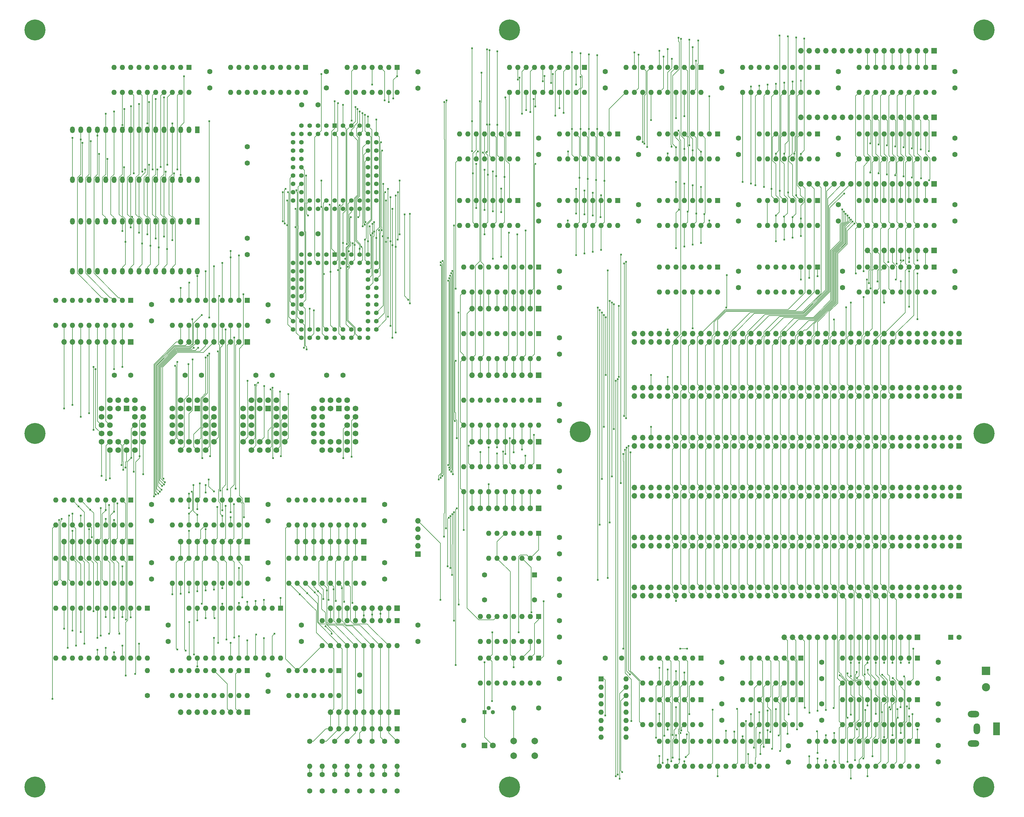
<source format=gbr>
G04 #@! TF.GenerationSoftware,KiCad,Pcbnew,(5.1.0-0)*
G04 #@! TF.CreationDate,2019-12-24T11:59:53-08:00*
G04 #@! TF.ProjectId,MainBoard,4d61696e-426f-4617-9264-2e6b69636164,rev?*
G04 #@! TF.SameCoordinates,Original*
G04 #@! TF.FileFunction,Copper,L4,Bot*
G04 #@! TF.FilePolarity,Positive*
%FSLAX46Y46*%
G04 Gerber Fmt 4.6, Leading zero omitted, Abs format (unit mm)*
G04 Created by KiCad (PCBNEW (5.1.0-0)) date 2019-12-24 11:59:53*
%MOMM*%
%LPD*%
G04 APERTURE LIST*
%ADD10C,1.600000*%
%ADD11R,1.600000X1.600000*%
%ADD12R,1.750000X1.750000*%
%ADD13C,1.750000*%
%ADD14O,1.700000X1.700000*%
%ADD15R,1.700000X1.700000*%
%ADD16O,1.600000X1.600000*%
%ADD17R,1.300000X1.300000*%
%ADD18C,1.300000*%
%ADD19C,2.000000*%
%ADD20C,1.800000*%
%ADD21R,1.800000X1.800000*%
%ADD22C,6.400000*%
%ADD23O,1.440000X2.000000*%
%ADD24R,1.440000X2.000000*%
%ADD25R,2.000000X4.000000*%
%ADD26O,2.000000X3.300000*%
%ADD27O,3.500000X2.000000*%
%ADD28C,2.500000*%
%ADD29R,2.500000X2.500000*%
%ADD30C,1.422400*%
%ADD31R,1.422400X1.422400*%
%ADD32C,0.604799*%
%ADD33C,0.152400*%
G04 APERTURE END LIST*
D10*
X449580000Y-283210000D03*
D11*
X447080000Y-283210000D03*
D12*
X217170000Y-213360000D03*
D13*
X214630000Y-213360000D03*
X219710000Y-213360000D03*
X222250000Y-213360000D03*
X214630000Y-210820000D03*
X212090000Y-210820000D03*
X217170000Y-210820000D03*
X219710000Y-210820000D03*
X212090000Y-213360000D03*
X212090000Y-215900000D03*
X212090000Y-218440000D03*
X212090000Y-220980000D03*
X209550000Y-213360000D03*
X209550000Y-215900000D03*
X209550000Y-218440000D03*
X209550000Y-220980000D03*
X209550000Y-223520000D03*
X212090000Y-223520000D03*
X214630000Y-223520000D03*
X217170000Y-223520000D03*
X219710000Y-223520000D03*
X212090000Y-226060000D03*
X214630000Y-226060000D03*
X217170000Y-226060000D03*
X219710000Y-226060000D03*
X219710000Y-220980000D03*
X219710000Y-218440000D03*
X219710000Y-215900000D03*
X222250000Y-223520000D03*
X222250000Y-220980000D03*
X222250000Y-218440000D03*
X222250000Y-215900000D03*
X222250000Y-213360000D03*
D12*
X195580000Y-213360000D03*
D13*
X193040000Y-213360000D03*
X198120000Y-213360000D03*
X200660000Y-213360000D03*
X193040000Y-210820000D03*
X190500000Y-210820000D03*
X195580000Y-210820000D03*
X198120000Y-210820000D03*
X190500000Y-213360000D03*
X190500000Y-215900000D03*
X190500000Y-218440000D03*
X190500000Y-220980000D03*
X187960000Y-213360000D03*
X187960000Y-215900000D03*
X187960000Y-218440000D03*
X187960000Y-220980000D03*
X187960000Y-223520000D03*
X190500000Y-223520000D03*
X193040000Y-223520000D03*
X195580000Y-223520000D03*
X198120000Y-223520000D03*
X190500000Y-226060000D03*
X193040000Y-226060000D03*
X195580000Y-226060000D03*
X198120000Y-226060000D03*
X198120000Y-220980000D03*
X198120000Y-218440000D03*
X198120000Y-215900000D03*
X200660000Y-223520000D03*
X200660000Y-220980000D03*
X200660000Y-218440000D03*
X200660000Y-215900000D03*
X200660000Y-213360000D03*
D12*
X260350000Y-213360000D03*
D13*
X257810000Y-213360000D03*
X262890000Y-213360000D03*
X265430000Y-213360000D03*
X257810000Y-210820000D03*
X255270000Y-210820000D03*
X260350000Y-210820000D03*
X262890000Y-210820000D03*
X255270000Y-213360000D03*
X255270000Y-215900000D03*
X255270000Y-218440000D03*
X255270000Y-220980000D03*
X252730000Y-213360000D03*
X252730000Y-215900000D03*
X252730000Y-218440000D03*
X252730000Y-220980000D03*
X252730000Y-223520000D03*
X255270000Y-223520000D03*
X257810000Y-223520000D03*
X260350000Y-223520000D03*
X262890000Y-223520000D03*
X255270000Y-226060000D03*
X257810000Y-226060000D03*
X260350000Y-226060000D03*
X262890000Y-226060000D03*
X262890000Y-220980000D03*
X262890000Y-218440000D03*
X262890000Y-215900000D03*
X265430000Y-223520000D03*
X265430000Y-220980000D03*
X265430000Y-218440000D03*
X265430000Y-215900000D03*
X265430000Y-213360000D03*
D12*
X238760000Y-213360000D03*
D13*
X236220000Y-213360000D03*
X241300000Y-213360000D03*
X243840000Y-213360000D03*
X236220000Y-210820000D03*
X233680000Y-210820000D03*
X238760000Y-210820000D03*
X241300000Y-210820000D03*
X233680000Y-213360000D03*
X233680000Y-215900000D03*
X233680000Y-218440000D03*
X233680000Y-220980000D03*
X231140000Y-213360000D03*
X231140000Y-215900000D03*
X231140000Y-218440000D03*
X231140000Y-220980000D03*
X231140000Y-223520000D03*
X233680000Y-223520000D03*
X236220000Y-223520000D03*
X238760000Y-223520000D03*
X241300000Y-223520000D03*
X233680000Y-226060000D03*
X236220000Y-226060000D03*
X238760000Y-226060000D03*
X241300000Y-226060000D03*
X241300000Y-220980000D03*
X241300000Y-218440000D03*
X241300000Y-215900000D03*
X243840000Y-223520000D03*
X243840000Y-220980000D03*
X243840000Y-218440000D03*
X243840000Y-215900000D03*
X243840000Y-213360000D03*
D14*
X284480000Y-247650000D03*
X284480000Y-250190000D03*
X284480000Y-252730000D03*
X284480000Y-255270000D03*
D15*
X284480000Y-257810000D03*
D10*
X266700000Y-299720000D03*
X266700000Y-294720000D03*
D14*
X212090000Y-306070000D03*
X214630000Y-306070000D03*
X217170000Y-306070000D03*
X219710000Y-306070000D03*
X222250000Y-306070000D03*
X224790000Y-306070000D03*
X227330000Y-306070000D03*
X229870000Y-306070000D03*
D15*
X232410000Y-306070000D03*
D16*
X278130000Y-285750000D03*
X255270000Y-278130000D03*
X275590000Y-285750000D03*
X257810000Y-278130000D03*
X273050000Y-285750000D03*
X260350000Y-278130000D03*
X270510000Y-285750000D03*
X262890000Y-278130000D03*
X267970000Y-285750000D03*
X265430000Y-278130000D03*
X265430000Y-285750000D03*
X267970000Y-278130000D03*
X262890000Y-285750000D03*
X270510000Y-278130000D03*
X260350000Y-285750000D03*
X273050000Y-278130000D03*
X257810000Y-285750000D03*
X275590000Y-278130000D03*
X255270000Y-285750000D03*
D11*
X278130000Y-278130000D03*
D16*
X260350000Y-300990000D03*
X245110000Y-293370000D03*
X257810000Y-300990000D03*
X247650000Y-293370000D03*
X255270000Y-300990000D03*
X250190000Y-293370000D03*
X252730000Y-300990000D03*
X252730000Y-293370000D03*
X250190000Y-300990000D03*
X255270000Y-293370000D03*
X247650000Y-300990000D03*
X257810000Y-293370000D03*
X245110000Y-300990000D03*
D11*
X260350000Y-293370000D03*
D10*
X327660000Y-278130000D03*
X327660000Y-283130000D03*
D16*
X278130000Y-322580000D03*
D10*
X278130000Y-314960000D03*
D16*
X274320000Y-322580000D03*
D10*
X274320000Y-314960000D03*
D16*
X270510000Y-322580000D03*
D10*
X270510000Y-314960000D03*
D16*
X266700000Y-322580000D03*
D10*
X266700000Y-314960000D03*
D16*
X262890000Y-322580000D03*
D10*
X262890000Y-314960000D03*
D16*
X259080000Y-322580000D03*
D10*
X259080000Y-314960000D03*
D16*
X255270000Y-322580000D03*
D10*
X255270000Y-314960000D03*
D16*
X251460000Y-322580000D03*
D10*
X251460000Y-314960000D03*
X278130000Y-330120000D03*
X278130000Y-325120000D03*
X274320000Y-330120000D03*
X274320000Y-325120000D03*
X270510000Y-330120000D03*
X270510000Y-325120000D03*
X266700000Y-330120000D03*
X266700000Y-325120000D03*
X262890000Y-330120000D03*
X262890000Y-325120000D03*
X259080000Y-330120000D03*
X259080000Y-325120000D03*
X255270000Y-330120000D03*
X255270000Y-325120000D03*
X251460000Y-330120000D03*
X251460000Y-325120000D03*
D16*
X321310000Y-297180000D03*
X303530000Y-289560000D03*
X318770000Y-297180000D03*
X306070000Y-289560000D03*
X316230000Y-297180000D03*
X308610000Y-289560000D03*
X313690000Y-297180000D03*
X311150000Y-289560000D03*
X311150000Y-297180000D03*
X313690000Y-289560000D03*
X308610000Y-297180000D03*
X316230000Y-289560000D03*
X306070000Y-297180000D03*
X318770000Y-289560000D03*
X303530000Y-297180000D03*
D11*
X321310000Y-289560000D03*
D17*
X304800000Y-306070000D03*
D18*
X307340000Y-306070000D03*
X306070000Y-304800000D03*
D16*
X321310000Y-259080000D03*
X306070000Y-251460000D03*
X318770000Y-259080000D03*
X308610000Y-251460000D03*
X316230000Y-259080000D03*
X311150000Y-251460000D03*
X313690000Y-259080000D03*
X313690000Y-251460000D03*
X311150000Y-259080000D03*
X316230000Y-251460000D03*
X308610000Y-259080000D03*
X318770000Y-251460000D03*
X306070000Y-259080000D03*
D11*
X321310000Y-251460000D03*
D19*
X313690000Y-319350000D03*
X313690000Y-314850000D03*
X320190000Y-319350000D03*
X320190000Y-314850000D03*
D16*
X298450000Y-308610000D03*
D10*
X298450000Y-316230000D03*
D16*
X313690000Y-304800000D03*
D10*
X321310000Y-304800000D03*
D20*
X307340000Y-316230000D03*
D21*
X304800000Y-316230000D03*
D10*
X327660000Y-290830000D03*
X327660000Y-295830000D03*
X327660000Y-252730000D03*
X327660000Y-257730000D03*
X327660000Y-265430000D03*
X327660000Y-270430000D03*
D16*
X232410000Y-300990000D03*
X209550000Y-293370000D03*
X229870000Y-300990000D03*
X212090000Y-293370000D03*
X227330000Y-300990000D03*
X214630000Y-293370000D03*
X224790000Y-300990000D03*
X217170000Y-293370000D03*
X222250000Y-300990000D03*
X219710000Y-293370000D03*
X219710000Y-300990000D03*
X222250000Y-293370000D03*
X217170000Y-300990000D03*
X224790000Y-293370000D03*
X214630000Y-300990000D03*
X227330000Y-293370000D03*
X212090000Y-300990000D03*
X229870000Y-293370000D03*
X209550000Y-300990000D03*
D11*
X232410000Y-293370000D03*
D16*
X201930000Y-289560000D03*
X173990000Y-274320000D03*
X199390000Y-289560000D03*
X176530000Y-274320000D03*
X196850000Y-289560000D03*
X179070000Y-274320000D03*
X194310000Y-289560000D03*
X181610000Y-274320000D03*
X191770000Y-289560000D03*
X184150000Y-274320000D03*
X189230000Y-289560000D03*
X186690000Y-274320000D03*
X186690000Y-289560000D03*
X189230000Y-274320000D03*
X184150000Y-289560000D03*
X191770000Y-274320000D03*
X181610000Y-289560000D03*
X194310000Y-274320000D03*
X179070000Y-289560000D03*
X196850000Y-274320000D03*
X176530000Y-289560000D03*
X199390000Y-274320000D03*
X173990000Y-289560000D03*
D11*
X201930000Y-274320000D03*
D16*
X242570000Y-289560000D03*
X214630000Y-274320000D03*
X240030000Y-289560000D03*
X217170000Y-274320000D03*
X237490000Y-289560000D03*
X219710000Y-274320000D03*
X234950000Y-289560000D03*
X222250000Y-274320000D03*
X232410000Y-289560000D03*
X224790000Y-274320000D03*
X229870000Y-289560000D03*
X227330000Y-274320000D03*
X227330000Y-289560000D03*
X229870000Y-274320000D03*
X224790000Y-289560000D03*
X232410000Y-274320000D03*
X222250000Y-289560000D03*
X234950000Y-274320000D03*
X219710000Y-289560000D03*
X237490000Y-274320000D03*
X217170000Y-289560000D03*
X240030000Y-274320000D03*
X214630000Y-289560000D03*
D11*
X242570000Y-274320000D03*
D16*
X201930000Y-293370000D03*
D10*
X201930000Y-300990000D03*
D14*
X257810000Y-274320000D03*
X260350000Y-274320000D03*
X262890000Y-274320000D03*
X265430000Y-274320000D03*
X267970000Y-274320000D03*
X270510000Y-274320000D03*
X273050000Y-274320000D03*
X275590000Y-274320000D03*
D15*
X278130000Y-274320000D03*
D10*
X238760000Y-299720000D03*
X238760000Y-294720000D03*
X248920000Y-279480000D03*
X248920000Y-284480000D03*
X284480000Y-279480000D03*
X284480000Y-284480000D03*
X208280000Y-279480000D03*
X208280000Y-284480000D03*
D16*
X321310000Y-284480000D03*
X303530000Y-276860000D03*
X318770000Y-284480000D03*
X306070000Y-276860000D03*
X316230000Y-284480000D03*
X308610000Y-276860000D03*
X313690000Y-284480000D03*
X311150000Y-276860000D03*
X311150000Y-284480000D03*
X313690000Y-276860000D03*
X308610000Y-284480000D03*
X316230000Y-276860000D03*
X306070000Y-284480000D03*
X318770000Y-276860000D03*
X303530000Y-284480000D03*
D11*
X321310000Y-276860000D03*
D10*
X304800000Y-264160000D03*
X304800000Y-271780000D03*
X320040000Y-271780000D03*
D11*
X320040000Y-264160000D03*
D16*
X370840000Y-309880000D03*
X353060000Y-302260000D03*
X368300000Y-309880000D03*
X355600000Y-302260000D03*
X365760000Y-309880000D03*
X358140000Y-302260000D03*
X363220000Y-309880000D03*
X360680000Y-302260000D03*
X360680000Y-309880000D03*
X363220000Y-302260000D03*
X358140000Y-309880000D03*
X365760000Y-302260000D03*
X355600000Y-309880000D03*
X368300000Y-302260000D03*
X353060000Y-309880000D03*
D11*
X370840000Y-302260000D03*
D16*
X401320000Y-309880000D03*
X383540000Y-302260000D03*
X398780000Y-309880000D03*
X386080000Y-302260000D03*
X396240000Y-309880000D03*
X388620000Y-302260000D03*
X393700000Y-309880000D03*
X391160000Y-302260000D03*
X391160000Y-309880000D03*
X393700000Y-302260000D03*
X388620000Y-309880000D03*
X396240000Y-302260000D03*
X386080000Y-309880000D03*
X398780000Y-302260000D03*
X383540000Y-309880000D03*
D11*
X401320000Y-302260000D03*
D16*
X436880000Y-297180000D03*
X414020000Y-289560000D03*
X434340000Y-297180000D03*
X416560000Y-289560000D03*
X431800000Y-297180000D03*
X419100000Y-289560000D03*
X429260000Y-297180000D03*
X421640000Y-289560000D03*
X426720000Y-297180000D03*
X424180000Y-289560000D03*
X424180000Y-297180000D03*
X426720000Y-289560000D03*
X421640000Y-297180000D03*
X429260000Y-289560000D03*
X419100000Y-297180000D03*
X431800000Y-289560000D03*
X416560000Y-297180000D03*
X434340000Y-289560000D03*
X414020000Y-297180000D03*
D11*
X436880000Y-289560000D03*
D16*
X370840000Y-297180000D03*
X353060000Y-289560000D03*
X368300000Y-297180000D03*
X355600000Y-289560000D03*
X365760000Y-297180000D03*
X358140000Y-289560000D03*
X363220000Y-297180000D03*
X360680000Y-289560000D03*
X360680000Y-297180000D03*
X363220000Y-289560000D03*
X358140000Y-297180000D03*
X365760000Y-289560000D03*
X355600000Y-297180000D03*
X368300000Y-289560000D03*
X353060000Y-297180000D03*
D11*
X370840000Y-289560000D03*
D16*
X436880000Y-309880000D03*
X414020000Y-302260000D03*
X434340000Y-309880000D03*
X416560000Y-302260000D03*
X431800000Y-309880000D03*
X419100000Y-302260000D03*
X429260000Y-309880000D03*
X421640000Y-302260000D03*
X426720000Y-309880000D03*
X424180000Y-302260000D03*
X424180000Y-309880000D03*
X426720000Y-302260000D03*
X421640000Y-309880000D03*
X429260000Y-302260000D03*
X419100000Y-309880000D03*
X431800000Y-302260000D03*
X416560000Y-309880000D03*
X434340000Y-302260000D03*
X414020000Y-309880000D03*
D11*
X436880000Y-302260000D03*
D16*
X401320000Y-297180000D03*
X383540000Y-289560000D03*
X398780000Y-297180000D03*
X386080000Y-289560000D03*
X396240000Y-297180000D03*
X388620000Y-289560000D03*
X393700000Y-297180000D03*
X391160000Y-289560000D03*
X391160000Y-297180000D03*
X393700000Y-289560000D03*
X388620000Y-297180000D03*
X396240000Y-289560000D03*
X386080000Y-297180000D03*
X398780000Y-289560000D03*
X383540000Y-297180000D03*
D11*
X401320000Y-289560000D03*
D16*
X391160000Y-322580000D03*
X358140000Y-314960000D03*
X388620000Y-322580000D03*
X360680000Y-314960000D03*
X386080000Y-322580000D03*
X363220000Y-314960000D03*
X383540000Y-322580000D03*
X365760000Y-314960000D03*
X381000000Y-322580000D03*
X368300000Y-314960000D03*
X378460000Y-322580000D03*
X370840000Y-314960000D03*
X375920000Y-322580000D03*
X373380000Y-314960000D03*
X373380000Y-322580000D03*
X375920000Y-314960000D03*
X370840000Y-322580000D03*
X378460000Y-314960000D03*
X368300000Y-322580000D03*
X381000000Y-314960000D03*
X365760000Y-322580000D03*
X383540000Y-314960000D03*
X363220000Y-322580000D03*
X386080000Y-314960000D03*
X360680000Y-322580000D03*
X388620000Y-314960000D03*
X358140000Y-322580000D03*
D11*
X391160000Y-314960000D03*
D16*
X436880000Y-322580000D03*
X403860000Y-314960000D03*
X434340000Y-322580000D03*
X406400000Y-314960000D03*
X431800000Y-322580000D03*
X408940000Y-314960000D03*
X429260000Y-322580000D03*
X411480000Y-314960000D03*
X426720000Y-322580000D03*
X414020000Y-314960000D03*
X424180000Y-322580000D03*
X416560000Y-314960000D03*
X421640000Y-322580000D03*
X419100000Y-314960000D03*
X419100000Y-322580000D03*
X421640000Y-314960000D03*
X416560000Y-322580000D03*
X424180000Y-314960000D03*
X414020000Y-322580000D03*
X426720000Y-314960000D03*
X411480000Y-322580000D03*
X429260000Y-314960000D03*
X408940000Y-322580000D03*
X431800000Y-314960000D03*
X406400000Y-322580000D03*
X434340000Y-314960000D03*
X403860000Y-322580000D03*
D11*
X436880000Y-314960000D03*
D16*
X347980000Y-295910000D03*
X340360000Y-313690000D03*
X347980000Y-298450000D03*
X340360000Y-311150000D03*
X347980000Y-300990000D03*
X340360000Y-308610000D03*
X347980000Y-303530000D03*
X340360000Y-306070000D03*
X347980000Y-306070000D03*
X340360000Y-303530000D03*
X347980000Y-308610000D03*
X340360000Y-300990000D03*
X347980000Y-311150000D03*
X340360000Y-298450000D03*
X347980000Y-313690000D03*
D11*
X340360000Y-295910000D03*
D14*
X396240000Y-283210000D03*
X398780000Y-283210000D03*
X401320000Y-283210000D03*
X403860000Y-283210000D03*
X406400000Y-283210000D03*
X408940000Y-283210000D03*
X411480000Y-283210000D03*
X414020000Y-283210000D03*
X416560000Y-283210000D03*
X419100000Y-283210000D03*
X421640000Y-283210000D03*
X424180000Y-283210000D03*
X426720000Y-283210000D03*
X429260000Y-283210000D03*
X431800000Y-283210000D03*
X434340000Y-283210000D03*
D15*
X436880000Y-283210000D03*
D10*
X377190000Y-290830000D03*
X377190000Y-295830000D03*
X407670000Y-290830000D03*
X407670000Y-295830000D03*
X407670000Y-303530000D03*
X407670000Y-308530000D03*
X443230000Y-303530000D03*
X443230000Y-308530000D03*
X377190000Y-303530000D03*
X377190000Y-308530000D03*
X443230000Y-290830000D03*
X443230000Y-295830000D03*
X443230000Y-321230000D03*
X443230000Y-316230000D03*
X341630000Y-289560000D03*
X346630000Y-289560000D03*
X397510000Y-316310000D03*
X397510000Y-321310000D03*
D14*
X350520000Y-267970000D03*
X350520000Y-270510000D03*
X353060000Y-267970000D03*
X353060000Y-270510000D03*
X355600000Y-267970000D03*
X355600000Y-270510000D03*
X358140000Y-267970000D03*
X358140000Y-270510000D03*
X360680000Y-267970000D03*
X360680000Y-270510000D03*
X363220000Y-267970000D03*
X363220000Y-270510000D03*
X365760000Y-267970000D03*
X365760000Y-270510000D03*
X368300000Y-267970000D03*
X368300000Y-270510000D03*
X370840000Y-267970000D03*
X370840000Y-270510000D03*
X373380000Y-267970000D03*
X373380000Y-270510000D03*
X375920000Y-267970000D03*
X375920000Y-270510000D03*
X378460000Y-267970000D03*
X378460000Y-270510000D03*
X381000000Y-267970000D03*
X381000000Y-270510000D03*
X383540000Y-267970000D03*
X383540000Y-270510000D03*
X386080000Y-267970000D03*
X386080000Y-270510000D03*
X388620000Y-267970000D03*
X388620000Y-270510000D03*
X391160000Y-267970000D03*
X391160000Y-270510000D03*
X393700000Y-267970000D03*
X393700000Y-270510000D03*
X396240000Y-267970000D03*
X396240000Y-270510000D03*
X398780000Y-267970000D03*
X398780000Y-270510000D03*
X401320000Y-267970000D03*
X401320000Y-270510000D03*
X403860000Y-267970000D03*
X403860000Y-270510000D03*
X406400000Y-267970000D03*
X406400000Y-270510000D03*
X408940000Y-267970000D03*
X408940000Y-270510000D03*
X411480000Y-267970000D03*
X411480000Y-270510000D03*
X414020000Y-267970000D03*
X414020000Y-270510000D03*
X416560000Y-267970000D03*
X416560000Y-270510000D03*
X419100000Y-267970000D03*
X419100000Y-270510000D03*
X421640000Y-267970000D03*
X421640000Y-270510000D03*
X424180000Y-267970000D03*
X424180000Y-270510000D03*
X426720000Y-267970000D03*
X426720000Y-270510000D03*
X429260000Y-267970000D03*
X429260000Y-270510000D03*
X431800000Y-267970000D03*
X431800000Y-270510000D03*
X434340000Y-267970000D03*
X434340000Y-270510000D03*
X436880000Y-267970000D03*
X436880000Y-270510000D03*
X439420000Y-267970000D03*
X439420000Y-270510000D03*
X441960000Y-267970000D03*
X441960000Y-270510000D03*
X444500000Y-267970000D03*
X444500000Y-270510000D03*
X447040000Y-267970000D03*
X447040000Y-270510000D03*
X449580000Y-267970000D03*
D15*
X449580000Y-270510000D03*
D14*
X350520000Y-222250000D03*
X350520000Y-224790000D03*
X353060000Y-222250000D03*
X353060000Y-224790000D03*
X355600000Y-222250000D03*
X355600000Y-224790000D03*
X358140000Y-222250000D03*
X358140000Y-224790000D03*
X360680000Y-222250000D03*
X360680000Y-224790000D03*
X363220000Y-222250000D03*
X363220000Y-224790000D03*
X365760000Y-222250000D03*
X365760000Y-224790000D03*
X368300000Y-222250000D03*
X368300000Y-224790000D03*
X370840000Y-222250000D03*
X370840000Y-224790000D03*
X373380000Y-222250000D03*
X373380000Y-224790000D03*
X375920000Y-222250000D03*
X375920000Y-224790000D03*
X378460000Y-222250000D03*
X378460000Y-224790000D03*
X381000000Y-222250000D03*
X381000000Y-224790000D03*
X383540000Y-222250000D03*
X383540000Y-224790000D03*
X386080000Y-222250000D03*
X386080000Y-224790000D03*
X388620000Y-222250000D03*
X388620000Y-224790000D03*
X391160000Y-222250000D03*
X391160000Y-224790000D03*
X393700000Y-222250000D03*
X393700000Y-224790000D03*
X396240000Y-222250000D03*
X396240000Y-224790000D03*
X398780000Y-222250000D03*
X398780000Y-224790000D03*
X401320000Y-222250000D03*
X401320000Y-224790000D03*
X403860000Y-222250000D03*
X403860000Y-224790000D03*
X406400000Y-222250000D03*
X406400000Y-224790000D03*
X408940000Y-222250000D03*
X408940000Y-224790000D03*
X411480000Y-222250000D03*
X411480000Y-224790000D03*
X414020000Y-222250000D03*
X414020000Y-224790000D03*
X416560000Y-222250000D03*
X416560000Y-224790000D03*
X419100000Y-222250000D03*
X419100000Y-224790000D03*
X421640000Y-222250000D03*
X421640000Y-224790000D03*
X424180000Y-222250000D03*
X424180000Y-224790000D03*
X426720000Y-222250000D03*
X426720000Y-224790000D03*
X429260000Y-222250000D03*
X429260000Y-224790000D03*
X431800000Y-222250000D03*
X431800000Y-224790000D03*
X434340000Y-222250000D03*
X434340000Y-224790000D03*
X436880000Y-222250000D03*
X436880000Y-224790000D03*
X439420000Y-222250000D03*
X439420000Y-224790000D03*
X441960000Y-222250000D03*
X441960000Y-224790000D03*
X444500000Y-222250000D03*
X444500000Y-224790000D03*
X447040000Y-222250000D03*
X447040000Y-224790000D03*
X449580000Y-222250000D03*
D15*
X449580000Y-224790000D03*
D14*
X350520000Y-252730000D03*
X350520000Y-255270000D03*
X353060000Y-252730000D03*
X353060000Y-255270000D03*
X355600000Y-252730000D03*
X355600000Y-255270000D03*
X358140000Y-252730000D03*
X358140000Y-255270000D03*
X360680000Y-252730000D03*
X360680000Y-255270000D03*
X363220000Y-252730000D03*
X363220000Y-255270000D03*
X365760000Y-252730000D03*
X365760000Y-255270000D03*
X368300000Y-252730000D03*
X368300000Y-255270000D03*
X370840000Y-252730000D03*
X370840000Y-255270000D03*
X373380000Y-252730000D03*
X373380000Y-255270000D03*
X375920000Y-252730000D03*
X375920000Y-255270000D03*
X378460000Y-252730000D03*
X378460000Y-255270000D03*
X381000000Y-252730000D03*
X381000000Y-255270000D03*
X383540000Y-252730000D03*
X383540000Y-255270000D03*
X386080000Y-252730000D03*
X386080000Y-255270000D03*
X388620000Y-252730000D03*
X388620000Y-255270000D03*
X391160000Y-252730000D03*
X391160000Y-255270000D03*
X393700000Y-252730000D03*
X393700000Y-255270000D03*
X396240000Y-252730000D03*
X396240000Y-255270000D03*
X398780000Y-252730000D03*
X398780000Y-255270000D03*
X401320000Y-252730000D03*
X401320000Y-255270000D03*
X403860000Y-252730000D03*
X403860000Y-255270000D03*
X406400000Y-252730000D03*
X406400000Y-255270000D03*
X408940000Y-252730000D03*
X408940000Y-255270000D03*
X411480000Y-252730000D03*
X411480000Y-255270000D03*
X414020000Y-252730000D03*
X414020000Y-255270000D03*
X416560000Y-252730000D03*
X416560000Y-255270000D03*
X419100000Y-252730000D03*
X419100000Y-255270000D03*
X421640000Y-252730000D03*
X421640000Y-255270000D03*
X424180000Y-252730000D03*
X424180000Y-255270000D03*
X426720000Y-252730000D03*
X426720000Y-255270000D03*
X429260000Y-252730000D03*
X429260000Y-255270000D03*
X431800000Y-252730000D03*
X431800000Y-255270000D03*
X434340000Y-252730000D03*
X434340000Y-255270000D03*
X436880000Y-252730000D03*
X436880000Y-255270000D03*
X439420000Y-252730000D03*
X439420000Y-255270000D03*
X441960000Y-252730000D03*
X441960000Y-255270000D03*
X444500000Y-252730000D03*
X444500000Y-255270000D03*
X447040000Y-252730000D03*
X447040000Y-255270000D03*
X449580000Y-252730000D03*
D15*
X449580000Y-255270000D03*
D14*
X350520000Y-207010000D03*
X350520000Y-209550000D03*
X353060000Y-207010000D03*
X353060000Y-209550000D03*
X355600000Y-207010000D03*
X355600000Y-209550000D03*
X358140000Y-207010000D03*
X358140000Y-209550000D03*
X360680000Y-207010000D03*
X360680000Y-209550000D03*
X363220000Y-207010000D03*
X363220000Y-209550000D03*
X365760000Y-207010000D03*
X365760000Y-209550000D03*
X368300000Y-207010000D03*
X368300000Y-209550000D03*
X370840000Y-207010000D03*
X370840000Y-209550000D03*
X373380000Y-207010000D03*
X373380000Y-209550000D03*
X375920000Y-207010000D03*
X375920000Y-209550000D03*
X378460000Y-207010000D03*
X378460000Y-209550000D03*
X381000000Y-207010000D03*
X381000000Y-209550000D03*
X383540000Y-207010000D03*
X383540000Y-209550000D03*
X386080000Y-207010000D03*
X386080000Y-209550000D03*
X388620000Y-207010000D03*
X388620000Y-209550000D03*
X391160000Y-207010000D03*
X391160000Y-209550000D03*
X393700000Y-207010000D03*
X393700000Y-209550000D03*
X396240000Y-207010000D03*
X396240000Y-209550000D03*
X398780000Y-207010000D03*
X398780000Y-209550000D03*
X401320000Y-207010000D03*
X401320000Y-209550000D03*
X403860000Y-207010000D03*
X403860000Y-209550000D03*
X406400000Y-207010000D03*
X406400000Y-209550000D03*
X408940000Y-207010000D03*
X408940000Y-209550000D03*
X411480000Y-207010000D03*
X411480000Y-209550000D03*
X414020000Y-207010000D03*
X414020000Y-209550000D03*
X416560000Y-207010000D03*
X416560000Y-209550000D03*
X419100000Y-207010000D03*
X419100000Y-209550000D03*
X421640000Y-207010000D03*
X421640000Y-209550000D03*
X424180000Y-207010000D03*
X424180000Y-209550000D03*
X426720000Y-207010000D03*
X426720000Y-209550000D03*
X429260000Y-207010000D03*
X429260000Y-209550000D03*
X431800000Y-207010000D03*
X431800000Y-209550000D03*
X434340000Y-207010000D03*
X434340000Y-209550000D03*
X436880000Y-207010000D03*
X436880000Y-209550000D03*
X439420000Y-207010000D03*
X439420000Y-209550000D03*
X441960000Y-207010000D03*
X441960000Y-209550000D03*
X444500000Y-207010000D03*
X444500000Y-209550000D03*
X447040000Y-207010000D03*
X447040000Y-209550000D03*
X449580000Y-207010000D03*
D15*
X449580000Y-209550000D03*
D14*
X350520000Y-237490000D03*
X350520000Y-240030000D03*
X353060000Y-237490000D03*
X353060000Y-240030000D03*
X355600000Y-237490000D03*
X355600000Y-240030000D03*
X358140000Y-237490000D03*
X358140000Y-240030000D03*
X360680000Y-237490000D03*
X360680000Y-240030000D03*
X363220000Y-237490000D03*
X363220000Y-240030000D03*
X365760000Y-237490000D03*
X365760000Y-240030000D03*
X368300000Y-237490000D03*
X368300000Y-240030000D03*
X370840000Y-237490000D03*
X370840000Y-240030000D03*
X373380000Y-237490000D03*
X373380000Y-240030000D03*
X375920000Y-237490000D03*
X375920000Y-240030000D03*
X378460000Y-237490000D03*
X378460000Y-240030000D03*
X381000000Y-237490000D03*
X381000000Y-240030000D03*
X383540000Y-237490000D03*
X383540000Y-240030000D03*
X386080000Y-237490000D03*
X386080000Y-240030000D03*
X388620000Y-237490000D03*
X388620000Y-240030000D03*
X391160000Y-237490000D03*
X391160000Y-240030000D03*
X393700000Y-237490000D03*
X393700000Y-240030000D03*
X396240000Y-237490000D03*
X396240000Y-240030000D03*
X398780000Y-237490000D03*
X398780000Y-240030000D03*
X401320000Y-237490000D03*
X401320000Y-240030000D03*
X403860000Y-237490000D03*
X403860000Y-240030000D03*
X406400000Y-237490000D03*
X406400000Y-240030000D03*
X408940000Y-237490000D03*
X408940000Y-240030000D03*
X411480000Y-237490000D03*
X411480000Y-240030000D03*
X414020000Y-237490000D03*
X414020000Y-240030000D03*
X416560000Y-237490000D03*
X416560000Y-240030000D03*
X419100000Y-237490000D03*
X419100000Y-240030000D03*
X421640000Y-237490000D03*
X421640000Y-240030000D03*
X424180000Y-237490000D03*
X424180000Y-240030000D03*
X426720000Y-237490000D03*
X426720000Y-240030000D03*
X429260000Y-237490000D03*
X429260000Y-240030000D03*
X431800000Y-237490000D03*
X431800000Y-240030000D03*
X434340000Y-237490000D03*
X434340000Y-240030000D03*
X436880000Y-237490000D03*
X436880000Y-240030000D03*
X439420000Y-237490000D03*
X439420000Y-240030000D03*
X441960000Y-237490000D03*
X441960000Y-240030000D03*
X444500000Y-237490000D03*
X444500000Y-240030000D03*
X447040000Y-237490000D03*
X447040000Y-240030000D03*
X449580000Y-237490000D03*
D15*
X449580000Y-240030000D03*
D14*
X350520000Y-190500000D03*
X350520000Y-193040000D03*
X353060000Y-190500000D03*
X353060000Y-193040000D03*
X355600000Y-190500000D03*
X355600000Y-193040000D03*
X358140000Y-190500000D03*
X358140000Y-193040000D03*
X360680000Y-190500000D03*
X360680000Y-193040000D03*
X363220000Y-190500000D03*
X363220000Y-193040000D03*
X365760000Y-190500000D03*
X365760000Y-193040000D03*
X368300000Y-190500000D03*
X368300000Y-193040000D03*
X370840000Y-190500000D03*
X370840000Y-193040000D03*
X373380000Y-190500000D03*
X373380000Y-193040000D03*
X375920000Y-190500000D03*
X375920000Y-193040000D03*
X378460000Y-190500000D03*
X378460000Y-193040000D03*
X381000000Y-190500000D03*
X381000000Y-193040000D03*
X383540000Y-190500000D03*
X383540000Y-193040000D03*
X386080000Y-190500000D03*
X386080000Y-193040000D03*
X388620000Y-190500000D03*
X388620000Y-193040000D03*
X391160000Y-190500000D03*
X391160000Y-193040000D03*
X393700000Y-190500000D03*
X393700000Y-193040000D03*
X396240000Y-190500000D03*
X396240000Y-193040000D03*
X398780000Y-190500000D03*
X398780000Y-193040000D03*
X401320000Y-190500000D03*
X401320000Y-193040000D03*
X403860000Y-190500000D03*
X403860000Y-193040000D03*
X406400000Y-190500000D03*
X406400000Y-193040000D03*
X408940000Y-190500000D03*
X408940000Y-193040000D03*
X411480000Y-190500000D03*
X411480000Y-193040000D03*
X414020000Y-190500000D03*
X414020000Y-193040000D03*
X416560000Y-190500000D03*
X416560000Y-193040000D03*
X419100000Y-190500000D03*
X419100000Y-193040000D03*
X421640000Y-190500000D03*
X421640000Y-193040000D03*
X424180000Y-190500000D03*
X424180000Y-193040000D03*
X426720000Y-190500000D03*
X426720000Y-193040000D03*
X429260000Y-190500000D03*
X429260000Y-193040000D03*
X431800000Y-190500000D03*
X431800000Y-193040000D03*
X434340000Y-190500000D03*
X434340000Y-193040000D03*
X436880000Y-190500000D03*
X436880000Y-193040000D03*
X439420000Y-190500000D03*
X439420000Y-193040000D03*
X441960000Y-190500000D03*
X441960000Y-193040000D03*
X444500000Y-190500000D03*
X444500000Y-193040000D03*
X447040000Y-190500000D03*
X447040000Y-193040000D03*
X449580000Y-190500000D03*
D15*
X449580000Y-193040000D03*
D22*
X312420000Y-328930000D03*
X334010000Y-220472000D03*
X312420000Y-97790000D03*
X457200000Y-220980000D03*
D16*
X196850000Y-266700000D03*
X173990000Y-259080000D03*
X194310000Y-266700000D03*
X176530000Y-259080000D03*
X191770000Y-266700000D03*
X179070000Y-259080000D03*
X189230000Y-266700000D03*
X181610000Y-259080000D03*
X186690000Y-266700000D03*
X184150000Y-259080000D03*
X184150000Y-266700000D03*
X186690000Y-259080000D03*
X181610000Y-266700000D03*
X189230000Y-259080000D03*
X179070000Y-266700000D03*
X191770000Y-259080000D03*
X176530000Y-266700000D03*
X194310000Y-259080000D03*
X173990000Y-266700000D03*
D11*
X196850000Y-259080000D03*
D16*
X196850000Y-248920000D03*
X173990000Y-241300000D03*
X194310000Y-248920000D03*
X176530000Y-241300000D03*
X191770000Y-248920000D03*
X179070000Y-241300000D03*
X189230000Y-248920000D03*
X181610000Y-241300000D03*
X186690000Y-248920000D03*
X184150000Y-241300000D03*
X184150000Y-248920000D03*
X186690000Y-241300000D03*
X181610000Y-248920000D03*
X189230000Y-241300000D03*
X179070000Y-248920000D03*
X191770000Y-241300000D03*
X176530000Y-248920000D03*
X194310000Y-241300000D03*
X173990000Y-248920000D03*
D11*
X196850000Y-241300000D03*
D16*
X345440000Y-157480000D03*
X327660000Y-149860000D03*
X342900000Y-157480000D03*
X330200000Y-149860000D03*
X340360000Y-157480000D03*
X332740000Y-149860000D03*
X337820000Y-157480000D03*
X335280000Y-149860000D03*
X335280000Y-157480000D03*
X337820000Y-149860000D03*
X332740000Y-157480000D03*
X340360000Y-149860000D03*
X330200000Y-157480000D03*
X342900000Y-149860000D03*
X327660000Y-157480000D03*
D11*
X345440000Y-149860000D03*
D15*
X321310000Y-243840000D03*
D14*
X318770000Y-243840000D03*
X316230000Y-243840000D03*
X313690000Y-243840000D03*
X311150000Y-243840000D03*
X308610000Y-243840000D03*
X306070000Y-243840000D03*
X303530000Y-243840000D03*
X300990000Y-243840000D03*
X300990000Y-223520000D03*
X303530000Y-223520000D03*
X306070000Y-223520000D03*
X308610000Y-223520000D03*
X311150000Y-223520000D03*
X313690000Y-223520000D03*
X316230000Y-223520000D03*
X318770000Y-223520000D03*
D15*
X321310000Y-223520000D03*
D14*
X300990000Y-203200000D03*
X303530000Y-203200000D03*
X306070000Y-203200000D03*
X308610000Y-203200000D03*
X311150000Y-203200000D03*
X313690000Y-203200000D03*
X316230000Y-203200000D03*
X318770000Y-203200000D03*
D15*
X321310000Y-203200000D03*
D14*
X300990000Y-182880000D03*
X303530000Y-182880000D03*
X306070000Y-182880000D03*
X308610000Y-182880000D03*
X311150000Y-182880000D03*
X313690000Y-182880000D03*
X316230000Y-182880000D03*
X318770000Y-182880000D03*
D15*
X321310000Y-182880000D03*
D11*
X321310000Y-231140000D03*
D16*
X298450000Y-238760000D03*
X318770000Y-231140000D03*
X300990000Y-238760000D03*
X316230000Y-231140000D03*
X303530000Y-238760000D03*
X313690000Y-231140000D03*
X306070000Y-238760000D03*
X311150000Y-231140000D03*
X308610000Y-238760000D03*
X308610000Y-231140000D03*
X311150000Y-238760000D03*
X306070000Y-231140000D03*
X313690000Y-238760000D03*
X303530000Y-231140000D03*
X316230000Y-238760000D03*
X300990000Y-231140000D03*
X318770000Y-238760000D03*
X298450000Y-231140000D03*
X321310000Y-238760000D03*
X321310000Y-218440000D03*
X298450000Y-210820000D03*
X318770000Y-218440000D03*
X300990000Y-210820000D03*
X316230000Y-218440000D03*
X303530000Y-210820000D03*
X313690000Y-218440000D03*
X306070000Y-210820000D03*
X311150000Y-218440000D03*
X308610000Y-210820000D03*
X308610000Y-218440000D03*
X311150000Y-210820000D03*
X306070000Y-218440000D03*
X313690000Y-210820000D03*
X303530000Y-218440000D03*
X316230000Y-210820000D03*
X300990000Y-218440000D03*
X318770000Y-210820000D03*
X298450000Y-218440000D03*
D11*
X321310000Y-210820000D03*
D16*
X321310000Y-198120000D03*
X298450000Y-190500000D03*
X318770000Y-198120000D03*
X300990000Y-190500000D03*
X316230000Y-198120000D03*
X303530000Y-190500000D03*
X313690000Y-198120000D03*
X306070000Y-190500000D03*
X311150000Y-198120000D03*
X308610000Y-190500000D03*
X308610000Y-198120000D03*
X311150000Y-190500000D03*
X306070000Y-198120000D03*
X313690000Y-190500000D03*
X303530000Y-198120000D03*
X316230000Y-190500000D03*
X300990000Y-198120000D03*
X318770000Y-190500000D03*
X298450000Y-198120000D03*
D11*
X321310000Y-190500000D03*
D16*
X321310000Y-177800000D03*
X298450000Y-170180000D03*
X318770000Y-177800000D03*
X300990000Y-170180000D03*
X316230000Y-177800000D03*
X303530000Y-170180000D03*
X313690000Y-177800000D03*
X306070000Y-170180000D03*
X311150000Y-177800000D03*
X308610000Y-170180000D03*
X308610000Y-177800000D03*
X311150000Y-170180000D03*
X306070000Y-177800000D03*
X313690000Y-170180000D03*
X303530000Y-177800000D03*
X316230000Y-170180000D03*
X300990000Y-177800000D03*
X318770000Y-170180000D03*
X298450000Y-177800000D03*
D11*
X321310000Y-170180000D03*
D10*
X213440000Y-203200000D03*
X218440000Y-203200000D03*
X327660000Y-237410000D03*
X327660000Y-232410000D03*
X256620000Y-203200000D03*
X261620000Y-203200000D03*
X235030000Y-203200000D03*
X240030000Y-203200000D03*
X327660000Y-212090000D03*
X327660000Y-217090000D03*
X327660000Y-191770000D03*
X327660000Y-196770000D03*
X191850000Y-203200000D03*
X196850000Y-203200000D03*
X327660000Y-176450000D03*
X327660000Y-171450000D03*
D16*
X441960000Y-157480000D03*
X419100000Y-149860000D03*
X439420000Y-157480000D03*
X421640000Y-149860000D03*
X436880000Y-157480000D03*
X424180000Y-149860000D03*
X434340000Y-157480000D03*
X426720000Y-149860000D03*
X431800000Y-157480000D03*
X429260000Y-149860000D03*
X429260000Y-157480000D03*
X431800000Y-149860000D03*
X426720000Y-157480000D03*
X434340000Y-149860000D03*
X424180000Y-157480000D03*
X436880000Y-149860000D03*
X421640000Y-157480000D03*
X439420000Y-149860000D03*
X419100000Y-157480000D03*
D11*
X441960000Y-149860000D03*
D23*
X179070000Y-143510000D03*
X179070000Y-128270000D03*
X181610000Y-143510000D03*
X181610000Y-128270000D03*
X184150000Y-143510000D03*
X184150000Y-128270000D03*
X186690000Y-143510000D03*
X186690000Y-128270000D03*
X189230000Y-143510000D03*
X189230000Y-128270000D03*
X191770000Y-143510000D03*
X191770000Y-128270000D03*
X194310000Y-143510000D03*
X194310000Y-128270000D03*
X196850000Y-143510000D03*
X196850000Y-128270000D03*
X199390000Y-143510000D03*
X199390000Y-128270000D03*
X201930000Y-143510000D03*
X201930000Y-128270000D03*
X204470000Y-143510000D03*
X204470000Y-128270000D03*
X207010000Y-143510000D03*
X207010000Y-128270000D03*
X209550000Y-143510000D03*
X209550000Y-128270000D03*
X212090000Y-143510000D03*
X212090000Y-128270000D03*
X214630000Y-143510000D03*
X214630000Y-128270000D03*
X217170000Y-143510000D03*
D24*
X217170000Y-128270000D03*
D23*
X179070000Y-171450000D03*
X179070000Y-156210000D03*
X181610000Y-171450000D03*
X181610000Y-156210000D03*
X184150000Y-171450000D03*
X184150000Y-156210000D03*
X186690000Y-171450000D03*
X186690000Y-156210000D03*
X189230000Y-171450000D03*
X189230000Y-156210000D03*
X191770000Y-171450000D03*
X191770000Y-156210000D03*
X194310000Y-171450000D03*
X194310000Y-156210000D03*
X196850000Y-171450000D03*
X196850000Y-156210000D03*
X199390000Y-171450000D03*
X199390000Y-156210000D03*
X201930000Y-171450000D03*
X201930000Y-156210000D03*
X204470000Y-171450000D03*
X204470000Y-156210000D03*
X207010000Y-171450000D03*
X207010000Y-156210000D03*
X209550000Y-171450000D03*
X209550000Y-156210000D03*
X212090000Y-171450000D03*
X212090000Y-156210000D03*
X214630000Y-171450000D03*
X214630000Y-156210000D03*
X217170000Y-171450000D03*
D24*
X217170000Y-156210000D03*
D25*
X461010000Y-311150000D03*
D26*
X455010000Y-311150000D03*
D27*
X454010000Y-306650000D03*
X454010000Y-315650000D03*
D28*
X457815000Y-298450000D03*
D29*
X457815000Y-293450000D03*
D22*
X457180000Y-328930000D03*
D10*
X254000000Y-160020000D03*
X249000000Y-160020000D03*
D11*
X278130000Y-109220000D03*
D16*
X262890000Y-116840000D03*
X275590000Y-109220000D03*
X265430000Y-116840000D03*
X273050000Y-109220000D03*
X267970000Y-116840000D03*
X270510000Y-109220000D03*
X270510000Y-116840000D03*
X267970000Y-109220000D03*
X273050000Y-116840000D03*
X265430000Y-109220000D03*
X275590000Y-116840000D03*
X262890000Y-109220000D03*
X278130000Y-116840000D03*
D30*
X259080000Y-168910000D03*
X256540000Y-168910000D03*
X254000000Y-168910000D03*
X251460000Y-168910000D03*
X261620000Y-168910000D03*
X264160000Y-168910000D03*
X266700000Y-168910000D03*
X269240000Y-168910000D03*
D31*
X259080000Y-166370000D03*
D30*
X256540000Y-166370000D03*
X254000000Y-166370000D03*
X251460000Y-166370000D03*
X248920000Y-166370000D03*
X261620000Y-166370000D03*
X264160000Y-166370000D03*
X266700000Y-166370000D03*
X248920000Y-168910000D03*
X248920000Y-171450000D03*
X248920000Y-173990000D03*
X248920000Y-176530000D03*
X248920000Y-179070000D03*
X248920000Y-181610000D03*
X248920000Y-184150000D03*
X248920000Y-186690000D03*
X246380000Y-168910000D03*
X246380000Y-171450000D03*
X246380000Y-173990000D03*
X246380000Y-176530000D03*
X246380000Y-179070000D03*
X246380000Y-181610000D03*
X246380000Y-184150000D03*
X246380000Y-186690000D03*
X246380000Y-189230000D03*
X248920000Y-189230000D03*
X251460000Y-189230000D03*
X254000000Y-189230000D03*
X256540000Y-189230000D03*
X259080000Y-189230000D03*
X261620000Y-189230000D03*
X264160000Y-189230000D03*
X266700000Y-189230000D03*
X271780000Y-189230000D03*
X248920000Y-191770000D03*
X251460000Y-191770000D03*
X254000000Y-191770000D03*
X256540000Y-191770000D03*
X259080000Y-191770000D03*
X261620000Y-191770000D03*
X264160000Y-191770000D03*
X266700000Y-191770000D03*
X269240000Y-191770000D03*
X269240000Y-189230000D03*
X269240000Y-186690000D03*
X269240000Y-184150000D03*
X269240000Y-181610000D03*
X269240000Y-179070000D03*
X269240000Y-176530000D03*
X269240000Y-173990000D03*
X269240000Y-171450000D03*
X269240000Y-166370000D03*
X271780000Y-186690000D03*
X271780000Y-184150000D03*
X271780000Y-181610000D03*
X271780000Y-179070000D03*
X271780000Y-176530000D03*
X271780000Y-173990000D03*
X271780000Y-171450000D03*
X271780000Y-168910000D03*
X259080000Y-129540000D03*
X256540000Y-129540000D03*
X254000000Y-129540000D03*
X251460000Y-129540000D03*
X261620000Y-129540000D03*
X264160000Y-129540000D03*
X266700000Y-129540000D03*
X269240000Y-129540000D03*
D31*
X259080000Y-127000000D03*
D30*
X256540000Y-127000000D03*
X254000000Y-127000000D03*
X251460000Y-127000000D03*
X248920000Y-127000000D03*
X261620000Y-127000000D03*
X264160000Y-127000000D03*
X266700000Y-127000000D03*
X248920000Y-129540000D03*
X248920000Y-132080000D03*
X248920000Y-134620000D03*
X248920000Y-137160000D03*
X248920000Y-139700000D03*
X248920000Y-142240000D03*
X248920000Y-144780000D03*
X248920000Y-147320000D03*
X246380000Y-129540000D03*
X246380000Y-132080000D03*
X246380000Y-134620000D03*
X246380000Y-137160000D03*
X246380000Y-139700000D03*
X246380000Y-142240000D03*
X246380000Y-144780000D03*
X246380000Y-147320000D03*
X246380000Y-149860000D03*
X248920000Y-149860000D03*
X251460000Y-149860000D03*
X254000000Y-149860000D03*
X256540000Y-149860000D03*
X259080000Y-149860000D03*
X261620000Y-149860000D03*
X264160000Y-149860000D03*
X266700000Y-149860000D03*
X271780000Y-149860000D03*
X248920000Y-152400000D03*
X251460000Y-152400000D03*
X254000000Y-152400000D03*
X256540000Y-152400000D03*
X259080000Y-152400000D03*
X261620000Y-152400000D03*
X264160000Y-152400000D03*
X266700000Y-152400000D03*
X269240000Y-152400000D03*
X269240000Y-149860000D03*
X269240000Y-147320000D03*
X269240000Y-144780000D03*
X269240000Y-142240000D03*
X269240000Y-139700000D03*
X269240000Y-137160000D03*
X269240000Y-134620000D03*
X269240000Y-132080000D03*
X269240000Y-127000000D03*
X271780000Y-147320000D03*
X271780000Y-144780000D03*
X271780000Y-142240000D03*
X271780000Y-139700000D03*
X271780000Y-137160000D03*
X271780000Y-134620000D03*
X271780000Y-132080000D03*
X271780000Y-129540000D03*
D10*
X232410000Y-133430000D03*
X232410000Y-138430000D03*
X232410000Y-161370000D03*
X232410000Y-166370000D03*
D11*
X441960000Y-109220000D03*
D16*
X419100000Y-116840000D03*
X439420000Y-109220000D03*
X421640000Y-116840000D03*
X436880000Y-109220000D03*
X424180000Y-116840000D03*
X434340000Y-109220000D03*
X426720000Y-116840000D03*
X431800000Y-109220000D03*
X429260000Y-116840000D03*
X429260000Y-109220000D03*
X431800000Y-116840000D03*
X426720000Y-109220000D03*
X434340000Y-116840000D03*
X424180000Y-109220000D03*
X436880000Y-116840000D03*
X421640000Y-109220000D03*
X439420000Y-116840000D03*
X419100000Y-109220000D03*
X441960000Y-116840000D03*
D11*
X406400000Y-109220000D03*
D16*
X383540000Y-116840000D03*
X403860000Y-109220000D03*
X386080000Y-116840000D03*
X401320000Y-109220000D03*
X388620000Y-116840000D03*
X398780000Y-109220000D03*
X391160000Y-116840000D03*
X396240000Y-109220000D03*
X393700000Y-116840000D03*
X393700000Y-109220000D03*
X396240000Y-116840000D03*
X391160000Y-109220000D03*
X398780000Y-116840000D03*
X388620000Y-109220000D03*
X401320000Y-116840000D03*
X386080000Y-109220000D03*
X403860000Y-116840000D03*
X383540000Y-109220000D03*
X406400000Y-116840000D03*
X370840000Y-116840000D03*
X347980000Y-109220000D03*
X368300000Y-116840000D03*
X350520000Y-109220000D03*
X365760000Y-116840000D03*
X353060000Y-109220000D03*
X363220000Y-116840000D03*
X355600000Y-109220000D03*
X360680000Y-116840000D03*
X358140000Y-109220000D03*
X358140000Y-116840000D03*
X360680000Y-109220000D03*
X355600000Y-116840000D03*
X363220000Y-109220000D03*
X353060000Y-116840000D03*
X365760000Y-109220000D03*
X350520000Y-116840000D03*
X368300000Y-109220000D03*
X347980000Y-116840000D03*
D11*
X370840000Y-109220000D03*
X335280000Y-109220000D03*
D16*
X312420000Y-116840000D03*
X332740000Y-109220000D03*
X314960000Y-116840000D03*
X330200000Y-109220000D03*
X317500000Y-116840000D03*
X327660000Y-109220000D03*
X320040000Y-116840000D03*
X325120000Y-109220000D03*
X322580000Y-116840000D03*
X322580000Y-109220000D03*
X325120000Y-116840000D03*
X320040000Y-109220000D03*
X327660000Y-116840000D03*
X317500000Y-109220000D03*
X330200000Y-116840000D03*
X314960000Y-109220000D03*
X332740000Y-116840000D03*
X312420000Y-109220000D03*
X335280000Y-116840000D03*
D14*
X401320000Y-104140000D03*
X403860000Y-104140000D03*
X406400000Y-104140000D03*
X408940000Y-104140000D03*
X411480000Y-104140000D03*
X414020000Y-104140000D03*
X416560000Y-104140000D03*
X419100000Y-104140000D03*
X421640000Y-104140000D03*
X424180000Y-104140000D03*
X426720000Y-104140000D03*
X429260000Y-104140000D03*
X431800000Y-104140000D03*
X434340000Y-104140000D03*
X436880000Y-104140000D03*
X439420000Y-104140000D03*
D15*
X441960000Y-104140000D03*
D10*
X256540000Y-115490000D03*
X256540000Y-110490000D03*
X220980000Y-115490000D03*
X220980000Y-110490000D03*
X448310000Y-110490000D03*
X448310000Y-115490000D03*
X412750000Y-110490000D03*
X412750000Y-115490000D03*
D14*
X401320000Y-144780000D03*
X403860000Y-144780000D03*
X406400000Y-144780000D03*
X408940000Y-144780000D03*
X411480000Y-144780000D03*
X414020000Y-144780000D03*
X416560000Y-144780000D03*
X419100000Y-144780000D03*
X421640000Y-144780000D03*
X424180000Y-144780000D03*
X426720000Y-144780000D03*
X429260000Y-144780000D03*
X431800000Y-144780000D03*
X434340000Y-144780000D03*
X436880000Y-144780000D03*
X439420000Y-144780000D03*
D15*
X441960000Y-144780000D03*
D11*
X314960000Y-149860000D03*
D16*
X297180000Y-157480000D03*
X312420000Y-149860000D03*
X299720000Y-157480000D03*
X309880000Y-149860000D03*
X302260000Y-157480000D03*
X307340000Y-149860000D03*
X304800000Y-157480000D03*
X304800000Y-149860000D03*
X307340000Y-157480000D03*
X302260000Y-149860000D03*
X309880000Y-157480000D03*
X299720000Y-149860000D03*
X312420000Y-157480000D03*
X297180000Y-149860000D03*
X314960000Y-157480000D03*
X375920000Y-157480000D03*
X358140000Y-149860000D03*
X373380000Y-157480000D03*
X360680000Y-149860000D03*
X370840000Y-157480000D03*
X363220000Y-149860000D03*
X368300000Y-157480000D03*
X365760000Y-149860000D03*
X365760000Y-157480000D03*
X368300000Y-149860000D03*
X363220000Y-157480000D03*
X370840000Y-149860000D03*
X360680000Y-157480000D03*
X373380000Y-149860000D03*
X358140000Y-157480000D03*
D11*
X375920000Y-149860000D03*
D16*
X441960000Y-137160000D03*
X419100000Y-129540000D03*
X439420000Y-137160000D03*
X421640000Y-129540000D03*
X436880000Y-137160000D03*
X424180000Y-129540000D03*
X434340000Y-137160000D03*
X426720000Y-129540000D03*
X431800000Y-137160000D03*
X429260000Y-129540000D03*
X429260000Y-137160000D03*
X431800000Y-129540000D03*
X426720000Y-137160000D03*
X434340000Y-129540000D03*
X424180000Y-137160000D03*
X436880000Y-129540000D03*
X421640000Y-137160000D03*
X439420000Y-129540000D03*
X419100000Y-137160000D03*
D11*
X441960000Y-129540000D03*
D16*
X406400000Y-157480000D03*
X388620000Y-149860000D03*
X403860000Y-157480000D03*
X391160000Y-149860000D03*
X401320000Y-157480000D03*
X393700000Y-149860000D03*
X398780000Y-157480000D03*
X396240000Y-149860000D03*
X396240000Y-157480000D03*
X398780000Y-149860000D03*
X393700000Y-157480000D03*
X401320000Y-149860000D03*
X391160000Y-157480000D03*
X403860000Y-149860000D03*
X388620000Y-157480000D03*
D11*
X406400000Y-149860000D03*
D10*
X448310000Y-151130000D03*
X448310000Y-156130000D03*
X448310000Y-130810000D03*
X448310000Y-135810000D03*
X274320000Y-260430000D03*
X274320000Y-265430000D03*
D14*
X212090000Y-193040000D03*
X214630000Y-193040000D03*
X217170000Y-193040000D03*
X219710000Y-193040000D03*
X222250000Y-193040000D03*
X224790000Y-193040000D03*
X227330000Y-193040000D03*
X229870000Y-193040000D03*
D15*
X232410000Y-193040000D03*
X196850000Y-193040000D03*
D14*
X194310000Y-193040000D03*
X191770000Y-193040000D03*
X189230000Y-193040000D03*
X186690000Y-193040000D03*
X184150000Y-193040000D03*
X181610000Y-193040000D03*
X179070000Y-193040000D03*
X176530000Y-193040000D03*
D16*
X232410000Y-266700000D03*
X209550000Y-259080000D03*
X229870000Y-266700000D03*
X212090000Y-259080000D03*
X227330000Y-266700000D03*
X214630000Y-259080000D03*
X224790000Y-266700000D03*
X217170000Y-259080000D03*
X222250000Y-266700000D03*
X219710000Y-259080000D03*
X219710000Y-266700000D03*
X222250000Y-259080000D03*
X217170000Y-266700000D03*
X224790000Y-259080000D03*
X214630000Y-266700000D03*
X227330000Y-259080000D03*
X212090000Y-266700000D03*
X229870000Y-259080000D03*
X209550000Y-266700000D03*
D11*
X232410000Y-259080000D03*
D16*
X267970000Y-266700000D03*
X245110000Y-259080000D03*
X265430000Y-266700000D03*
X247650000Y-259080000D03*
X262890000Y-266700000D03*
X250190000Y-259080000D03*
X260350000Y-266700000D03*
X252730000Y-259080000D03*
X257810000Y-266700000D03*
X255270000Y-259080000D03*
X255270000Y-266700000D03*
X257810000Y-259080000D03*
X252730000Y-266700000D03*
X260350000Y-259080000D03*
X250190000Y-266700000D03*
X262890000Y-259080000D03*
X247650000Y-266700000D03*
X265430000Y-259080000D03*
X245110000Y-266700000D03*
D11*
X267970000Y-259080000D03*
D16*
X375920000Y-177800000D03*
X358140000Y-170180000D03*
X373380000Y-177800000D03*
X360680000Y-170180000D03*
X370840000Y-177800000D03*
X363220000Y-170180000D03*
X368300000Y-177800000D03*
X365760000Y-170180000D03*
X365760000Y-177800000D03*
X368300000Y-170180000D03*
X363220000Y-177800000D03*
X370840000Y-170180000D03*
X360680000Y-177800000D03*
X373380000Y-170180000D03*
X358140000Y-177800000D03*
D11*
X375920000Y-170180000D03*
D22*
X457200000Y-97790000D03*
X167640000Y-328930000D03*
X167640000Y-220980000D03*
X167640000Y-97790000D03*
D10*
X382270000Y-171450000D03*
X382270000Y-176450000D03*
D16*
X232410000Y-248920000D03*
X209550000Y-241300000D03*
X229870000Y-248920000D03*
X212090000Y-241300000D03*
X227330000Y-248920000D03*
X214630000Y-241300000D03*
X224790000Y-248920000D03*
X217170000Y-241300000D03*
X222250000Y-248920000D03*
X219710000Y-241300000D03*
X219710000Y-248920000D03*
X222250000Y-241300000D03*
X217170000Y-248920000D03*
X224790000Y-241300000D03*
X214630000Y-248920000D03*
X227330000Y-241300000D03*
X212090000Y-248920000D03*
X229870000Y-241300000D03*
X209550000Y-248920000D03*
D11*
X232410000Y-241300000D03*
D16*
X267979000Y-248915800D03*
X245119000Y-241295800D03*
X265439000Y-248915800D03*
X247659000Y-241295800D03*
X262899000Y-248915800D03*
X250199000Y-241295800D03*
X260359000Y-248915800D03*
X252739000Y-241295800D03*
X257819000Y-248915800D03*
X255279000Y-241295800D03*
X255279000Y-248915800D03*
X257819000Y-241295800D03*
X252739000Y-248915800D03*
X260359000Y-241295800D03*
X250199000Y-248915800D03*
X262899000Y-241295800D03*
X247659000Y-248915800D03*
X265439000Y-241295800D03*
X245119000Y-248915800D03*
D11*
X267979000Y-241295800D03*
X196850000Y-180340000D03*
D16*
X173990000Y-187960000D03*
X194310000Y-180340000D03*
X176530000Y-187960000D03*
X191770000Y-180340000D03*
X179070000Y-187960000D03*
X189230000Y-180340000D03*
X181610000Y-187960000D03*
X186690000Y-180340000D03*
X184150000Y-187960000D03*
X184150000Y-180340000D03*
X186690000Y-187960000D03*
X181610000Y-180340000D03*
X189230000Y-187960000D03*
X179070000Y-180340000D03*
X191770000Y-187960000D03*
X176530000Y-180340000D03*
X194310000Y-187960000D03*
X173990000Y-180340000D03*
X196850000Y-187960000D03*
D11*
X232410000Y-180340000D03*
D16*
X209550000Y-187960000D03*
X229870000Y-180340000D03*
X212090000Y-187960000D03*
X227330000Y-180340000D03*
X214630000Y-187960000D03*
X224790000Y-180340000D03*
X217170000Y-187960000D03*
X222250000Y-180340000D03*
X219710000Y-187960000D03*
X219710000Y-180340000D03*
X222250000Y-187960000D03*
X217170000Y-180340000D03*
X224790000Y-187960000D03*
X214630000Y-180340000D03*
X227330000Y-187960000D03*
X212090000Y-180340000D03*
X229870000Y-187960000D03*
X209550000Y-180340000D03*
X232410000Y-187960000D03*
D11*
X214630000Y-109220000D03*
D16*
X191770000Y-116840000D03*
X212090000Y-109220000D03*
X194310000Y-116840000D03*
X209550000Y-109220000D03*
X196850000Y-116840000D03*
X207010000Y-109220000D03*
X199390000Y-116840000D03*
X204470000Y-109220000D03*
X201930000Y-116840000D03*
X201930000Y-109220000D03*
X204470000Y-116840000D03*
X199390000Y-109220000D03*
X207010000Y-116840000D03*
X196850000Y-109220000D03*
X209550000Y-116840000D03*
X194310000Y-109220000D03*
X212090000Y-116840000D03*
X191770000Y-109220000D03*
X214630000Y-116840000D03*
D11*
X250190000Y-109220000D03*
D16*
X227330000Y-116840000D03*
X247650000Y-109220000D03*
X229870000Y-116840000D03*
X245110000Y-109220000D03*
X232410000Y-116840000D03*
X242570000Y-109220000D03*
X234950000Y-116840000D03*
X240030000Y-109220000D03*
X237490000Y-116840000D03*
X237490000Y-109220000D03*
X240030000Y-116840000D03*
X234950000Y-109220000D03*
X242570000Y-116840000D03*
X232410000Y-109220000D03*
X245110000Y-116840000D03*
X229870000Y-109220000D03*
X247650000Y-116840000D03*
X227330000Y-109220000D03*
X250190000Y-116840000D03*
X314960000Y-137160000D03*
X297180000Y-129540000D03*
X312420000Y-137160000D03*
X299720000Y-129540000D03*
X309880000Y-137160000D03*
X302260000Y-129540000D03*
X307340000Y-137160000D03*
X304800000Y-129540000D03*
X304800000Y-137160000D03*
X307340000Y-129540000D03*
X302260000Y-137160000D03*
X309880000Y-129540000D03*
X299720000Y-137160000D03*
X312420000Y-129540000D03*
X297180000Y-137160000D03*
D11*
X314960000Y-129540000D03*
X345440000Y-129540000D03*
D16*
X327660000Y-137160000D03*
X342900000Y-129540000D03*
X330200000Y-137160000D03*
X340360000Y-129540000D03*
X332740000Y-137160000D03*
X337820000Y-129540000D03*
X335280000Y-137160000D03*
X335280000Y-129540000D03*
X337820000Y-137160000D03*
X332740000Y-129540000D03*
X340360000Y-137160000D03*
X330200000Y-129540000D03*
X342900000Y-137160000D03*
X327660000Y-129540000D03*
X345440000Y-137160000D03*
D11*
X375920000Y-129540000D03*
D16*
X358140000Y-137160000D03*
X373380000Y-129540000D03*
X360680000Y-137160000D03*
X370840000Y-129540000D03*
X363220000Y-137160000D03*
X368300000Y-129540000D03*
X365760000Y-137160000D03*
X365760000Y-129540000D03*
X368300000Y-137160000D03*
X363220000Y-129540000D03*
X370840000Y-137160000D03*
X360680000Y-129540000D03*
X373380000Y-137160000D03*
X358140000Y-129540000D03*
X375920000Y-137160000D03*
X406400000Y-137160000D03*
X388620000Y-129540000D03*
X403860000Y-137160000D03*
X391160000Y-129540000D03*
X401320000Y-137160000D03*
X393700000Y-129540000D03*
X398780000Y-137160000D03*
X396240000Y-129540000D03*
X396240000Y-137160000D03*
X398780000Y-129540000D03*
X393700000Y-137160000D03*
X401320000Y-129540000D03*
X391160000Y-137160000D03*
X403860000Y-129540000D03*
X388620000Y-137160000D03*
D11*
X406400000Y-129540000D03*
D16*
X406400000Y-177800000D03*
X388620000Y-170180000D03*
X403860000Y-177800000D03*
X391160000Y-170180000D03*
X401320000Y-177800000D03*
X393700000Y-170180000D03*
X398780000Y-177800000D03*
X396240000Y-170180000D03*
X396240000Y-177800000D03*
X398780000Y-170180000D03*
X393700000Y-177800000D03*
X401320000Y-170180000D03*
X391160000Y-177800000D03*
X403860000Y-170180000D03*
X388620000Y-177800000D03*
D11*
X406400000Y-170180000D03*
X441960000Y-170180000D03*
D16*
X419100000Y-177800000D03*
X439420000Y-170180000D03*
X421640000Y-177800000D03*
X436880000Y-170180000D03*
X424180000Y-177800000D03*
X434340000Y-170180000D03*
X426720000Y-177800000D03*
X431800000Y-170180000D03*
X429260000Y-177800000D03*
X429260000Y-170180000D03*
X431800000Y-177800000D03*
X426720000Y-170180000D03*
X434340000Y-177800000D03*
X424180000Y-170180000D03*
X436880000Y-177800000D03*
X421640000Y-170180000D03*
X439420000Y-177800000D03*
X419100000Y-170180000D03*
X441960000Y-177800000D03*
X257810000Y-311150000D03*
X260350000Y-311150000D03*
X262890000Y-311150000D03*
X265430000Y-311150000D03*
X267970000Y-311150000D03*
X270510000Y-311150000D03*
X273050000Y-311150000D03*
X275590000Y-311150000D03*
D11*
X278130000Y-311150000D03*
D14*
X257810000Y-306070000D03*
X260350000Y-306070000D03*
X262890000Y-306070000D03*
X265430000Y-306070000D03*
X267970000Y-306070000D03*
X270510000Y-306070000D03*
X273050000Y-306070000D03*
X275590000Y-306070000D03*
D15*
X278130000Y-306070000D03*
D14*
X212090000Y-254000000D03*
X214630000Y-254000000D03*
X217170000Y-254000000D03*
X219710000Y-254000000D03*
X222250000Y-254000000D03*
X224790000Y-254000000D03*
X227330000Y-254000000D03*
X229870000Y-254000000D03*
D15*
X232410000Y-254000000D03*
D14*
X176530000Y-254000000D03*
X179070000Y-254000000D03*
X181610000Y-254000000D03*
X184150000Y-254000000D03*
X186690000Y-254000000D03*
X189230000Y-254000000D03*
X191770000Y-254000000D03*
X194310000Y-254000000D03*
D15*
X196850000Y-254000000D03*
D14*
X247650000Y-254000000D03*
X250190000Y-254000000D03*
X252730000Y-254000000D03*
X255270000Y-254000000D03*
X257810000Y-254000000D03*
X260350000Y-254000000D03*
X262890000Y-254000000D03*
X265430000Y-254000000D03*
D15*
X267970000Y-254000000D03*
D14*
X401320000Y-124460000D03*
X403860000Y-124460000D03*
X406400000Y-124460000D03*
X408940000Y-124460000D03*
X411480000Y-124460000D03*
X414020000Y-124460000D03*
X416560000Y-124460000D03*
X419100000Y-124460000D03*
X421640000Y-124460000D03*
X424180000Y-124460000D03*
X426720000Y-124460000D03*
X429260000Y-124460000D03*
X431800000Y-124460000D03*
X434340000Y-124460000D03*
X436880000Y-124460000D03*
X439420000Y-124460000D03*
D15*
X441960000Y-124460000D03*
X441960000Y-165100000D03*
D14*
X439420000Y-165100000D03*
X436880000Y-165100000D03*
X434340000Y-165100000D03*
X431800000Y-165100000D03*
X429260000Y-165100000D03*
X426720000Y-165100000D03*
X424180000Y-165100000D03*
X421640000Y-165100000D03*
D10*
X238760000Y-242650000D03*
X238760000Y-247650000D03*
X238760000Y-260430000D03*
X238760000Y-265430000D03*
X203200000Y-242650000D03*
X203200000Y-247650000D03*
X203200000Y-260430000D03*
X203200000Y-265430000D03*
X274320000Y-242650000D03*
X274320000Y-247650000D03*
X203200000Y-181610000D03*
X203200000Y-186610000D03*
X238760000Y-186690000D03*
X238760000Y-181690000D03*
X284480000Y-110570000D03*
X284480000Y-115570000D03*
X254000000Y-120650000D03*
X249000000Y-120650000D03*
X341630000Y-115490000D03*
X341630000Y-110490000D03*
X377190000Y-115490000D03*
X377190000Y-110490000D03*
X321310000Y-135810000D03*
X321310000Y-130810000D03*
X351790000Y-130810000D03*
X351790000Y-135810000D03*
X382270000Y-130810000D03*
X382270000Y-135810000D03*
X412750000Y-135810000D03*
X412750000Y-130810000D03*
X351790000Y-151130000D03*
X351790000Y-156130000D03*
X412750000Y-151130000D03*
X412750000Y-156130000D03*
X321310000Y-151130000D03*
X321310000Y-156130000D03*
X382270000Y-151130000D03*
X382270000Y-156130000D03*
X414020000Y-171450000D03*
X414020000Y-176450000D03*
X448310000Y-171450000D03*
X448310000Y-176450000D03*
D32*
X346384603Y-236171602D03*
X346456000Y-166370000D03*
X306070000Y-236474000D03*
X294441473Y-246180479D03*
X229870000Y-262023999D03*
X294372425Y-261999833D03*
X293910474Y-246730055D03*
X194310000Y-261493000D03*
X293605351Y-261511649D03*
X296359401Y-243840000D03*
X296037000Y-291696001D03*
X295506001Y-244983000D03*
X295506001Y-278152999D03*
X320329600Y-138719600D03*
X314833000Y-160169999D03*
X295506001Y-157480000D03*
X295732190Y-217170000D03*
X317373000Y-159039600D03*
X296037000Y-176784000D03*
X294975002Y-245601944D03*
X294894000Y-264160000D03*
X197016399Y-228433601D03*
X261747000Y-228473000D03*
X240284000Y-228473000D03*
X218694000Y-228473000D03*
X195326000Y-294894000D03*
X221107000Y-227942001D03*
X199556399Y-227942001D03*
X242719999Y-227942001D03*
X264287000Y-228092000D03*
X198259601Y-294386002D03*
X304800000Y-290830000D03*
X363220000Y-272119600D03*
X322869600Y-272161000D03*
X363969399Y-128511399D03*
X417698527Y-156849473D03*
X401320000Y-155321000D03*
X273939000Y-144780000D03*
X401320000Y-160700998D03*
X273735812Y-160758999D03*
X386080000Y-115062000D03*
X415147473Y-182483473D03*
X434340000Y-182245000D03*
X420497000Y-171450000D03*
X434340000Y-171450000D03*
X365760000Y-144675999D03*
X386080000Y-144653000D03*
X304800000Y-152769600D03*
X415544000Y-321206009D03*
X361823000Y-321020400D03*
X365760000Y-321020400D03*
X411480000Y-321020390D03*
X212090000Y-269875000D03*
X250698000Y-269783650D03*
X175772290Y-247055590D03*
X189230000Y-247055590D03*
X224790000Y-246090400D03*
X304800000Y-140416002D03*
X223852602Y-179021602D03*
X420497000Y-179324000D03*
X370840000Y-145737997D03*
X390111399Y-145701601D03*
X309880000Y-153379220D03*
X391160000Y-114480180D03*
X420370000Y-320167000D03*
X406400000Y-320167000D03*
X360680000Y-320548000D03*
X366224177Y-319750390D03*
X217170000Y-269174030D03*
X254000000Y-269174030D03*
X179070000Y-245468001D03*
X214630000Y-245480780D03*
X218551618Y-184816407D03*
X309880000Y-146177000D03*
X215508620Y-238721809D03*
X205740000Y-238760000D03*
X430530000Y-169164000D03*
X394886588Y-146855588D03*
X335280000Y-146834999D03*
X396240000Y-113870558D03*
X426720000Y-313690000D03*
X392049000Y-312039000D03*
X406273000Y-311888991D03*
X406400000Y-318516000D03*
X222250000Y-268605000D03*
X258790400Y-268564410D03*
X184531000Y-244289997D03*
X217170000Y-244113971D03*
X249682000Y-194818000D03*
X247434759Y-146739254D03*
X335280000Y-154127192D03*
X244094000Y-146304000D03*
X243840000Y-156845000D03*
X217425786Y-194810855D03*
X207037977Y-236564539D03*
X217932000Y-236220000D03*
X397426588Y-147363588D03*
X337820000Y-147447000D03*
X398780000Y-113565747D03*
X429260000Y-313055000D03*
X408940000Y-313055000D03*
X363220000Y-313055000D03*
X394589000Y-313205009D03*
X224790000Y-268259600D03*
X261330400Y-268259600D03*
X189230000Y-244348000D03*
X224790000Y-244418781D03*
X225806000Y-189230000D03*
X244604390Y-149860000D03*
X337820000Y-154432002D03*
X244602000Y-157353000D03*
X399916588Y-148215412D03*
X340360000Y-148209000D03*
X401320000Y-113260936D03*
X431800000Y-312420000D03*
X411480000Y-312420000D03*
X397256000Y-312674000D03*
X366522000Y-312801000D03*
X227330000Y-244983000D03*
X191770000Y-244856000D03*
X228473000Y-191643000D03*
X247135590Y-152400000D03*
X340233000Y-154940000D03*
X247142000Y-157988000D03*
X300990000Y-125603000D03*
X300990000Y-134747000D03*
X302768000Y-134874000D03*
X300990000Y-103380281D03*
X305562000Y-126619000D03*
X305531440Y-135031560D03*
X304291801Y-135204994D03*
X305562000Y-103685091D03*
X306324000Y-126619000D03*
X306324000Y-103989901D03*
X308737000Y-126746000D03*
X308737000Y-104294711D03*
X331470000Y-127980400D03*
X331470000Y-104599521D03*
X334137000Y-127980400D03*
X334137000Y-104904331D03*
X336677000Y-127980400D03*
X336677000Y-105209141D03*
X339217000Y-127980400D03*
X339217000Y-105513951D03*
X422550400Y-132421542D03*
X363220000Y-133604000D03*
X364002045Y-100154573D03*
X425090400Y-132726350D03*
X365760000Y-134112000D03*
X364744000Y-100459383D03*
X427630400Y-133031160D03*
X368300000Y-134493000D03*
X367283999Y-100764191D03*
X430170400Y-133335970D03*
X370840000Y-134955002D03*
X370010163Y-101001165D03*
X432710400Y-133640780D03*
X393700000Y-135509000D03*
X394843000Y-99468715D03*
X435250400Y-133945590D03*
X396240000Y-135509000D03*
X397383000Y-99773525D03*
X437919000Y-134250400D03*
X399290999Y-135511999D03*
X399922999Y-100078333D03*
X440401601Y-134781399D03*
X401320000Y-135600400D03*
X402336000Y-100383143D03*
X176530000Y-213360000D03*
X179070000Y-212217000D03*
X181610000Y-215900000D03*
X184150000Y-214757000D03*
X191770000Y-201295000D03*
X186159001Y-201295000D03*
X194310000Y-200660000D03*
X185547000Y-200660000D03*
X185547000Y-219837000D03*
X203962000Y-240157000D03*
X204538516Y-239626001D03*
X206248000Y-238125000D03*
X219710000Y-239016381D03*
X219710000Y-236717602D03*
X207322184Y-235862690D03*
X222250000Y-238711571D03*
X220645095Y-235026871D03*
X206883000Y-234800682D03*
X224259001Y-238406761D03*
X226314000Y-238101951D03*
X228854000Y-237797141D03*
X255673999Y-271491160D03*
X224790000Y-272923000D03*
X257262398Y-271795970D03*
X237490000Y-271795970D03*
X196850000Y-277098860D03*
X234950000Y-272100780D03*
X259419600Y-272100780D03*
X194310000Y-276987000D03*
X232410000Y-272405590D03*
X261959600Y-272405590D03*
X191770000Y-277241000D03*
X264499600Y-272710400D03*
X229870000Y-272710400D03*
X189230000Y-276987000D03*
X177673000Y-286385000D03*
X189230000Y-286385000D03*
X179070000Y-250705801D03*
X180213000Y-285750000D03*
X194310000Y-285750000D03*
X182753000Y-285115000D03*
X199390000Y-285115000D03*
X185039000Y-252603000D03*
X184150000Y-250174802D03*
X185564154Y-275237192D03*
X187706000Y-243758998D03*
X187706000Y-282702000D03*
X229868661Y-282826622D03*
X190247788Y-282090009D03*
X235185792Y-282394820D03*
X190246000Y-242859600D03*
X193410970Y-282090009D03*
X240776105Y-282090009D03*
X192786000Y-242316000D03*
X195451588Y-277772009D03*
X186690000Y-287020000D03*
X211074000Y-286946180D03*
X214630000Y-250705801D03*
X191770000Y-287782000D03*
X213614000Y-287250991D03*
X216154000Y-288417000D03*
X219710000Y-250174802D03*
X218567000Y-272923000D03*
X223266000Y-243405809D03*
X223520000Y-284861000D03*
X227330000Y-284861000D03*
X225806000Y-243100999D03*
X226060000Y-283845000D03*
X232410000Y-284099000D03*
X228346000Y-242570000D03*
X237490000Y-283464000D03*
X228473000Y-283313991D03*
X230886000Y-271018000D03*
X242570000Y-271186350D03*
X422550400Y-141277143D03*
X301231399Y-141592399D03*
X425090400Y-141581951D03*
X305828601Y-142008999D03*
X255069200Y-151765000D03*
X304800000Y-160169999D03*
X278914999Y-160169999D03*
X278892000Y-143764000D03*
X255016000Y-143764000D03*
X427630400Y-141886761D03*
X308368601Y-142379601D03*
X307340000Y-167604996D03*
X255826388Y-172288199D03*
X430126001Y-142191571D03*
X310908601Y-142633601D03*
X257609200Y-151130000D03*
X309880000Y-167073997D03*
X257835389Y-171602389D03*
X432710400Y-142496381D03*
X333768601Y-142923429D03*
X260612574Y-151265574D03*
X332740000Y-166542998D03*
X260149200Y-171069000D03*
X435250400Y-142801191D03*
X336308601Y-143243399D03*
X335280000Y-166011999D03*
X260906388Y-170484801D03*
X438023000Y-143106001D03*
X338848601Y-143624399D03*
X337820000Y-165479989D03*
X263144000Y-170053000D03*
X440436000Y-143637000D03*
X341388601Y-143878399D03*
X340360000Y-164948990D03*
X262333612Y-167640000D03*
X414523387Y-147696387D03*
X413943022Y-152577022D03*
X364180400Y-152641399D03*
X264005230Y-154962999D03*
X266291198Y-154962999D03*
X363220000Y-164417991D03*
X263395610Y-165354000D03*
X414474023Y-153235023D03*
X366768601Y-153281601D03*
X277749000Y-148336000D03*
X277749000Y-190119000D03*
X365760000Y-163886992D03*
X277749000Y-163957000D03*
X415005022Y-153893022D03*
X369443000Y-153797000D03*
X276733000Y-191770000D03*
X276733000Y-152400000D03*
X368300000Y-163355993D03*
X276733000Y-163449000D03*
X415536021Y-154439979D03*
X371848601Y-154043601D03*
X274797810Y-149860000D03*
X370840000Y-162824994D03*
X274797810Y-162463190D03*
X416073292Y-155088292D03*
X393700000Y-154432000D03*
X276098000Y-148844000D03*
X276098000Y-188087000D03*
X393700000Y-162293995D03*
X276098000Y-162306000D03*
X416604291Y-155657709D03*
X396222266Y-154759497D03*
X274493000Y-147320000D03*
X396240000Y-161762996D03*
X278384000Y-147320000D03*
X278348996Y-161762996D03*
X417135290Y-156269710D03*
X398780000Y-154940000D03*
X275328809Y-185293000D03*
X275336000Y-146304000D03*
X398780000Y-161231997D03*
X275328809Y-161282809D03*
X268351000Y-161775001D03*
X207010000Y-160884392D03*
X207010000Y-118364000D03*
X268351000Y-123698000D03*
X365760000Y-124079000D03*
X272669000Y-158877000D03*
X196850000Y-158069001D03*
X273250800Y-132080000D03*
X196977000Y-121031000D03*
X353595421Y-132488421D03*
X269240000Y-162306000D03*
X204470000Y-161417000D03*
X204470000Y-118872000D03*
X269240000Y-124206000D03*
X363220000Y-124714000D03*
X270609267Y-159871201D03*
X194310000Y-159131000D03*
X268221578Y-157185685D03*
X270609579Y-156999421D03*
X194945000Y-121920000D03*
X354457000Y-133507191D03*
X271780000Y-161290000D03*
X201930000Y-160147000D03*
X202460999Y-119761000D03*
X271780000Y-125095000D03*
X355600000Y-125298189D03*
X273431000Y-158877000D03*
X273555610Y-134620000D03*
X191770000Y-122682000D03*
X361880086Y-133407086D03*
X270129000Y-160456603D03*
X199390000Y-159639000D03*
X269748000Y-157734000D03*
X267690579Y-157759421D03*
X199390000Y-120396000D03*
X353060000Y-131953000D03*
X271169981Y-159362328D03*
X271145000Y-156464000D03*
X268526388Y-156492546D03*
X189230000Y-123317000D03*
X367299600Y-133031163D03*
X197338446Y-154849319D03*
X194310000Y-126815201D03*
X212090000Y-142055201D03*
X213106000Y-111887000D03*
X278130000Y-111887000D03*
X276987000Y-118722001D03*
X203581000Y-140335000D03*
X201295000Y-140335000D03*
X265176000Y-163426001D03*
X200338610Y-163008390D03*
X266065000Y-121920000D03*
X316230000Y-123321761D03*
X197790639Y-141578619D03*
X210080999Y-141524202D03*
X260096000Y-120142000D03*
X327660000Y-121666000D03*
X205994000Y-139573000D03*
X194840999Y-139700000D03*
X195258610Y-162492610D03*
X262864620Y-163121191D03*
X264624183Y-162907494D03*
X265430000Y-121285000D03*
X318770000Y-122809000D03*
X200406000Y-141047620D03*
X207540999Y-141047620D03*
X207958610Y-164659390D03*
X259080000Y-119507000D03*
X320329600Y-121135001D03*
X208026000Y-138938000D03*
X202460999Y-138938000D03*
X202878610Y-163643390D03*
X267230999Y-163957000D03*
X267589000Y-123190000D03*
X326390000Y-123931381D03*
X201930000Y-126284202D03*
X209550000Y-126284202D03*
X261620000Y-162816381D03*
X209550000Y-161946391D03*
X261620000Y-120650000D03*
X317500000Y-122259762D03*
X211074000Y-140335000D03*
X205000999Y-140335000D03*
X205418610Y-164143610D03*
X266700000Y-164592000D03*
X266700000Y-122682000D03*
X328930000Y-123063000D03*
X330327000Y-134874000D03*
X360680000Y-135486001D03*
X422069401Y-175087001D03*
X424707602Y-174556002D03*
X431800000Y-174498000D03*
X430276000Y-174025003D03*
X421538402Y-173990000D03*
X431800000Y-168148000D03*
X401320000Y-173959810D03*
X434340000Y-168678999D03*
X434340000Y-167386000D03*
X436880000Y-168148000D03*
X432557201Y-168148000D03*
X403860000Y-173504999D03*
X406400000Y-172974000D03*
X347980000Y-216281000D03*
X347980000Y-168529000D03*
X347449001Y-215610400D03*
X347444579Y-169064421D03*
X360680000Y-189230000D03*
X368300000Y-188890400D03*
X343691240Y-181028680D03*
X343662000Y-234061000D03*
X340614000Y-184023000D03*
X340614000Y-234823000D03*
X345821000Y-181991000D03*
X360680000Y-203708000D03*
X345829576Y-203693706D03*
X341861001Y-185532603D03*
X341861001Y-203073000D03*
X355600000Y-203073000D03*
X343027000Y-248158000D03*
X343027000Y-180467000D03*
X339979000Y-183261000D03*
X339979000Y-248793000D03*
X344297000Y-219583000D03*
X344297000Y-181483000D03*
X341249000Y-184785000D03*
X341249000Y-218948000D03*
X355600000Y-218948000D03*
X342392000Y-265049000D03*
X342392000Y-171196000D03*
X339344000Y-182499000D03*
X339344000Y-265684000D03*
X378714000Y-172593000D03*
X378610001Y-182522001D03*
X282067000Y-181229000D03*
X282067000Y-153924000D03*
X252730000Y-183388000D03*
X281536001Y-180140787D03*
X250952000Y-154432000D03*
X280415323Y-154127182D03*
X251460000Y-182880000D03*
X319786000Y-118872000D03*
X303403000Y-119507000D03*
X303934001Y-110847999D03*
X344904579Y-204878421D03*
X344904579Y-325655421D03*
X375920000Y-325650999D03*
X421640000Y-325650999D03*
X345440000Y-325120000D03*
X345440000Y-204343000D03*
X311150000Y-227203000D03*
X347195001Y-227225999D03*
X347195001Y-286639000D03*
X364490000Y-286639000D03*
X366649000Y-286639000D03*
X435610000Y-286639000D03*
X349377000Y-226695000D03*
X313690000Y-226695000D03*
X316230000Y-225856420D03*
X347675580Y-226010317D03*
X349631000Y-308737000D03*
X434340000Y-307340000D03*
X348742000Y-224790000D03*
X373380000Y-155920400D03*
X330200000Y-155920400D03*
X296890400Y-184023000D03*
X296926000Y-273177000D03*
X334137000Y-112067141D03*
X325650999Y-111287003D03*
X323110999Y-111818002D03*
X315495421Y-112349001D03*
X314960000Y-112903000D03*
X322580000Y-113411000D03*
X325120000Y-113919000D03*
X332740000Y-114427000D03*
X369316000Y-107188000D03*
X361950000Y-106553000D03*
X359410000Y-105918000D03*
X351790000Y-105283000D03*
X350520000Y-104648000D03*
X358140000Y-104117001D03*
X360680000Y-103586002D03*
X368300000Y-103055003D03*
X312293000Y-159639000D03*
X349230494Y-294532506D03*
X348206579Y-225325421D03*
X308610000Y-225171000D03*
X189760999Y-137160000D03*
X182140999Y-132207000D03*
X229870000Y-166624000D03*
X187220999Y-135636000D03*
X184680999Y-131721999D03*
X179070000Y-130683000D03*
X186690000Y-130048000D03*
X255028601Y-111264601D03*
X212090000Y-176530000D03*
X219710000Y-171450000D03*
X224790000Y-168910000D03*
X214757000Y-174879000D03*
X217170000Y-172904799D03*
X222250000Y-169926000D03*
X227330000Y-167180380D03*
X227330000Y-165227000D03*
X181610000Y-131191000D03*
X302260000Y-152146000D03*
X411464473Y-186166473D03*
X436880000Y-186055000D03*
X418084000Y-172085000D03*
X436880000Y-172085000D03*
X363220000Y-144142669D03*
X383540000Y-144145000D03*
X359156000Y-321564000D03*
X209550000Y-270088460D03*
X248475500Y-270088460D03*
X191770000Y-247360400D03*
X175018601Y-247360400D03*
X227330000Y-246507000D03*
X231429600Y-246507000D03*
X231267000Y-178490603D03*
X302260000Y-138719600D03*
X416607973Y-181022973D03*
X426720000Y-180975000D03*
X422600400Y-176657000D03*
X388620000Y-114785001D03*
X307340000Y-153162000D03*
X368300000Y-145206998D03*
X387461213Y-145176787D03*
X417828212Y-320698009D03*
X408940000Y-320698009D03*
X364248601Y-320433601D03*
X214630000Y-269478840D03*
X252984000Y-269478840D03*
X217170000Y-245785590D03*
X181610000Y-245999000D03*
X178054000Y-245999000D03*
X250598421Y-195353421D03*
X250390800Y-142240000D03*
X307340000Y-140947001D03*
X216107712Y-194771712D03*
X216006635Y-236724973D03*
X206425510Y-237009792D03*
X427990000Y-168620400D03*
X392346588Y-146260412D03*
X332740000Y-146304000D03*
X393700000Y-114175369D03*
X423164000Y-319532000D03*
X403860000Y-319532000D03*
X358140000Y-319405000D03*
X388975210Y-318835957D03*
X219710000Y-268869220D03*
X256731399Y-268869220D03*
X214630000Y-243710619D03*
X180975000Y-243205000D03*
X215646000Y-186077999D03*
X244909200Y-147320000D03*
X332740000Y-153822382D03*
X243260603Y-156210000D03*
X243260603Y-147320000D03*
X214630000Y-239321191D03*
X205231655Y-239321191D03*
X291467381Y-169542594D03*
X290882481Y-235024946D03*
X189357000Y-235204000D03*
X291432033Y-168712970D03*
X291416371Y-234487998D03*
X190500000Y-234696000D03*
X292077001Y-168315418D03*
X291956818Y-233956999D03*
X187960000Y-233934000D03*
X295148000Y-233441162D03*
X294975002Y-171323000D03*
X200660000Y-233426000D03*
X294670192Y-232683961D03*
X294670192Y-172070754D03*
X197830400Y-232637086D03*
X294365382Y-172823203D03*
X294140146Y-232106087D03*
X194613913Y-232106087D03*
X294060572Y-173579835D03*
X294060572Y-231353080D03*
X195240400Y-231394000D03*
X293755762Y-230659941D03*
X293755762Y-174337036D03*
X194056000Y-230632000D03*
X211074000Y-199136000D03*
X214503000Y-199771000D03*
X210455400Y-200279000D03*
X223423192Y-195879998D03*
X220841589Y-196607411D03*
X220306168Y-197142832D03*
X219775169Y-197783828D03*
X215773000Y-198374000D03*
X234823000Y-206121000D03*
X235712000Y-205440001D03*
X232537000Y-204851000D03*
X244983000Y-208915000D03*
X242443000Y-208153000D03*
X239522000Y-207518000D03*
X240171294Y-206987001D03*
X237617000Y-206502000D03*
X296037000Y-198755000D03*
X312547000Y-222377000D03*
X296330399Y-222416399D03*
X317308601Y-227775399D03*
X319913000Y-221361000D03*
X300009600Y-224663000D03*
X303530000Y-226632602D03*
X306070000Y-225171000D03*
X308610000Y-227076000D03*
X310537999Y-226441000D03*
X397637000Y-306705000D03*
X416560000Y-306832000D03*
X358140000Y-306578000D03*
X341630000Y-307086000D03*
X418465000Y-311277000D03*
X436880000Y-311277000D03*
X400177000Y-311277000D03*
X391160000Y-311531000D03*
X360680000Y-311439600D03*
X363220000Y-304546000D03*
X421638157Y-304014994D03*
X433664421Y-304308589D03*
X402539189Y-304749189D03*
X362239600Y-319936009D03*
X385274445Y-318835957D03*
X424180000Y-306578000D03*
X435368601Y-306692399D03*
X364856978Y-311662702D03*
X388808623Y-312347338D03*
X403931769Y-306241192D03*
X406400000Y-305665991D03*
X426085000Y-306046991D03*
X387477000Y-321691000D03*
X388620000Y-306070000D03*
X428728991Y-305181000D03*
X420964421Y-305361180D03*
X408940000Y-305361180D03*
X374396000Y-305308000D03*
X391208532Y-305538991D03*
X428357126Y-304521391D03*
X431776991Y-304546000D03*
X411376789Y-304823789D03*
X381889000Y-305054000D03*
X393700000Y-305097164D03*
X434340000Y-304927000D03*
X430848531Y-305125192D03*
X415579600Y-307767000D03*
X430911000Y-307767000D03*
X384556000Y-308737000D03*
X358140000Y-292481000D03*
X416560000Y-290957000D03*
X432816000Y-295148000D03*
X416560000Y-295021000D03*
X357124000Y-313817000D03*
X360680000Y-292989000D03*
X419100000Y-290957000D03*
X418410447Y-295688174D03*
X429385212Y-295679009D03*
X359699600Y-313286001D03*
X383540000Y-313400314D03*
X363220000Y-293497000D03*
X421640000Y-290957000D03*
X420795999Y-294545155D03*
X426164086Y-294616991D03*
X362157991Y-312981181D03*
X381000000Y-312015991D03*
X365760000Y-293965590D03*
X424180000Y-290957000D03*
X364599751Y-312374882D03*
X378460000Y-311711180D03*
X426720000Y-290957000D03*
X421737012Y-293087189D03*
X387060390Y-316876239D03*
X429260000Y-290957000D03*
X418330867Y-293769317D03*
X390017000Y-316611000D03*
X431800000Y-290957000D03*
X415600278Y-294196169D03*
X392557000Y-317246000D03*
X434340000Y-290957000D03*
X413223601Y-294801399D03*
X394970000Y-317881000D03*
X416560000Y-326263000D03*
X346075000Y-326390000D03*
X346837000Y-324358000D03*
X367319600Y-306665590D03*
X386080000Y-306665590D03*
X258191000Y-282089999D03*
X256345134Y-279800542D03*
X176530000Y-280543000D03*
X179070000Y-281178000D03*
X181610000Y-281559000D03*
X267970000Y-276539235D03*
X214757000Y-278511000D03*
X270510000Y-276234431D03*
X217170000Y-278013280D03*
X273050000Y-275971000D03*
X219710000Y-277403673D03*
X222411275Y-277403655D03*
X186690000Y-283337000D03*
X222250000Y-283337000D03*
X298450000Y-250444000D03*
X270510000Y-114427000D03*
X220853000Y-185547000D03*
X264287000Y-125476000D03*
X220853000Y-125603000D03*
X311150000Y-118399600D03*
X373380000Y-117983000D03*
X319151000Y-275590000D03*
X291338000Y-271780000D03*
X293074352Y-249959664D03*
X293243000Y-119253000D03*
X274320000Y-119253000D03*
X313690000Y-292354000D03*
X275590000Y-119783999D03*
X292585001Y-119788421D03*
X292481000Y-252476000D03*
X315201399Y-281698601D03*
X307213000Y-281686000D03*
X307086000Y-302641000D03*
X172974000Y-302006000D03*
X217170000Y-292115198D03*
D33*
X300990000Y-177800000D02*
X300990000Y-182880000D01*
X300990000Y-182880000D02*
X299911399Y-183958601D01*
X299478601Y-184391399D02*
X300990000Y-182880000D01*
X303036271Y-277888601D02*
X299478601Y-274330931D01*
X299478601Y-274330931D02*
X299478601Y-184391399D01*
X307581399Y-277888601D02*
X303036271Y-277888601D01*
X308610000Y-276860000D02*
X307581399Y-277888601D01*
X306070000Y-243840000D02*
X306070000Y-238760000D01*
X306070000Y-238760000D02*
X306070000Y-236474000D01*
X346384603Y-166441397D02*
X346456000Y-166370000D01*
X346384603Y-236171602D02*
X346384603Y-166441397D01*
X313690000Y-238760000D02*
X313690000Y-243840000D01*
X311150000Y-243840000D02*
X311150000Y-238760000D01*
X294441473Y-246180479D02*
X294441473Y-248975473D01*
X229870000Y-264160000D02*
X229870000Y-262023999D01*
X229870000Y-264160000D02*
X229870000Y-266700000D01*
X294380075Y-261564527D02*
X294441473Y-261564527D01*
X294372425Y-261572177D02*
X294380075Y-261564527D01*
X294372425Y-261999833D02*
X294372425Y-261572177D01*
X294441473Y-248975473D02*
X294441473Y-261564527D01*
X318770000Y-238760000D02*
X318770000Y-243840000D01*
X316230000Y-243840000D02*
X316230000Y-238760000D01*
X293910474Y-246730055D02*
X293605351Y-247035178D01*
X194310000Y-263144000D02*
X194310000Y-266700000D01*
X194310000Y-263144000D02*
X194310000Y-261493000D01*
X293605351Y-247035178D02*
X293605351Y-261511649D01*
X300990000Y-243840000D02*
X300990000Y-238760000D01*
X296037000Y-244162401D02*
X296037000Y-291696001D01*
X296359401Y-243840000D02*
X296037000Y-244162401D01*
X303530000Y-238760000D02*
X303530000Y-243840000D01*
X295506001Y-244983000D02*
X295506001Y-278152999D01*
X318770000Y-198120000D02*
X318770000Y-203200000D01*
X320103411Y-138945789D02*
X320329600Y-138719600D01*
X320103411Y-196786589D02*
X320103411Y-138945789D01*
X318770000Y-198120000D02*
X320103411Y-196786589D01*
X313690000Y-198120000D02*
X313690000Y-203200000D01*
X314833000Y-196977000D02*
X314833000Y-160169999D01*
X313690000Y-198120000D02*
X314833000Y-196977000D01*
X300990000Y-218440000D02*
X300990000Y-223520000D01*
X295506001Y-157480000D02*
X295506001Y-160169999D01*
X295732190Y-217170000D02*
X295506001Y-216943811D01*
X295506001Y-216943811D02*
X295506001Y-216176999D01*
X295506001Y-216176999D02*
X295506001Y-160169999D01*
X295506001Y-216443598D02*
X295506001Y-216176999D01*
X316230000Y-198120000D02*
X316230000Y-203200000D01*
X317373000Y-196977000D02*
X317373000Y-159039600D01*
X316230000Y-198120000D02*
X317373000Y-196977000D01*
X316230000Y-177800000D02*
X316230000Y-182880000D01*
X296037000Y-138283000D02*
X297160000Y-137160000D01*
X296037000Y-176784000D02*
X296037000Y-138283000D01*
X308610000Y-238760000D02*
X308610000Y-243840000D01*
X294975002Y-245601944D02*
X294894000Y-264160000D01*
X195771399Y-274892399D02*
X195771399Y-229678601D01*
X195982589Y-275103589D02*
X195771399Y-274892399D01*
X195338601Y-278670879D02*
X195982589Y-278026891D01*
X195982589Y-278026891D02*
X195982589Y-275103589D01*
X195338601Y-293863729D02*
X195338601Y-278670879D01*
X197016399Y-228433601D02*
X195771399Y-229678601D01*
X197016399Y-219543601D02*
X197016399Y-220813601D01*
X198120000Y-218440000D02*
X197016399Y-219543601D01*
X197016399Y-220813601D02*
X197016399Y-228433601D01*
X261747000Y-220489670D02*
X261747000Y-228473000D01*
X261747000Y-219583000D02*
X261747000Y-220489670D01*
X262890000Y-218440000D02*
X261747000Y-219583000D01*
X241300000Y-218440000D02*
X240196399Y-219543601D01*
X240196399Y-228385399D02*
X240284000Y-228473000D01*
X240196399Y-219543601D02*
X240196399Y-228385399D01*
X218606399Y-228385399D02*
X218694000Y-228473000D01*
X218606399Y-219543601D02*
X218606399Y-228385399D01*
X219710000Y-218440000D02*
X218606399Y-219543601D01*
X228841399Y-294398601D02*
X229870000Y-293370000D01*
X228841399Y-305041399D02*
X228841399Y-294398601D01*
X229870000Y-306070000D02*
X228841399Y-305041399D01*
X195338601Y-294881399D02*
X195326000Y-294894000D01*
X195338601Y-293863729D02*
X195338601Y-294881399D01*
X221146399Y-217003601D02*
X221146399Y-227902602D01*
X221146399Y-227902602D02*
X221107000Y-227942001D01*
X222250000Y-215900000D02*
X221146399Y-217003601D01*
X242736399Y-227925601D02*
X242719999Y-227942001D01*
X243840000Y-215900000D02*
X242736399Y-217003601D01*
X242736399Y-217003601D02*
X242736399Y-227925601D01*
X265430000Y-215900000D02*
X264287000Y-217043000D01*
X264287000Y-227838000D02*
X264287000Y-227965000D01*
X264287000Y-217043000D02*
X264287000Y-227838000D01*
X264287000Y-228092000D02*
X264287000Y-227838000D01*
X226480001Y-305220001D02*
X227330000Y-306070000D01*
X226301399Y-305041399D02*
X226480001Y-305220001D01*
X226301399Y-297421399D02*
X226301399Y-305041399D01*
X222250000Y-293370000D02*
X226301399Y-297421399D01*
X199556399Y-217003601D02*
X200660000Y-215900000D01*
X199556399Y-228535399D02*
X199556399Y-217003601D01*
X198361399Y-229730399D02*
X199556399Y-228535399D01*
X198361399Y-276373344D02*
X198361399Y-229730399D01*
X198361399Y-294284204D02*
X198259601Y-294386002D01*
X198361399Y-276373344D02*
X198361399Y-294284204D01*
X304800000Y-313690000D02*
X307340000Y-316230000D01*
X304800000Y-307340000D02*
X304800000Y-290830000D01*
X304800000Y-306070000D02*
X304800000Y-307340000D01*
X304800000Y-307340000D02*
X304800000Y-313690000D01*
X362370001Y-256119999D02*
X363220000Y-255270000D01*
X362141399Y-256348601D02*
X362370001Y-256119999D01*
X362141399Y-269431399D02*
X362141399Y-256348601D01*
X363220000Y-270510000D02*
X362141399Y-269431399D01*
X362141399Y-241108601D02*
X362370001Y-240879999D01*
X362370001Y-240879999D02*
X363220000Y-240030000D01*
X362141399Y-254191399D02*
X362141399Y-241108601D01*
X363220000Y-255270000D02*
X362141399Y-254191399D01*
X362370001Y-225639999D02*
X363220000Y-224790000D01*
X362141399Y-225868601D02*
X362370001Y-225639999D01*
X362141399Y-238951399D02*
X362141399Y-225868601D01*
X363220000Y-240030000D02*
X362141399Y-238951399D01*
X363220000Y-270510000D02*
X363220000Y-272119600D01*
X322262400Y-289560000D02*
X321310000Y-289560000D01*
X322869600Y-288952800D02*
X322262400Y-289560000D01*
X322869600Y-272161000D02*
X322869600Y-288952800D01*
X362370001Y-223940001D02*
X363220000Y-224790000D01*
X362141399Y-210628601D02*
X362141399Y-223711399D01*
X362141399Y-223711399D02*
X362370001Y-223940001D01*
X363220000Y-209550000D02*
X362141399Y-210628601D01*
X362141399Y-194118601D02*
X362370001Y-193889999D01*
X362141399Y-208471399D02*
X362141399Y-194118601D01*
X362370001Y-193889999D02*
X363220000Y-193040000D01*
X363220000Y-209550000D02*
X362141399Y-208471399D01*
X363220000Y-192096330D02*
X363220000Y-193040000D01*
X364711399Y-158590399D02*
X364681399Y-158620399D01*
X364681399Y-190634931D02*
X363220000Y-192096330D01*
X364681399Y-158620399D02*
X364681399Y-190634931D01*
X364711399Y-131472501D02*
X364711399Y-158590399D01*
X364375601Y-131136703D02*
X364711399Y-131472501D01*
X364375601Y-128917601D02*
X364375601Y-131136703D01*
X363969399Y-128511399D02*
X364375601Y-128917601D01*
X439400000Y-144780000D02*
X439400000Y-149860000D01*
X408090001Y-256119999D02*
X408940000Y-255270000D01*
X407861399Y-256348601D02*
X408090001Y-256119999D01*
X407861399Y-269431399D02*
X407861399Y-256348601D01*
X408940000Y-270510000D02*
X407861399Y-269431399D01*
X408090001Y-240879999D02*
X408940000Y-240030000D01*
X407861399Y-241108601D02*
X408090001Y-240879999D01*
X407861399Y-254191399D02*
X407861399Y-241108601D01*
X408940000Y-255270000D02*
X407861399Y-254191399D01*
X408090001Y-225639999D02*
X408940000Y-224790000D01*
X407861399Y-225868601D02*
X408090001Y-225639999D01*
X407861399Y-238951399D02*
X407861399Y-225868601D01*
X408940000Y-240030000D02*
X407861399Y-238951399D01*
X408090001Y-210399999D02*
X408940000Y-209550000D01*
X407861399Y-223711399D02*
X407861399Y-210628601D01*
X407861399Y-210628601D02*
X408090001Y-210399999D01*
X408940000Y-224790000D02*
X407861399Y-223711399D01*
X407861399Y-194118601D02*
X408090001Y-193889999D01*
X407861399Y-208471399D02*
X407861399Y-194118601D01*
X408090001Y-193889999D02*
X408940000Y-193040000D01*
X408940000Y-209550000D02*
X407861399Y-208471399D01*
X401320000Y-157460000D02*
X401300000Y-157480000D01*
X401320000Y-155321000D02*
X401320000Y-157460000D01*
X400500001Y-130339999D02*
X401300000Y-129540000D01*
X400221399Y-130618601D02*
X400500001Y-130339999D01*
X401320000Y-151382330D02*
X402348601Y-150353729D01*
X401320000Y-155321000D02*
X401320000Y-151382330D01*
X400221399Y-145297729D02*
X400221399Y-130618601D01*
X402346931Y-149364601D02*
X401210335Y-148228005D01*
X402348601Y-149364601D02*
X402346931Y-149364601D01*
X401210335Y-148228005D02*
X401210335Y-146286665D01*
X401210335Y-146286665D02*
X400221399Y-145297729D01*
X402348601Y-150353729D02*
X402348601Y-149364601D01*
X273962001Y-144803001D02*
X273939000Y-144780000D01*
X271780000Y-184150000D02*
X273962001Y-181967999D01*
X401320000Y-157480000D02*
X401320000Y-160700998D01*
X273962001Y-181967999D02*
X273962001Y-160551001D01*
X273735812Y-160650190D02*
X273962001Y-160424001D01*
X273735812Y-160758999D02*
X273735812Y-160650190D01*
X273962001Y-160424001D02*
X273962001Y-144803001D01*
X273962001Y-160551001D02*
X273962001Y-160424001D01*
X415467856Y-159080144D02*
X417698527Y-156849473D01*
X412577720Y-166003739D02*
X415467856Y-163113602D01*
X412577720Y-181172072D02*
X412577720Y-166003739D01*
X409789999Y-192190001D02*
X409789999Y-191246331D01*
X410018601Y-191017729D02*
X410018601Y-183731191D01*
X415467856Y-163113602D02*
X415467856Y-159080144D01*
X408940000Y-193040000D02*
X409789999Y-192190001D01*
X410018601Y-183731191D02*
X412577720Y-181172072D01*
X409789999Y-191246331D02*
X410018601Y-191017729D01*
X256540000Y-314960000D02*
X260350000Y-311150000D01*
X255270000Y-314960000D02*
X256540000Y-314960000D01*
X260350000Y-306070000D02*
X260350000Y-311150000D01*
X386080000Y-116820000D02*
X386060000Y-116840000D01*
X386080000Y-115062000D02*
X386080000Y-116820000D01*
X420820001Y-136360001D02*
X421620000Y-137160000D01*
X420541399Y-136081399D02*
X420820001Y-136360001D01*
X420541399Y-117918601D02*
X420541399Y-136081399D01*
X421620000Y-116840000D02*
X420541399Y-117918601D01*
X304800000Y-149880000D02*
X304780000Y-149860000D01*
X413170001Y-256119999D02*
X414020000Y-255270000D01*
X412941399Y-256348601D02*
X413170001Y-256119999D01*
X412941399Y-269431399D02*
X412941399Y-256348601D01*
X414020000Y-270510000D02*
X412941399Y-269431399D01*
X413170001Y-240879999D02*
X414020000Y-240030000D01*
X412941399Y-241108601D02*
X413170001Y-240879999D01*
X412941399Y-254191399D02*
X412941399Y-241108601D01*
X414020000Y-255270000D02*
X412941399Y-254191399D01*
X412941399Y-225868601D02*
X413170001Y-225639999D01*
X412941399Y-238951399D02*
X412941399Y-225868601D01*
X413170001Y-225639999D02*
X414020000Y-224790000D01*
X414020000Y-240030000D02*
X412941399Y-238951399D01*
X413170001Y-210399999D02*
X414020000Y-209550000D01*
X412941399Y-210628601D02*
X413170001Y-210399999D01*
X412941399Y-223711399D02*
X412941399Y-210628601D01*
X414020000Y-224790000D02*
X412941399Y-223711399D01*
X413170001Y-193889999D02*
X414020000Y-193040000D01*
X412941399Y-194118601D02*
X413170001Y-193889999D01*
X412941399Y-208471399D02*
X412941399Y-194118601D01*
X414020000Y-209550000D02*
X412941399Y-208471399D01*
X415163000Y-182499000D02*
X415147473Y-182483473D01*
X415163000Y-191897000D02*
X415163000Y-182499000D01*
X414020000Y-193040000D02*
X415163000Y-191897000D01*
X434340000Y-177820000D02*
X434320000Y-177800000D01*
X434340000Y-182245000D02*
X434340000Y-177820000D01*
X420541399Y-139369971D02*
X420541399Y-156401399D01*
X420541399Y-156401399D02*
X420820001Y-156680001D01*
X421620000Y-138291370D02*
X420541399Y-139369971D01*
X420820001Y-156680001D02*
X421620000Y-157480000D01*
X421620000Y-137160000D02*
X421620000Y-138291370D01*
X434340000Y-177780000D02*
X434320000Y-177800000D01*
X434340000Y-171450000D02*
X434340000Y-177780000D01*
X420497000Y-158603000D02*
X420497000Y-171450000D01*
X421620000Y-157480000D02*
X420497000Y-158603000D01*
X365760000Y-149860000D02*
X365760000Y-144675999D01*
X386080000Y-116840000D02*
X386080000Y-144653000D01*
X304800000Y-152769600D02*
X304800000Y-149860000D01*
X361708601Y-301231399D02*
X361479999Y-301460001D01*
X361479999Y-301460001D02*
X360680000Y-302260000D01*
X361708601Y-290588601D02*
X361708601Y-301231399D01*
X360680000Y-289560000D02*
X361708601Y-290588601D01*
X415069277Y-293941288D02*
X415069277Y-295689277D01*
X415098601Y-293911964D02*
X415069277Y-293941288D01*
X415069277Y-295689277D02*
X415760001Y-296380001D01*
X414020000Y-270510000D02*
X415098601Y-271588601D01*
X415760001Y-296380001D02*
X416560000Y-297180000D01*
X415098601Y-271588601D02*
X415098601Y-293911964D01*
X417588601Y-308851399D02*
X417359999Y-309080001D01*
X417359999Y-309080001D02*
X416560000Y-309880000D01*
X416560000Y-300737670D02*
X417588601Y-301766271D01*
X416560000Y-297180000D02*
X416560000Y-300737670D01*
X417588601Y-301766271D02*
X417588601Y-308851399D01*
X415531399Y-310908601D02*
X415531399Y-320765752D01*
X416560000Y-309880000D02*
X415531399Y-310908601D01*
X415544000Y-320778353D02*
X415544000Y-321206009D01*
X415531399Y-320765752D02*
X415544000Y-320778353D01*
X365760000Y-321020400D02*
X365760000Y-322580000D01*
X361708601Y-313317673D02*
X361708601Y-320478345D01*
X361708601Y-312644690D02*
X361626991Y-312726300D01*
X361823000Y-320592744D02*
X361823000Y-321020400D01*
X361626991Y-312726300D02*
X361626991Y-313236063D01*
X361708601Y-303288601D02*
X361708601Y-312644690D01*
X360680000Y-302260000D02*
X361708601Y-303288601D01*
X361708601Y-320478345D02*
X361823000Y-320592744D01*
X361626991Y-313236063D02*
X361708601Y-313317673D01*
X411480000Y-322580000D02*
X411480000Y-321020390D01*
X212090000Y-269875000D02*
X212090000Y-266700000D01*
X250444000Y-269529650D02*
X250444000Y-269494000D01*
X250698000Y-269783650D02*
X250444000Y-269529650D01*
X247650000Y-266700000D02*
X250444000Y-269494000D01*
X175451399Y-247911759D02*
X175611760Y-247751398D01*
X175451399Y-265621399D02*
X175451399Y-247911759D01*
X176530000Y-266700000D02*
X175451399Y-265621399D01*
X175611760Y-247216120D02*
X175772290Y-247055590D01*
X175611760Y-247751398D02*
X175611760Y-247216120D01*
X189230000Y-247055590D02*
X189230000Y-248920000D01*
X224790000Y-246090400D02*
X224790000Y-248920000D01*
X245440199Y-143179801D02*
X245668801Y-142951199D01*
X245440199Y-180670199D02*
X245440199Y-143179801D01*
X245668801Y-142951199D02*
X246380000Y-142240000D01*
X246380000Y-181610000D02*
X245440199Y-180670199D01*
X304800000Y-149860000D02*
X304800000Y-140416002D01*
X224259000Y-245559400D02*
X224259000Y-242291330D01*
X224790000Y-246090400D02*
X224259000Y-245559400D01*
X223711399Y-193739399D02*
X223954191Y-193982191D01*
X223711399Y-180197055D02*
X223711399Y-193739399D01*
X223711335Y-238168546D02*
X223711335Y-241743665D01*
X223954191Y-237925690D02*
X223711335Y-238168546D01*
X223954191Y-193982191D02*
X223954191Y-237925690D01*
X224259000Y-242291330D02*
X223711335Y-241743665D01*
X223711399Y-179162805D02*
X223852602Y-179021602D01*
X223711399Y-180197055D02*
X223711399Y-179162805D01*
X260045191Y-284858587D02*
X260045191Y-285750000D01*
X253822190Y-278635586D02*
X260045191Y-284858587D01*
X253822190Y-272907840D02*
X253822190Y-278635586D01*
X250698000Y-269783650D02*
X253822190Y-272907840D01*
X261199999Y-305220001D02*
X260350000Y-306070000D01*
X261378601Y-305041399D02*
X261199999Y-305220001D01*
X261378601Y-286778601D02*
X261378601Y-305041399D01*
X260350000Y-285750000D02*
X261378601Y-286778601D01*
X265430000Y-312420000D02*
X265430000Y-311150000D01*
X262890000Y-314960000D02*
X265430000Y-312420000D01*
X418250001Y-256119999D02*
X419100000Y-255270000D01*
X418021399Y-256348601D02*
X418250001Y-256119999D01*
X418021399Y-269431399D02*
X418021399Y-256348601D01*
X419100000Y-270510000D02*
X418021399Y-269431399D01*
X418250001Y-240879999D02*
X419100000Y-240030000D01*
X418021399Y-241108601D02*
X418250001Y-240879999D01*
X418021399Y-254191399D02*
X418021399Y-241108601D01*
X419100000Y-255270000D02*
X418021399Y-254191399D01*
X418250001Y-225639999D02*
X419100000Y-224790000D01*
X418021399Y-225868601D02*
X418250001Y-225639999D01*
X418021399Y-238951399D02*
X418021399Y-225868601D01*
X419100000Y-240030000D02*
X418021399Y-238951399D01*
X418250001Y-210399999D02*
X419100000Y-209550000D01*
X418021399Y-210628601D02*
X418250001Y-210399999D01*
X418021399Y-222767729D02*
X418021399Y-210628601D01*
X419100000Y-223846330D02*
X418021399Y-222767729D01*
X419100000Y-224790000D02*
X419100000Y-223846330D01*
X418250001Y-193889999D02*
X419100000Y-193040000D01*
X418021399Y-194118601D02*
X418250001Y-193889999D01*
X418021399Y-208471399D02*
X418021399Y-194118601D01*
X419100000Y-209550000D02*
X418021399Y-208471399D01*
X420497000Y-190699330D02*
X420497000Y-179324000D01*
X419949999Y-191246331D02*
X420497000Y-190699330D01*
X419949999Y-192190001D02*
X419949999Y-191246331D01*
X419100000Y-193040000D02*
X419949999Y-192190001D01*
X425900001Y-156680001D02*
X426700000Y-157480000D01*
X425621399Y-156401399D02*
X425900001Y-156680001D01*
X425621399Y-138238601D02*
X425621399Y-156401399D01*
X426700000Y-137160000D02*
X425621399Y-138238601D01*
X425900001Y-117639999D02*
X426700000Y-116840000D01*
X425621399Y-117918601D02*
X425900001Y-117639999D01*
X425621399Y-136081399D02*
X425621399Y-117918601D01*
X426700000Y-137160000D02*
X425621399Y-136081399D01*
X265430000Y-307272081D02*
X265430000Y-311150000D01*
X265430000Y-306070000D02*
X265430000Y-307272081D01*
X425238601Y-176721399D02*
X424160000Y-177800000D01*
X425238601Y-171210333D02*
X425238601Y-176721399D01*
X425621399Y-170827535D02*
X425238601Y-171210333D01*
X425621399Y-158558601D02*
X425621399Y-170827535D01*
X426700000Y-157480000D02*
X425621399Y-158558601D01*
X391160000Y-116840000D02*
X390111399Y-117888601D01*
X370840000Y-149860000D02*
X370840000Y-145737997D01*
X390111399Y-117888601D02*
X390111399Y-145701601D01*
X309880000Y-153379220D02*
X309880000Y-149860000D01*
X391160000Y-116840000D02*
X391160000Y-114480180D01*
X252730000Y-266700000D02*
X252730000Y-267831370D01*
X255143000Y-274548798D02*
X256298601Y-275704399D01*
X255143000Y-270244370D02*
X255143000Y-274548798D01*
X366559999Y-301460001D02*
X365760000Y-302260000D01*
X366788601Y-301231399D02*
X366559999Y-301460001D01*
X366788601Y-290588601D02*
X366788601Y-301231399D01*
X365760000Y-289560000D02*
X366788601Y-290588601D01*
X420840001Y-295340119D02*
X420840001Y-296380001D01*
X420840001Y-296380001D02*
X421640000Y-297180000D01*
X420178601Y-294678719D02*
X420840001Y-295340119D01*
X419100000Y-270510000D02*
X420178601Y-271588601D01*
X420178601Y-271588601D02*
X420178601Y-294678719D01*
X422439999Y-309080001D02*
X421640000Y-309880000D01*
X422668601Y-308851399D02*
X422439999Y-309080001D01*
X422668601Y-299339971D02*
X422668601Y-308851399D01*
X421640000Y-298311370D02*
X422668601Y-299339971D01*
X421640000Y-297180000D02*
X421640000Y-298311370D01*
X420611399Y-314466271D02*
X420611399Y-319925601D01*
X420611399Y-319925601D02*
X420370000Y-320167000D01*
X421640000Y-309880000D02*
X421640000Y-313437670D01*
X421640000Y-313437670D02*
X420611399Y-314466271D01*
X406400000Y-320167000D02*
X406400000Y-322580000D01*
X360680000Y-320548000D02*
X360680000Y-322580000D01*
X367229187Y-312316104D02*
X367229187Y-318745380D01*
X365760000Y-302260000D02*
X366788601Y-303288601D01*
X366788601Y-303288601D02*
X366788601Y-311875518D01*
X367229187Y-318745380D02*
X366526575Y-319447992D01*
X366526575Y-319447992D02*
X366224177Y-319750390D01*
X366788601Y-311875518D02*
X367229187Y-312316104D01*
X217170000Y-269174030D02*
X217170000Y-266700000D01*
X253815315Y-268989345D02*
X253815315Y-268916685D01*
X254000000Y-269174030D02*
X253815315Y-268989345D01*
X253815315Y-268916685D02*
X255143000Y-270244370D01*
X252730000Y-267831370D02*
X253815315Y-268916685D01*
X179869999Y-249719999D02*
X179070000Y-248920000D01*
X180148601Y-249998601D02*
X179869999Y-249719999D01*
X180148601Y-259396601D02*
X180148601Y-249998601D01*
X181610000Y-260858000D02*
X180148601Y-259396601D01*
X181610000Y-266700000D02*
X181610000Y-260858000D01*
X179070000Y-248920000D02*
X179070000Y-245468001D01*
X214630000Y-245480780D02*
X214630000Y-248920000D01*
X247971400Y-145728600D02*
X248208801Y-145491199D01*
X247971400Y-158375550D02*
X247977812Y-158369138D01*
X248208801Y-145491199D02*
X248920000Y-144780000D01*
X248920000Y-184150000D02*
X247971400Y-183201400D01*
X247977812Y-157606863D02*
X247971400Y-157600451D01*
X247971400Y-183201400D02*
X247971400Y-158375550D01*
X247977812Y-158369138D02*
X247977812Y-157606863D01*
X247971400Y-157600451D02*
X247971400Y-145728600D01*
X309880000Y-149860000D02*
X309880000Y-146177000D01*
X215577390Y-244533390D02*
X214630000Y-245480780D01*
X215734809Y-244375971D02*
X214932398Y-245178382D01*
X215508620Y-238749620D02*
X215734809Y-238975809D01*
X215508620Y-238721809D02*
X215508620Y-238749620D01*
X215734809Y-238975809D02*
X215734809Y-244375971D01*
X210492897Y-194728215D02*
X204876432Y-200344680D01*
X214969181Y-194728215D02*
X210492897Y-194728215D01*
X216038410Y-193658986D02*
X214969181Y-194728215D01*
X204876432Y-237896432D02*
X205740000Y-238760000D01*
X216038410Y-187329615D02*
X216038410Y-193658986D01*
X204876432Y-200344680D02*
X204876432Y-237896432D01*
X218551618Y-184816407D02*
X216038410Y-187329615D01*
X256298601Y-278396601D02*
X256298601Y-275704399D01*
X259778500Y-280098500D02*
X265214467Y-285534467D01*
X259143411Y-279463411D02*
X259778500Y-280098500D01*
X256298601Y-278571997D02*
X257190015Y-279463411D01*
X257190015Y-279463411D02*
X259143411Y-279463411D01*
X256298601Y-278396601D02*
X256298601Y-278571997D01*
X265430000Y-285750000D02*
X265430000Y-306070000D01*
X270510000Y-311150000D02*
X270510000Y-314960000D01*
X423101399Y-256348601D02*
X423330001Y-256119999D01*
X423330001Y-256119999D02*
X424180000Y-255270000D01*
X423101399Y-269431399D02*
X423101399Y-256348601D01*
X424180000Y-270510000D02*
X423101399Y-269431399D01*
X423101399Y-241108601D02*
X423330001Y-240879999D01*
X423101399Y-254191399D02*
X423101399Y-241108601D01*
X423330001Y-240879999D02*
X424180000Y-240030000D01*
X424180000Y-255270000D02*
X423101399Y-254191399D01*
X423101399Y-238951399D02*
X423101399Y-225868601D01*
X423330001Y-225639999D02*
X424180000Y-224790000D01*
X423101399Y-225868601D02*
X423330001Y-225639999D01*
X424180000Y-240030000D02*
X423101399Y-238951399D01*
X423330001Y-223940001D02*
X424180000Y-224790000D01*
X423101399Y-223711399D02*
X423330001Y-223940001D01*
X423101399Y-210628601D02*
X423101399Y-223711399D01*
X424180000Y-209550000D02*
X423101399Y-210628601D01*
X423330001Y-193889999D02*
X424180000Y-193040000D01*
X423101399Y-194118601D02*
X423330001Y-193889999D01*
X423101399Y-208471399D02*
X423101399Y-194118601D01*
X424180000Y-209550000D02*
X423101399Y-208471399D01*
X425641399Y-190634931D02*
X425641399Y-171238601D01*
X424180000Y-192096330D02*
X425641399Y-190634931D01*
X425900001Y-170979999D02*
X426700000Y-170180000D01*
X425641399Y-171238601D02*
X425900001Y-170979999D01*
X424180000Y-193040000D02*
X424180000Y-192096330D01*
X430530000Y-158730000D02*
X431780000Y-157480000D01*
X430530000Y-169164000D02*
X430530000Y-158730000D01*
X430980001Y-156680001D02*
X431780000Y-157480000D01*
X430657000Y-156357000D02*
X430980001Y-156680001D01*
X430657000Y-138283000D02*
X430657000Y-156357000D01*
X431780000Y-137160000D02*
X430657000Y-138283000D01*
X430980001Y-117639999D02*
X431780000Y-116840000D01*
X430701399Y-117918601D02*
X430980001Y-117639999D01*
X430701399Y-136081399D02*
X430701399Y-117918601D01*
X431780000Y-137160000D02*
X430701399Y-136081399D01*
X257810000Y-266700000D02*
X258888601Y-267778601D01*
X270510000Y-306070000D02*
X270510000Y-311150000D01*
X394886588Y-148526588D02*
X396220000Y-149860000D01*
X396240000Y-149860000D02*
X394886588Y-148506588D01*
X394886588Y-148506588D02*
X394886588Y-146855588D01*
X394886588Y-146855588D02*
X394886588Y-148526588D01*
X335280000Y-146834999D02*
X335280000Y-149860000D01*
X396240000Y-116840000D02*
X396240000Y-113870558D01*
X392188601Y-301231399D02*
X391959999Y-301460001D01*
X392188601Y-290588601D02*
X392188601Y-301231399D01*
X391959999Y-301460001D02*
X391160000Y-302260000D01*
X391160000Y-289560000D02*
X392188601Y-290588601D01*
X425300000Y-271630000D02*
X425300000Y-294628630D01*
X424180000Y-270510000D02*
X425300000Y-271630000D01*
X426720000Y-296048630D02*
X426720000Y-297180000D01*
X425300000Y-294628630D02*
X426720000Y-296048630D01*
X426720000Y-303782330D02*
X426720000Y-308748630D01*
X427748601Y-302753729D02*
X426720000Y-303782330D01*
X426720000Y-297180000D02*
X426720000Y-300737670D01*
X426720000Y-308748630D02*
X426720000Y-309880000D01*
X427748601Y-301766271D02*
X427748601Y-302753729D01*
X426720000Y-300737670D02*
X427748601Y-301766271D01*
X426720000Y-309880000D02*
X426720000Y-313690000D01*
X391160000Y-302260000D02*
X391160000Y-304419000D01*
X392188601Y-311899399D02*
X392049000Y-312039000D01*
X392188601Y-305447601D02*
X392188601Y-311899399D01*
X391160000Y-304419000D02*
X392188601Y-305447601D01*
X406400000Y-314960000D02*
X406400000Y-312015991D01*
X406400000Y-312015991D02*
X406273000Y-311888991D01*
X406400000Y-318516000D02*
X406400000Y-314960000D01*
X222250000Y-268605000D02*
X222250000Y-266700000D01*
X258888601Y-268466209D02*
X258888601Y-268161399D01*
X258790400Y-268564410D02*
X258888601Y-268466209D01*
X258888601Y-267778601D02*
X258888601Y-268161399D01*
X186690000Y-260602330D02*
X185611399Y-259523729D01*
X186690000Y-266700000D02*
X186690000Y-260602330D01*
X185611399Y-247714399D02*
X185611399Y-245301399D01*
X185611399Y-259523729D02*
X185611399Y-247714399D01*
X185611399Y-245301399D02*
X184531000Y-244221000D01*
X184531000Y-244221000D02*
X184531000Y-244289997D01*
X184531000Y-244221000D02*
X181610000Y-241300000D01*
X217170000Y-244113971D02*
X217170000Y-241300000D01*
X249859801Y-192221105D02*
X249859801Y-194640199D01*
X249859801Y-194640199D02*
X249682000Y-194818000D01*
X249859801Y-187883801D02*
X248920000Y-186944000D01*
X249859801Y-192221105D02*
X249859801Y-187883801D01*
X248920000Y-186944000D02*
X248920000Y-186690000D01*
X247673001Y-158242882D02*
X247673001Y-157733119D01*
X247666589Y-157726707D02*
X247666589Y-148987589D01*
X247673001Y-157733119D02*
X247666589Y-157726707D01*
X248920000Y-186690000D02*
X247666589Y-185436589D01*
X247666589Y-158249294D02*
X247673001Y-158242882D01*
X247666589Y-185436589D02*
X247666589Y-158249294D01*
X247434759Y-147166910D02*
X247434759Y-146739254D01*
X247666589Y-147398740D02*
X247434759Y-147166910D01*
X335280000Y-149860000D02*
X335280000Y-154127192D01*
X247666589Y-148987589D02*
X247666589Y-147398740D01*
X243791602Y-156796602D02*
X243840000Y-156845000D01*
X243791602Y-146606398D02*
X243791602Y-156796602D01*
X244094000Y-146304000D02*
X243791602Y-146606398D01*
X395211399Y-129933601D02*
X395211399Y-117868601D01*
X395211399Y-117868601D02*
X396240000Y-116840000D01*
X394886588Y-130258412D02*
X395211399Y-129933601D01*
X394886588Y-146855588D02*
X394886588Y-130258412D01*
X205790865Y-235317427D02*
X207037977Y-236564539D01*
X205790865Y-200723448D02*
X205790865Y-235317427D01*
X210871665Y-195642648D02*
X205790865Y-200723448D01*
X216593993Y-195642648D02*
X210871665Y-195642648D01*
X217425786Y-194810855D02*
X216593993Y-195642648D01*
X217932000Y-240538000D02*
X217170000Y-241300000D01*
X217932000Y-236220000D02*
X217932000Y-240538000D01*
X259856271Y-279158601D02*
X261963535Y-279158601D01*
X258888601Y-278190931D02*
X259856271Y-279158601D01*
X258888601Y-268161399D02*
X258888601Y-278190931D01*
X261963535Y-279158601D02*
X262166467Y-279361533D01*
X262168137Y-279361533D02*
X262574825Y-279768221D01*
X262166467Y-279361533D02*
X262168137Y-279361533D01*
X264528221Y-279768221D02*
X265430000Y-280670000D01*
X262574825Y-279768221D02*
X264528221Y-279768221D01*
X265430000Y-280670000D02*
X270294467Y-285534467D01*
X270510000Y-286881370D02*
X270510000Y-306070000D01*
X270510000Y-285750000D02*
X270510000Y-286881370D01*
X273050000Y-313690000D02*
X274320000Y-314960000D01*
X273050000Y-311150000D02*
X273050000Y-313690000D01*
X425870001Y-206160001D02*
X426720000Y-207010000D01*
X425641399Y-205931399D02*
X425870001Y-206160001D01*
X425641399Y-191578601D02*
X425641399Y-205931399D01*
X426720000Y-190500000D02*
X425641399Y-191578601D01*
X425870001Y-221400001D02*
X426720000Y-222250000D01*
X425641399Y-221171399D02*
X425870001Y-221400001D01*
X425641399Y-208088601D02*
X425641399Y-221171399D01*
X426720000Y-207010000D02*
X425641399Y-208088601D01*
X425870001Y-236640001D02*
X426720000Y-237490000D01*
X425641399Y-223328601D02*
X425641399Y-236411399D01*
X425641399Y-236411399D02*
X425870001Y-236640001D01*
X426720000Y-222250000D02*
X425641399Y-223328601D01*
X425641399Y-251651399D02*
X425870001Y-251880001D01*
X425641399Y-238568601D02*
X425641399Y-251651399D01*
X425870001Y-251880001D02*
X426720000Y-252730000D01*
X426720000Y-237490000D02*
X425641399Y-238568601D01*
X425641399Y-266891399D02*
X425870001Y-267120001D01*
X425870001Y-267120001D02*
X426720000Y-267970000D01*
X425641399Y-253808601D02*
X425641399Y-266891399D01*
X426720000Y-252730000D02*
X425641399Y-253808601D01*
X426720000Y-190500000D02*
X433197000Y-184023000D01*
X433197000Y-171303000D02*
X434320000Y-170180000D01*
X433197000Y-184023000D02*
X433197000Y-171303000D01*
X433520001Y-158279999D02*
X434320000Y-157480000D01*
X433241399Y-158558601D02*
X433520001Y-158279999D01*
X433241399Y-169101399D02*
X433241399Y-158558601D01*
X434320000Y-170180000D02*
X433241399Y-169101399D01*
X433241399Y-138238601D02*
X433520001Y-137959999D01*
X433520001Y-137959999D02*
X434320000Y-137160000D01*
X433241399Y-156401399D02*
X433241399Y-138238601D01*
X434320000Y-157480000D02*
X433241399Y-156401399D01*
X433520001Y-136360001D02*
X434320000Y-137160000D01*
X433241399Y-136081399D02*
X433520001Y-136360001D01*
X433241399Y-117918601D02*
X433241399Y-136081399D01*
X434320000Y-116840000D02*
X433241399Y-117918601D01*
X260350000Y-266700000D02*
X261428601Y-267778601D01*
X273050000Y-306070000D02*
X273050000Y-311150000D01*
X397426588Y-148526588D02*
X398760000Y-149860000D01*
X397426588Y-148506588D02*
X397426588Y-147363588D01*
X397426588Y-147363588D02*
X397426588Y-148526588D01*
X398780000Y-149860000D02*
X397426588Y-148506588D01*
X337820000Y-147447000D02*
X337820000Y-149860000D01*
X398780000Y-116840000D02*
X398780000Y-113565747D01*
X394499999Y-301460001D02*
X393700000Y-302260000D01*
X394728601Y-301231399D02*
X394499999Y-301460001D01*
X394728601Y-290588601D02*
X394728601Y-301231399D01*
X393700000Y-289560000D02*
X394728601Y-290588601D01*
X427798601Y-269048601D02*
X427798601Y-294426518D01*
X428460001Y-296380001D02*
X429260000Y-297180000D01*
X427798601Y-294426518D02*
X428460001Y-295087918D01*
X426720000Y-267970000D02*
X427798601Y-269048601D01*
X428460001Y-295087918D02*
X428460001Y-296380001D01*
X429260000Y-303782330D02*
X429260000Y-308748630D01*
X430288601Y-302753729D02*
X429260000Y-303782330D01*
X429260000Y-308748630D02*
X429260000Y-309880000D01*
X429260000Y-300737670D02*
X430288601Y-301766271D01*
X430288601Y-301766271D02*
X430288601Y-302753729D01*
X429260000Y-297180000D02*
X429260000Y-300737670D01*
X429260000Y-309880000D02*
X429260000Y-313055000D01*
X408940000Y-313055000D02*
X408940000Y-314960000D01*
X363220000Y-313055000D02*
X363220000Y-314960000D01*
X394891398Y-303451398D02*
X394891398Y-312902611D01*
X394891398Y-312902611D02*
X394589000Y-313205009D01*
X393700000Y-302260000D02*
X394891398Y-303451398D01*
X224790000Y-266700000D02*
X224790000Y-268259600D01*
X261330400Y-268259600D02*
X261330400Y-268005600D01*
X261330400Y-268005600D02*
X261428601Y-267907399D01*
X261428601Y-267778601D02*
X261428601Y-267907399D01*
X188151399Y-245553601D02*
X189230000Y-244475000D01*
X188151399Y-265621399D02*
X188151399Y-245553601D01*
X189230000Y-266700000D02*
X188151399Y-265621399D01*
X189230000Y-241300000D02*
X189230000Y-244348000D01*
X189230000Y-244475000D02*
X189230000Y-244348000D01*
X224790000Y-244418781D02*
X224790000Y-241300000D01*
X225868601Y-189292601D02*
X225806000Y-189230000D01*
X224790000Y-241300000D02*
X224790000Y-237742330D01*
X244830579Y-187680579D02*
X244830579Y-185571645D01*
X246380000Y-189230000D02*
X244830579Y-187680579D01*
X244830579Y-150086189D02*
X244604390Y-149860000D01*
X337820000Y-149860000D02*
X337820000Y-154432002D01*
X244602000Y-157353000D02*
X244830579Y-157124421D01*
X244830579Y-157124421D02*
X244830579Y-150086189D01*
X244830579Y-185571645D02*
X244830579Y-157124421D01*
X397426588Y-136822588D02*
X397426588Y-147363588D01*
X397426588Y-136540016D02*
X397426588Y-136822588D01*
X397751399Y-136215205D02*
X397426588Y-136540016D01*
X397751399Y-117868601D02*
X397751399Y-136215205D01*
X398780000Y-116840000D02*
X397751399Y-117868601D01*
X225868601Y-236663729D02*
X225868601Y-189720257D01*
X225806000Y-189657656D02*
X225806000Y-189230000D01*
X225868601Y-189720257D02*
X225806000Y-189657656D01*
X224790000Y-237742330D02*
X225868601Y-236663729D01*
X267462000Y-280162000D02*
X272834467Y-285534467D01*
X266763411Y-279463411D02*
X267462000Y-280162000D01*
X262701081Y-279463411D02*
X266763411Y-279463411D01*
X262129670Y-278892000D02*
X262701081Y-279463411D01*
X262128000Y-278892000D02*
X262129670Y-278892000D01*
X261428601Y-278192601D02*
X262128000Y-278892000D01*
X261428601Y-267907399D02*
X261428601Y-278192601D01*
X273050000Y-286881370D02*
X273050000Y-306070000D01*
X273050000Y-285750000D02*
X273050000Y-286881370D01*
X275590000Y-306070000D02*
X275590000Y-311150000D01*
X275590000Y-312420000D02*
X278130000Y-314960000D01*
X275590000Y-311150000D02*
X275590000Y-312420000D01*
X428181399Y-256348601D02*
X428410001Y-256119999D01*
X428410001Y-256119999D02*
X429260000Y-255270000D01*
X428181399Y-269431399D02*
X428181399Y-256348601D01*
X429260000Y-270510000D02*
X428181399Y-269431399D01*
X428181399Y-241108601D02*
X428410001Y-240879999D01*
X428181399Y-254191399D02*
X428181399Y-241108601D01*
X428410001Y-240879999D02*
X429260000Y-240030000D01*
X429260000Y-255270000D02*
X428181399Y-254191399D01*
X428410001Y-225639999D02*
X429260000Y-224790000D01*
X428181399Y-225868601D02*
X428410001Y-225639999D01*
X428181399Y-238951399D02*
X428181399Y-225868601D01*
X429260000Y-240030000D02*
X428181399Y-238951399D01*
X428410001Y-210399999D02*
X429260000Y-209550000D01*
X428181399Y-223711399D02*
X428181399Y-210628601D01*
X428181399Y-210628601D02*
X428410001Y-210399999D01*
X429260000Y-224790000D02*
X428181399Y-223711399D01*
X428410001Y-208700001D02*
X429260000Y-209550000D01*
X428181399Y-208471399D02*
X428410001Y-208700001D01*
X428181399Y-194118601D02*
X428181399Y-208471399D01*
X429260000Y-193040000D02*
X428181399Y-194118601D01*
X435781399Y-158558601D02*
X436060001Y-158279999D01*
X436060001Y-158279999D02*
X436860000Y-157480000D01*
X435781399Y-169101399D02*
X435781399Y-158558601D01*
X436860000Y-170180000D02*
X435781399Y-169101399D01*
X430338601Y-191961399D02*
X429260000Y-193040000D01*
X430338601Y-190365069D02*
X430338601Y-191961399D01*
X435831399Y-184872271D02*
X430338601Y-190365069D01*
X435831399Y-171208601D02*
X435831399Y-184872271D01*
X436860000Y-170180000D02*
X435831399Y-171208601D01*
X435781399Y-138238601D02*
X436060001Y-137959999D01*
X435781399Y-156401399D02*
X435781399Y-138238601D01*
X436060001Y-137959999D02*
X436860000Y-137160000D01*
X436860000Y-157480000D02*
X435781399Y-156401399D01*
X435781399Y-117918601D02*
X436060001Y-117639999D01*
X436060001Y-117639999D02*
X436860000Y-116840000D01*
X435781399Y-136081399D02*
X435781399Y-117918601D01*
X436860000Y-137160000D02*
X435781399Y-136081399D01*
X399916588Y-148476588D02*
X401300000Y-149860000D01*
X399916588Y-148476588D02*
X399916588Y-148215412D01*
X340360000Y-148209000D02*
X340360000Y-149860000D01*
X401320000Y-116840000D02*
X401320000Y-113260936D01*
X397039999Y-301460001D02*
X396240000Y-302260000D01*
X397268601Y-301231399D02*
X397039999Y-301460001D01*
X397268601Y-290588601D02*
X397268601Y-301231399D01*
X396240000Y-289560000D02*
X397268601Y-290588601D01*
X430507000Y-295887000D02*
X431000001Y-296380001D01*
X431000001Y-296380001D02*
X431800000Y-297180000D01*
X429260000Y-270510000D02*
X430507000Y-271757000D01*
X430507000Y-271757000D02*
X430507000Y-295887000D01*
X432599999Y-309080001D02*
X431800000Y-309880000D01*
X432828601Y-299339971D02*
X432828601Y-308851399D01*
X431800000Y-297180000D02*
X431800000Y-298311370D01*
X432828601Y-308851399D02*
X432599999Y-309080001D01*
X431800000Y-298311370D02*
X432828601Y-299339971D01*
X431800000Y-309880000D02*
X431800000Y-312420000D01*
X411480000Y-312420000D02*
X411480000Y-314960000D01*
X397268601Y-309386271D02*
X397268601Y-312661399D01*
X397268601Y-312661399D02*
X397256000Y-312674000D01*
X396240000Y-308357670D02*
X397268601Y-309386271D01*
X396240000Y-302260000D02*
X396240000Y-308357670D01*
X366522000Y-314198000D02*
X365760000Y-314960000D01*
X366522000Y-312801000D02*
X366522000Y-314198000D01*
X191770000Y-260602330D02*
X190691399Y-259523729D01*
X191770000Y-266700000D02*
X191770000Y-260602330D01*
X227330000Y-244983000D02*
X227330000Y-241300000D01*
X191770000Y-241300000D02*
X191770000Y-244856000D01*
X191467602Y-245160196D02*
X190691399Y-245936399D01*
X191770000Y-244856000D02*
X191467602Y-245158398D01*
X191467602Y-245158398D02*
X191467602Y-245160196D01*
X190691399Y-259523729D02*
X190691399Y-245936399D01*
X227330000Y-241300000D02*
X227330000Y-237742330D01*
X227330000Y-237742330D02*
X228473000Y-236599330D01*
X247361780Y-190211780D02*
X247361779Y-182304817D01*
X248920000Y-191770000D02*
X247361780Y-190211780D01*
X247361779Y-182304817D02*
X247361779Y-179416779D01*
X247361779Y-152626189D02*
X247135590Y-152400000D01*
X247361779Y-154432000D02*
X247361779Y-152626189D01*
X247361779Y-155794779D02*
X247361779Y-154432000D01*
X340233000Y-149987000D02*
X340360000Y-149860000D01*
X340233000Y-154940000D02*
X340233000Y-149987000D01*
X247361779Y-157318779D02*
X247361779Y-155794779D01*
X247142000Y-157988000D02*
X247361779Y-157768221D01*
X247361779Y-157768221D02*
X247361779Y-157318779D01*
X247361779Y-179416779D02*
X247361779Y-157768221D01*
X399916588Y-131070412D02*
X399916590Y-130492344D01*
X399916588Y-131070412D02*
X399916588Y-148215412D01*
X400520001Y-117639999D02*
X401320000Y-116840000D01*
X400241399Y-117918601D02*
X400520001Y-117639999D01*
X400241399Y-130167535D02*
X400241399Y-117918601D01*
X399916590Y-130492344D02*
X400241399Y-130167535D01*
X228473000Y-236599330D02*
X228473000Y-191643000D01*
X269875000Y-280035000D02*
X275590000Y-285750000D01*
X262890000Y-266700000D02*
X263968601Y-267778601D01*
X268998601Y-279158601D02*
X269875000Y-280035000D01*
X264936271Y-279158601D02*
X268998601Y-279158601D01*
X263968601Y-278190931D02*
X264936271Y-279158601D01*
X263968601Y-267778601D02*
X263968601Y-278190931D01*
X275590000Y-285750000D02*
X275590000Y-306070000D01*
X300990000Y-125603000D02*
X300990000Y-134747000D01*
X302260000Y-135382000D02*
X302260000Y-137160000D01*
X302768000Y-134874000D02*
X302260000Y-135382000D01*
X300990000Y-125603000D02*
X300990000Y-103380281D01*
X305864398Y-134698602D02*
X305531440Y-135031560D01*
X305864398Y-126921398D02*
X305864398Y-134698602D01*
X305562000Y-126619000D02*
X305864398Y-126921398D01*
X304800000Y-135713193D02*
X304800000Y-137160000D01*
X304291801Y-135204994D02*
X304800000Y-135713193D01*
X305562000Y-126619000D02*
X305562000Y-126191344D01*
X305562000Y-126191344D02*
X305562000Y-103685091D01*
X306540001Y-136360001D02*
X307340000Y-137160000D01*
X306311399Y-136131399D02*
X306540001Y-136360001D01*
X306311399Y-127059257D02*
X306311399Y-136131399D01*
X306324000Y-127046656D02*
X306311399Y-127059257D01*
X306324000Y-126619000D02*
X306324000Y-127046656D01*
X306324000Y-126619000D02*
X306324000Y-103989901D01*
X308737000Y-136017000D02*
X309880000Y-137160000D01*
X308737000Y-126746000D02*
X308737000Y-136017000D01*
X308737000Y-126746000D02*
X308737000Y-104294711D01*
X331470000Y-135890000D02*
X332740000Y-137160000D01*
X331470000Y-127980400D02*
X331470000Y-135890000D01*
X331470000Y-127980400D02*
X331470000Y-104599521D01*
X334137000Y-136017000D02*
X335280000Y-137160000D01*
X334137000Y-127980400D02*
X334137000Y-136017000D01*
X334137000Y-127980400D02*
X334137000Y-127552744D01*
X334668001Y-115343065D02*
X334668001Y-111812260D01*
X334668001Y-111812260D02*
X334137000Y-111281259D01*
X334137000Y-127552744D02*
X334137000Y-115874066D01*
X334137000Y-115874066D02*
X334668001Y-115343065D01*
X334137000Y-111281259D02*
X334137000Y-104904331D01*
X336677000Y-136017000D02*
X337820000Y-137160000D01*
X336677000Y-127980400D02*
X336677000Y-136017000D01*
X336677000Y-127980400D02*
X336677000Y-127552744D01*
X336677000Y-127552744D02*
X336677000Y-105209141D01*
X339217000Y-136017000D02*
X340360000Y-137160000D01*
X339217000Y-127980400D02*
X339217000Y-136017000D01*
X339217000Y-127980400D02*
X339217000Y-127552744D01*
X339217000Y-127552744D02*
X339217000Y-105513951D01*
X422668601Y-132303341D02*
X422550400Y-132421542D01*
X422668601Y-125488601D02*
X422668601Y-132303341D01*
X421640000Y-124460000D02*
X422668601Y-125488601D01*
X363220000Y-133604000D02*
X363220000Y-137160000D01*
X364248601Y-109713729D02*
X364248601Y-101485601D01*
X362191399Y-111770931D02*
X364248601Y-109713729D01*
X362191399Y-132575399D02*
X362191399Y-111770931D01*
X363220000Y-133604000D02*
X362191399Y-132575399D01*
X364002045Y-101239045D02*
X364002045Y-100154573D01*
X364248601Y-101485601D02*
X364002045Y-101239045D01*
X425208601Y-125488601D02*
X425208601Y-132608149D01*
X425208601Y-132608149D02*
X425090400Y-132726350D01*
X424180000Y-124460000D02*
X425208601Y-125488601D01*
X365760000Y-134112000D02*
X365760000Y-137160000D01*
X364731399Y-100471984D02*
X364744000Y-100459383D01*
X364731399Y-130033729D02*
X364731399Y-100471984D01*
X365760000Y-131062330D02*
X364731399Y-130033729D01*
X365760000Y-134112000D02*
X365760000Y-131062330D01*
X427748601Y-125488601D02*
X427748601Y-132912959D01*
X427748601Y-132912959D02*
X427630400Y-133031160D01*
X426720000Y-124460000D02*
X427748601Y-125488601D01*
X368300000Y-134493000D02*
X368300000Y-137160000D01*
X367271399Y-100776791D02*
X367283999Y-100764191D01*
X367271399Y-130033729D02*
X367271399Y-100776791D01*
X368300000Y-131062330D02*
X367271399Y-130033729D01*
X368300000Y-134493000D02*
X368300000Y-131062330D01*
X430288601Y-133217769D02*
X430170400Y-133335970D01*
X430288601Y-125488601D02*
X430288601Y-133217769D01*
X429260000Y-124460000D02*
X430288601Y-125488601D01*
X370840000Y-134955002D02*
X370840000Y-137160000D01*
X370010163Y-108038355D02*
X370010163Y-101001165D01*
X369811399Y-108237119D02*
X370010163Y-108038355D01*
X369811399Y-133926401D02*
X369811399Y-108237119D01*
X370840000Y-134955002D02*
X369811399Y-133926401D01*
X432828601Y-133522579D02*
X432710400Y-133640780D01*
X432828601Y-125488601D02*
X432828601Y-133522579D01*
X431800000Y-124460000D02*
X432828601Y-125488601D01*
X393700000Y-135509000D02*
X393700000Y-137160000D01*
X394581778Y-134627222D02*
X394581779Y-130132155D01*
X393700000Y-135509000D02*
X394581778Y-134627222D01*
X394581779Y-130132155D02*
X394906589Y-129807345D01*
X394906589Y-99532304D02*
X394843000Y-99468715D01*
X394906589Y-129807345D02*
X394906589Y-99532304D01*
X435368601Y-133827389D02*
X435250400Y-133945590D01*
X435368601Y-125488601D02*
X435368601Y-133827389D01*
X434340000Y-124460000D02*
X435368601Y-125488601D01*
X396240000Y-135509000D02*
X396240000Y-137160000D01*
X396542398Y-132666602D02*
X397446589Y-131762411D01*
X397446589Y-131762411D02*
X397446589Y-99837114D01*
X397446589Y-99837114D02*
X397383000Y-99773525D01*
X396240000Y-135509000D02*
X396542398Y-135206602D01*
X396542398Y-135206602D02*
X396542398Y-132666602D01*
X399290999Y-136649001D02*
X398780000Y-137160000D01*
X437919000Y-125499000D02*
X437919000Y-134250400D01*
X436880000Y-124460000D02*
X437919000Y-125499000D01*
X399290999Y-135511999D02*
X399290999Y-136649001D01*
X399290999Y-135511999D02*
X399290999Y-135067779D01*
X399290999Y-135067779D02*
X399611778Y-134747000D01*
X399611780Y-130740220D02*
X399611781Y-130366087D01*
X399611778Y-130740222D02*
X399611780Y-130740220D01*
X399611778Y-134747000D02*
X399611778Y-130740222D01*
X399611781Y-130366087D02*
X399936589Y-130041279D01*
X399936589Y-100091923D02*
X399922999Y-100078333D01*
X399936589Y-130041279D02*
X399936589Y-100091923D01*
X440448601Y-134734399D02*
X440401601Y-134781399D01*
X440448601Y-125488601D02*
X440448601Y-134734399D01*
X439420000Y-124460000D02*
X440448601Y-125488601D01*
X402398601Y-100445744D02*
X402336000Y-100383143D01*
X402398601Y-134521799D02*
X402398601Y-100445744D01*
X401320000Y-135600400D02*
X402398601Y-134521799D01*
X401320000Y-135600400D02*
X401320000Y-137160000D01*
X176530000Y-187960000D02*
X176530000Y-193040000D01*
X176530000Y-193040000D02*
X176530000Y-213360000D01*
X179070000Y-212217000D02*
X179070000Y-192151000D01*
X179070000Y-192151000D02*
X179070000Y-193040000D01*
X179070000Y-187960000D02*
X179070000Y-192151000D01*
X181610000Y-187960000D02*
X181610000Y-193040000D01*
X181610000Y-193040000D02*
X181610000Y-215900000D01*
X184150000Y-187960000D02*
X184150000Y-193040000D01*
X184150000Y-193040000D02*
X184150000Y-214757000D01*
X186690000Y-187960000D02*
X186690000Y-193040000D01*
X186690000Y-217170000D02*
X187960000Y-218440000D01*
X186690000Y-193040000D02*
X186690000Y-217170000D01*
X189230000Y-187960000D02*
X189230000Y-193040000D01*
X189230000Y-217170000D02*
X190500000Y-218440000D01*
X189230000Y-193040000D02*
X189230000Y-217170000D01*
X191770000Y-187960000D02*
X191770000Y-193040000D01*
X191770000Y-193040000D02*
X191770000Y-201295000D01*
X186159001Y-219179001D02*
X187960000Y-220980000D01*
X186159001Y-201295000D02*
X186159001Y-219179001D01*
X194310000Y-187960000D02*
X194310000Y-193040000D01*
X194310000Y-193040000D02*
X194310000Y-200660000D01*
X185547000Y-200660000D02*
X185547000Y-219837000D01*
X212090000Y-187960000D02*
X212090000Y-193040000D01*
X203962000Y-239729344D02*
X203962000Y-240157000D01*
X203962000Y-199879518D02*
X203962000Y-239729344D01*
X210801518Y-193040000D02*
X203962000Y-199879518D01*
X212090000Y-193040000D02*
X210801518Y-193040000D01*
X214630000Y-193040000D02*
X214630000Y-187960000D01*
X204307515Y-239395000D02*
X204538516Y-239626001D01*
X204266810Y-200020180D02*
X204266810Y-239395000D01*
X204266810Y-239395000D02*
X204307515Y-239395000D01*
X210168389Y-194118601D02*
X204266810Y-200020180D01*
X213551399Y-194118601D02*
X210168389Y-194118601D01*
X214630000Y-193040000D02*
X213551399Y-194118601D01*
X217170000Y-187960000D02*
X217170000Y-193040000D01*
X205181243Y-237058243D02*
X206248000Y-238125000D01*
X205181243Y-200470936D02*
X205181243Y-237058243D01*
X215095437Y-195033026D02*
X210619153Y-195033026D01*
X216238464Y-193889999D02*
X215095437Y-195033026D01*
X210619153Y-195033026D02*
X205181243Y-200470936D01*
X216320001Y-193889999D02*
X216238464Y-193889999D01*
X217170000Y-193040000D02*
X216320001Y-193889999D01*
X219710000Y-193040000D02*
X219710000Y-187960000D01*
X219710000Y-239016381D02*
X219710000Y-236753202D01*
X219710000Y-194242081D02*
X218004614Y-195947467D01*
X219710000Y-193040000D02*
X219710000Y-194242081D01*
X206095676Y-200849704D02*
X206095676Y-234802501D01*
X210997913Y-195947467D02*
X206095676Y-200849704D01*
X218004614Y-195947467D02*
X210997913Y-195947467D01*
X207019786Y-235560292D02*
X207322184Y-235862690D01*
X206853467Y-235560292D02*
X207019786Y-235560292D01*
X206095676Y-234802501D02*
X206853467Y-235560292D01*
X222250000Y-187960000D02*
X222250000Y-193040000D01*
X222250000Y-193040000D02*
X221146399Y-194143601D01*
X220645095Y-237106666D02*
X220645095Y-235454527D01*
X222250000Y-238711571D02*
X220645095Y-237106666D01*
X220645095Y-235454527D02*
X220645095Y-235026871D01*
X222250000Y-193040000D02*
X219037722Y-196252278D01*
X219037722Y-196252278D02*
X211124169Y-196252278D01*
X206626685Y-200749762D02*
X206626685Y-234118335D01*
X211124169Y-196252278D02*
X206626685Y-200749762D01*
X206626685Y-234118335D02*
X206626685Y-234545991D01*
X206626685Y-234566685D02*
X207010000Y-234950000D01*
X206626685Y-234545991D02*
X206626685Y-234566685D01*
X224790000Y-193040000D02*
X224790000Y-187960000D01*
X224790000Y-193040000D02*
X224790000Y-194242081D01*
X224259001Y-194773080D02*
X224259001Y-238406761D01*
X224790000Y-194242081D02*
X224259001Y-194773080D01*
X227330000Y-187960000D02*
X227330000Y-193040000D01*
X227330000Y-193040000D02*
X226301399Y-194068601D01*
X226301399Y-238089350D02*
X226314000Y-238101951D01*
X226314000Y-194056000D02*
X227330000Y-193040000D01*
X226314000Y-238101951D02*
X226314000Y-194056000D01*
X229870000Y-193040000D02*
X229870000Y-187960000D01*
X229870000Y-193040000D02*
X228841399Y-194068601D01*
X228841399Y-237784540D02*
X228854000Y-237797141D01*
X228841399Y-194068601D02*
X228854000Y-194081202D01*
X228854000Y-194056000D02*
X229870000Y-193040000D01*
X228854000Y-237797141D02*
X228854000Y-194056000D01*
X247650000Y-254000000D02*
X247650000Y-259080000D01*
X247650000Y-248924800D02*
X247659000Y-248915800D01*
X247650000Y-254000000D02*
X247650000Y-248924800D01*
X250190000Y-257948630D02*
X250190000Y-254000000D01*
X250190000Y-259080000D02*
X250190000Y-257948630D01*
X250199000Y-253991000D02*
X250190000Y-254000000D01*
X250199000Y-248915800D02*
X250199000Y-253991000D01*
X252730000Y-254000000D02*
X252730000Y-259080000D01*
X252730000Y-248924800D02*
X252739000Y-248915800D01*
X252730000Y-254000000D02*
X252730000Y-248924800D01*
X255270000Y-257948630D02*
X255270000Y-254000000D01*
X255270000Y-259080000D02*
X255270000Y-257948630D01*
X255279000Y-253991000D02*
X255270000Y-254000000D01*
X255279000Y-248915800D02*
X255279000Y-253991000D01*
X254241399Y-267193729D02*
X255673999Y-268626329D01*
X255673999Y-268626329D02*
X255673999Y-271491160D01*
X254241399Y-260108601D02*
X254241399Y-267193729D01*
X255270000Y-259080000D02*
X254241399Y-260108601D01*
X224790000Y-272923000D02*
X224790000Y-274320000D01*
X257810000Y-254000000D02*
X257810000Y-259080000D01*
X257810000Y-248924800D02*
X257819000Y-248915800D01*
X257810000Y-254000000D02*
X257810000Y-248924800D01*
X257262398Y-267674728D02*
X257262398Y-271795970D01*
X256781399Y-267193729D02*
X257262398Y-267674728D01*
X256781399Y-260108601D02*
X256781399Y-267193729D01*
X257810000Y-259080000D02*
X256781399Y-260108601D01*
X237490000Y-271795970D02*
X237490000Y-274320000D01*
X196850000Y-277098860D02*
X196850000Y-274320000D01*
X260350000Y-257948630D02*
X260350000Y-254000000D01*
X260350000Y-259080000D02*
X260350000Y-257948630D01*
X260359000Y-253991000D02*
X260350000Y-254000000D01*
X260359000Y-248915800D02*
X260359000Y-253991000D01*
X234950000Y-274320000D02*
X234950000Y-272100780D01*
X259321399Y-260108601D02*
X259550001Y-259879999D01*
X259321399Y-271574923D02*
X259321399Y-260108601D01*
X259419600Y-271673124D02*
X259321399Y-271574923D01*
X259550001Y-259879999D02*
X260350000Y-259080000D01*
X259419600Y-272100780D02*
X259419600Y-271673124D01*
X194310000Y-276987000D02*
X194310000Y-274320000D01*
X262890000Y-254000000D02*
X262890000Y-259080000D01*
X262890000Y-248924800D02*
X262899000Y-248915800D01*
X262890000Y-254000000D02*
X262890000Y-248924800D01*
X232410000Y-274320000D02*
X232410000Y-272405590D01*
X261861399Y-260108601D02*
X262090001Y-259879999D01*
X261861399Y-271879733D02*
X261861399Y-260108601D01*
X262090001Y-259879999D02*
X262890000Y-259080000D01*
X261959600Y-271977934D02*
X261861399Y-271879733D01*
X261959600Y-272405590D02*
X261959600Y-271977934D01*
X191770000Y-274320000D02*
X191770000Y-277241000D01*
X265430000Y-259080000D02*
X265430000Y-254000000D01*
X265439000Y-253991000D02*
X265430000Y-254000000D01*
X265439000Y-248915800D02*
X265439000Y-253991000D01*
X264401399Y-260108601D02*
X264401399Y-272612199D01*
X264401399Y-272612199D02*
X264499600Y-272710400D01*
X265430000Y-259080000D02*
X264401399Y-260108601D01*
X229870000Y-272710400D02*
X229870000Y-274320000D01*
X189230000Y-276987000D02*
X189230000Y-274320000D01*
X176530000Y-259080000D02*
X176530000Y-254000000D01*
X177673000Y-260223000D02*
X177673000Y-286385000D01*
X176530000Y-259080000D02*
X177673000Y-260223000D01*
X189230000Y-286385000D02*
X189230000Y-289560000D01*
X179070000Y-254000000D02*
X179070000Y-259080000D01*
X179070000Y-254000000D02*
X179070000Y-250705801D01*
X180213000Y-260223000D02*
X180213000Y-285750000D01*
X179070000Y-259080000D02*
X180213000Y-260223000D01*
X194310000Y-285750000D02*
X194310000Y-289560000D01*
X181610000Y-259080000D02*
X181610000Y-254000000D01*
X182753000Y-260223000D02*
X182753000Y-285115000D01*
X181610000Y-259080000D02*
X182753000Y-260223000D01*
X199390000Y-285115000D02*
X199390000Y-289560000D01*
X184949999Y-249719999D02*
X184949999Y-252513999D01*
X184949999Y-252513999D02*
X185039000Y-252603000D01*
X184150000Y-248920000D02*
X184949999Y-249719999D01*
X184150000Y-254000000D02*
X184150000Y-259080000D01*
X184150000Y-254000000D02*
X184150000Y-250174802D01*
X185564154Y-260494154D02*
X185564154Y-274809536D01*
X184150000Y-259080000D02*
X185564154Y-260494154D01*
X185564154Y-274809536D02*
X185564154Y-275237192D01*
X186690000Y-254000000D02*
X186690000Y-259080000D01*
X187718601Y-243771599D02*
X187706000Y-243758998D01*
X187718601Y-252971399D02*
X187718601Y-243771599D01*
X186690000Y-254000000D02*
X187718601Y-252971399D01*
X187718601Y-282689399D02*
X187706000Y-282702000D01*
X187718601Y-260108601D02*
X187718601Y-282689399D01*
X186690000Y-259080000D02*
X187718601Y-260108601D01*
X229870000Y-282827961D02*
X229868661Y-282826622D01*
X229870000Y-289560000D02*
X229870000Y-282827961D01*
X189230000Y-255202081D02*
X189230000Y-259080000D01*
X189230000Y-254000000D02*
X189230000Y-255202081D01*
X190258601Y-252971399D02*
X190258601Y-243240600D01*
X189230000Y-254000000D02*
X190258601Y-252971399D01*
X234950000Y-282630612D02*
X235185792Y-282394820D01*
X234950000Y-289560000D02*
X234950000Y-282630612D01*
X190258601Y-242872201D02*
X190246000Y-242859600D01*
X190258601Y-243240600D02*
X190258601Y-242872201D01*
X189230000Y-259080000D02*
X190550186Y-260400186D01*
X190550186Y-260400186D02*
X190550186Y-281787611D01*
X190550186Y-281787611D02*
X190247788Y-282090009D01*
X191770000Y-254000000D02*
X191770000Y-259080000D01*
X192798601Y-252971399D02*
X192798601Y-242709601D01*
X191770000Y-254000000D02*
X192798601Y-252971399D01*
X240473707Y-282392407D02*
X240776105Y-282090009D01*
X193248764Y-260558764D02*
X193248764Y-281500147D01*
X193248764Y-281500147D02*
X193410970Y-281662353D01*
X240030000Y-282836114D02*
X240473707Y-282392407D01*
X193410970Y-281662353D02*
X193410970Y-282090009D01*
X191770000Y-259080000D02*
X193248764Y-260558764D01*
X240030000Y-289560000D02*
X240030000Y-282836114D01*
X192798601Y-242328601D02*
X192786000Y-242316000D01*
X192798601Y-242709601D02*
X192798601Y-242328601D01*
X194310000Y-254000000D02*
X194310000Y-259080000D01*
X195109999Y-242099999D02*
X194310000Y-241300000D01*
X195338601Y-252971399D02*
X195338601Y-242328601D01*
X195338601Y-242328601D02*
X195109999Y-242099999D01*
X194310000Y-254000000D02*
X195338601Y-252971399D01*
X195451588Y-277344353D02*
X195451588Y-277772009D01*
X195451588Y-260221588D02*
X195451588Y-277344353D01*
X194310000Y-259080000D02*
X195451588Y-260221588D01*
X212090000Y-255202081D02*
X212090000Y-259080000D01*
X212090000Y-254000000D02*
X212090000Y-255202081D01*
X186690000Y-287020000D02*
X186690000Y-289560000D01*
X212090000Y-259080000D02*
X210771602Y-260398398D01*
X210771602Y-260398398D02*
X210771602Y-286643782D01*
X210771602Y-286643782D02*
X211074000Y-286946180D01*
X214630000Y-254000000D02*
X214630000Y-259080000D01*
X214630000Y-254000000D02*
X214630000Y-250705801D01*
X191770000Y-287782000D02*
X191770000Y-289560000D01*
X213311602Y-260398398D02*
X213311602Y-286948593D01*
X214630000Y-259080000D02*
X213311602Y-260398398D01*
X213311602Y-286948593D02*
X213614000Y-287250991D01*
X217170000Y-257948630D02*
X217170000Y-254000000D01*
X217170000Y-259080000D02*
X217170000Y-257948630D01*
X218910001Y-249719999D02*
X219710000Y-248920000D01*
X218198601Y-250431399D02*
X218910001Y-249719999D01*
X218198601Y-252971399D02*
X218198601Y-250431399D01*
X217170000Y-254000000D02*
X218198601Y-252971399D01*
X216141399Y-288404399D02*
X216154000Y-288417000D01*
X216141399Y-260108601D02*
X216141399Y-288404399D01*
X217170000Y-259080000D02*
X216141399Y-260108601D01*
X219710000Y-255202081D02*
X219710000Y-259080000D01*
X219710000Y-254000000D02*
X219710000Y-255202081D01*
X219710000Y-254000000D02*
X219710000Y-250174802D01*
X218681399Y-272808601D02*
X218567000Y-272923000D01*
X218681399Y-260108601D02*
X218681399Y-272808601D01*
X219710000Y-259080000D02*
X218681399Y-260108601D01*
X222250000Y-259080000D02*
X222250000Y-254000000D01*
X223278601Y-252971399D02*
X223278601Y-243418410D01*
X223278601Y-243418410D02*
X223266000Y-243405809D01*
X222250000Y-254000000D02*
X223278601Y-252971399D01*
X223520000Y-260350000D02*
X223520000Y-284861000D01*
X222250000Y-259080000D02*
X223520000Y-260350000D01*
X227330000Y-284861000D02*
X227330000Y-289560000D01*
X224790000Y-254000000D02*
X224790000Y-259080000D01*
X225818601Y-243113600D02*
X225806000Y-243100999D01*
X225818601Y-252971399D02*
X225818601Y-243113600D01*
X224790000Y-254000000D02*
X225818601Y-252971399D01*
X226060000Y-260350000D02*
X226060000Y-283845000D01*
X224790000Y-259080000D02*
X226060000Y-260350000D01*
X232410000Y-284099000D02*
X232410000Y-289560000D01*
X227330000Y-257948630D02*
X227330000Y-254000000D01*
X227330000Y-259080000D02*
X227330000Y-257948630D01*
X228358601Y-242582601D02*
X228346000Y-242570000D01*
X228358601Y-252971399D02*
X228358601Y-242582601D01*
X227330000Y-254000000D02*
X228358601Y-252971399D01*
X237490000Y-283464000D02*
X237490000Y-289560000D01*
X228473000Y-282886335D02*
X228473000Y-283313991D01*
X228473000Y-260223000D02*
X228473000Y-282886335D01*
X227330000Y-259080000D02*
X228473000Y-260223000D01*
X229870000Y-259080000D02*
X229870000Y-254000000D01*
X230669999Y-242099999D02*
X229870000Y-241300000D01*
X230898601Y-242328601D02*
X230669999Y-242099999D01*
X230898601Y-252971399D02*
X230898601Y-242328601D01*
X229870000Y-254000000D02*
X230898601Y-252971399D01*
X229870000Y-260211370D02*
X230898601Y-261239971D01*
X230898601Y-271005399D02*
X230886000Y-271018000D01*
X230898601Y-261239971D02*
X230898601Y-271005399D01*
X229870000Y-259080000D02*
X229870000Y-260211370D01*
X242570000Y-271186350D02*
X242570000Y-274320000D01*
X369990001Y-206160001D02*
X370840000Y-207010000D01*
X369761399Y-205931399D02*
X369990001Y-206160001D01*
X369761399Y-191578601D02*
X369761399Y-205931399D01*
X370840000Y-190500000D02*
X369761399Y-191578601D01*
X369990001Y-221400001D02*
X370840000Y-222250000D01*
X369761399Y-208088601D02*
X369761399Y-221171399D01*
X369761399Y-221171399D02*
X369990001Y-221400001D01*
X370840000Y-207010000D02*
X369761399Y-208088601D01*
X369990001Y-236640001D02*
X370840000Y-237490000D01*
X369761399Y-236411399D02*
X369990001Y-236640001D01*
X369761399Y-223328601D02*
X369761399Y-236411399D01*
X370840000Y-222250000D02*
X369761399Y-223328601D01*
X369990001Y-251880001D02*
X370840000Y-252730000D01*
X369761399Y-251651399D02*
X369990001Y-251880001D01*
X369761399Y-238568601D02*
X369761399Y-251651399D01*
X370840000Y-237490000D02*
X369761399Y-238568601D01*
X369761399Y-266891399D02*
X369990001Y-267120001D01*
X369990001Y-267120001D02*
X370840000Y-267970000D01*
X369761399Y-253808601D02*
X369761399Y-266891399D01*
X370840000Y-252730000D02*
X369761399Y-253808601D01*
X422648601Y-141178942D02*
X422550400Y-141277143D01*
X301231399Y-156451399D02*
X301460001Y-156680001D01*
X301460001Y-156680001D02*
X302260000Y-157480000D01*
X301231399Y-144792601D02*
X301231399Y-156451399D01*
X301231399Y-141592399D02*
X301231399Y-144792601D01*
X302260000Y-134467798D02*
X301231399Y-135496399D01*
X302260000Y-129540000D02*
X302260000Y-134467798D01*
X301231399Y-135496399D02*
X301231399Y-141592399D01*
X402149999Y-145629999D02*
X401300000Y-144780000D01*
X402653412Y-177988918D02*
X402653412Y-146133412D01*
X401456165Y-179186165D02*
X402653412Y-177988918D01*
X401436165Y-179186165D02*
X401456165Y-179186165D01*
X397488330Y-183134000D02*
X401436165Y-179186165D01*
X378206000Y-183134000D02*
X397488330Y-183134000D01*
X402653412Y-146133412D02*
X402149999Y-145629999D01*
X370840000Y-190500000D02*
X378206000Y-183134000D01*
X422550400Y-140849487D02*
X422550400Y-141277143D01*
X422668601Y-136666271D02*
X422668601Y-140731286D01*
X421640000Y-135637670D02*
X422668601Y-136666271D01*
X422668601Y-140731286D02*
X422550400Y-140849487D01*
X421640000Y-129540000D02*
X421640000Y-135637670D01*
X372530001Y-256119999D02*
X373380000Y-255270000D01*
X372301399Y-256348601D02*
X372530001Y-256119999D01*
X372301399Y-269431399D02*
X372301399Y-256348601D01*
X373380000Y-270510000D02*
X372301399Y-269431399D01*
X372530001Y-240879999D02*
X373380000Y-240030000D01*
X372301399Y-241108601D02*
X372530001Y-240879999D01*
X372301399Y-254191399D02*
X372301399Y-241108601D01*
X373380000Y-255270000D02*
X372301399Y-254191399D01*
X372530001Y-225639999D02*
X373380000Y-224790000D01*
X372301399Y-225868601D02*
X372530001Y-225639999D01*
X372301399Y-238951399D02*
X372301399Y-225868601D01*
X373380000Y-240030000D02*
X372301399Y-238951399D01*
X372530001Y-210399999D02*
X373380000Y-209550000D01*
X372301399Y-210628601D02*
X372530001Y-210399999D01*
X372301399Y-223711399D02*
X372301399Y-210628601D01*
X373380000Y-224790000D02*
X372301399Y-223711399D01*
X372530001Y-193889999D02*
X373380000Y-193040000D01*
X372237000Y-194183000D02*
X372530001Y-193889999D01*
X372237000Y-208407000D02*
X372237000Y-194183000D01*
X373380000Y-209550000D02*
X372237000Y-208407000D01*
X425188601Y-141483750D02*
X425090400Y-141581951D01*
X305828601Y-136079667D02*
X305828601Y-156451399D01*
X304800000Y-135051066D02*
X305828601Y-136079667D01*
X305828601Y-156451399D02*
X304800000Y-157480000D01*
X304800000Y-129540000D02*
X304800000Y-135051066D01*
X255295389Y-190525389D02*
X255295389Y-188416455D01*
X256540000Y-191770000D02*
X255295389Y-190525389D01*
X255295389Y-151991189D02*
X255069200Y-151765000D01*
X255295389Y-188416455D02*
X255295389Y-151991189D01*
X304800000Y-157480000D02*
X304800000Y-160169999D01*
X278914999Y-143786999D02*
X278892000Y-143764000D01*
X278914999Y-160169999D02*
X278914999Y-143786999D01*
X255016000Y-151711800D02*
X255069200Y-151765000D01*
X255016000Y-143764000D02*
X255016000Y-151711800D01*
X374229999Y-191246331D02*
X374229999Y-192190001D01*
X374841399Y-190634931D02*
X374229999Y-191246331D01*
X374841399Y-186929667D02*
X374841399Y-190634931D01*
X374229999Y-192190001D02*
X373380000Y-193040000D01*
X403860000Y-144780000D02*
X405371399Y-146291399D01*
X405371399Y-177790931D02*
X399723520Y-183438810D01*
X378332256Y-183438810D02*
X374841399Y-186929667D01*
X405371399Y-146291399D02*
X405371399Y-177790931D01*
X399723520Y-183438810D02*
X378332256Y-183438810D01*
X425208601Y-141036094D02*
X425090400Y-141154295D01*
X425090400Y-141154295D02*
X425090400Y-141581951D01*
X424180000Y-135637670D02*
X425208601Y-136666271D01*
X425208601Y-136666271D02*
X425208601Y-141036094D01*
X424180000Y-129540000D02*
X424180000Y-135637670D01*
X374841399Y-205931399D02*
X375070001Y-206160001D01*
X375070001Y-206160001D02*
X375920000Y-207010000D01*
X374841399Y-191578601D02*
X374841399Y-205931399D01*
X375920000Y-190500000D02*
X374841399Y-191578601D01*
X374841399Y-221171399D02*
X375070001Y-221400001D01*
X374841399Y-208088601D02*
X374841399Y-221171399D01*
X375070001Y-221400001D02*
X375920000Y-222250000D01*
X375920000Y-207010000D02*
X374841399Y-208088601D01*
X375070001Y-236640001D02*
X375920000Y-237490000D01*
X374841399Y-236411399D02*
X375070001Y-236640001D01*
X374841399Y-223328601D02*
X374841399Y-236411399D01*
X375920000Y-222250000D02*
X374841399Y-223328601D01*
X374841399Y-251651399D02*
X375070001Y-251880001D01*
X374841399Y-238568601D02*
X374841399Y-251651399D01*
X375070001Y-251880001D02*
X375920000Y-252730000D01*
X375920000Y-237490000D02*
X374841399Y-238568601D01*
X375070001Y-267120001D02*
X375920000Y-267970000D01*
X374841399Y-266891399D02*
X375070001Y-267120001D01*
X374841399Y-253808601D02*
X374841399Y-266891399D01*
X375920000Y-252730000D02*
X374841399Y-253808601D01*
X378458512Y-183743620D02*
X375920000Y-186282132D01*
X407416000Y-178286330D02*
X401958710Y-183743620D01*
X375920000Y-186282132D02*
X375920000Y-190500000D01*
X401958710Y-183743620D02*
X378458512Y-183743620D01*
X308139999Y-156680001D02*
X307340000Y-157480000D01*
X308368601Y-156451399D02*
X308139999Y-156680001D01*
X307340000Y-129540000D02*
X308368601Y-130568601D01*
X308368601Y-146443601D02*
X308368601Y-156451399D01*
X308368601Y-142379601D02*
X308368601Y-146443601D01*
X308368601Y-130568601D02*
X308368601Y-142379601D01*
X426720000Y-129540000D02*
X426720000Y-135650798D01*
X255828801Y-150571199D02*
X256540000Y-149860000D01*
X255600199Y-150799801D02*
X255828801Y-150571199D01*
X256540000Y-189230000D02*
X255600199Y-188290199D01*
X307340000Y-157480000D02*
X307340000Y-167604996D01*
X255727199Y-172288199D02*
X255600199Y-172161199D01*
X255826388Y-172288199D02*
X255727199Y-172288199D01*
X255600199Y-171907199D02*
X255600199Y-150799801D01*
X255600199Y-172161199D02*
X255600199Y-171907199D01*
X255600199Y-188290199D02*
X255600199Y-171907199D01*
X407416000Y-178286330D02*
X407416000Y-178181000D01*
X407416000Y-178181000D02*
X407543000Y-178054000D01*
X407543000Y-145923000D02*
X406400000Y-144780000D01*
X407543000Y-178054000D02*
X407543000Y-145923000D01*
X427748601Y-136679399D02*
X426966601Y-135897399D01*
X427748601Y-137653729D02*
X427748601Y-136679399D01*
X427630400Y-141886761D02*
X427630400Y-137771930D01*
X427630400Y-137771930D02*
X427748601Y-137653729D01*
X426720000Y-135650798D02*
X426966601Y-135897399D01*
X377610001Y-256119999D02*
X378460000Y-255270000D01*
X377381399Y-256348601D02*
X377610001Y-256119999D01*
X377381399Y-269431399D02*
X377381399Y-256348601D01*
X378460000Y-270510000D02*
X377381399Y-269431399D01*
X377610001Y-240879999D02*
X378460000Y-240030000D01*
X377381399Y-241108601D02*
X377610001Y-240879999D01*
X377381399Y-254191399D02*
X377381399Y-241108601D01*
X378460000Y-255270000D02*
X377381399Y-254191399D01*
X377610001Y-225639999D02*
X378460000Y-224790000D01*
X377381399Y-225868601D02*
X377610001Y-225639999D01*
X377381399Y-238951399D02*
X377381399Y-225868601D01*
X378460000Y-240030000D02*
X377381399Y-238951399D01*
X377610001Y-210399999D02*
X378460000Y-209550000D01*
X377381399Y-210628601D02*
X377610001Y-210399999D01*
X377381399Y-223711399D02*
X377381399Y-210628601D01*
X378460000Y-224790000D02*
X377381399Y-223711399D01*
X377610001Y-193889999D02*
X378460000Y-193040000D01*
X377381399Y-194118601D02*
X377610001Y-193889999D01*
X377381399Y-208471399D02*
X377381399Y-194118601D01*
X378460000Y-209550000D02*
X377381399Y-208471399D01*
X379538601Y-191961399D02*
X379538601Y-191326399D01*
X378460000Y-193040000D02*
X379538601Y-191961399D01*
X379921399Y-189982271D02*
X385855240Y-184048430D01*
X379921399Y-190943601D02*
X379921399Y-189982271D01*
X379538601Y-191326399D02*
X379921399Y-190943601D01*
X408920000Y-145982081D02*
X408920000Y-144780000D01*
X408920000Y-177213396D02*
X408920000Y-145982081D01*
X402084967Y-184048429D02*
X408920000Y-177213396D01*
X385855240Y-184048430D02*
X402084967Y-184048429D01*
X310679999Y-130339999D02*
X309880000Y-129540000D01*
X310908601Y-130568601D02*
X310679999Y-130339999D01*
X309880000Y-157480000D02*
X310908601Y-156451399D01*
X310908601Y-156451399D02*
X310908601Y-146799399D01*
X310908601Y-142633601D02*
X310908601Y-130568601D01*
X310908601Y-146799399D02*
X310908601Y-142633601D01*
X429260000Y-129540000D02*
X429260000Y-135650798D01*
X259080000Y-189230000D02*
X257835389Y-187985389D01*
X257835389Y-151409389D02*
X257835389Y-151536389D01*
X257609200Y-151183200D02*
X257835389Y-151409389D01*
X257609200Y-151130000D02*
X257609200Y-151183200D01*
X257835389Y-164692855D02*
X257835389Y-151536389D01*
X309880000Y-157480000D02*
X309880000Y-167073997D01*
X257835389Y-187985389D02*
X257835389Y-171602389D01*
X257835389Y-171602389D02*
X257835389Y-164692855D01*
X430126001Y-141763915D02*
X430126001Y-142191571D01*
X430352191Y-136729861D02*
X430352191Y-141537725D01*
X430352191Y-141537725D02*
X430126001Y-141763915D01*
X429646729Y-136024399D02*
X430352191Y-136729861D01*
X429633601Y-136024399D02*
X429646729Y-136024399D01*
X429260000Y-135650798D02*
X429633601Y-136024399D01*
X380150001Y-206160001D02*
X381000000Y-207010000D01*
X379921399Y-191578601D02*
X379921399Y-205931399D01*
X379921399Y-205931399D02*
X380150001Y-206160001D01*
X381000000Y-190500000D02*
X379921399Y-191578601D01*
X380150001Y-221400001D02*
X381000000Y-222250000D01*
X379921399Y-221171399D02*
X380150001Y-221400001D01*
X379921399Y-208088601D02*
X379921399Y-221171399D01*
X381000000Y-207010000D02*
X379921399Y-208088601D01*
X380150001Y-236640001D02*
X381000000Y-237490000D01*
X379921399Y-236411399D02*
X380150001Y-236640001D01*
X379921399Y-223328601D02*
X379921399Y-236411399D01*
X381000000Y-222250000D02*
X379921399Y-223328601D01*
X379921399Y-251651399D02*
X380150001Y-251880001D01*
X380150001Y-251880001D02*
X381000000Y-252730000D01*
X379921399Y-238568601D02*
X379921399Y-251651399D01*
X381000000Y-237490000D02*
X379921399Y-238568601D01*
X380150001Y-267120001D02*
X381000000Y-267970000D01*
X379921399Y-266891399D02*
X380150001Y-267120001D01*
X379921399Y-253808601D02*
X379921399Y-266891399D01*
X381000000Y-252730000D02*
X379921399Y-253808601D01*
X410610001Y-145629999D02*
X411460000Y-144780000D01*
X409224810Y-147015190D02*
X410610001Y-145629999D01*
X409224810Y-177339652D02*
X409224810Y-147015190D01*
X402211222Y-184353238D02*
X409224810Y-177339652D01*
X387146762Y-184353238D02*
X402211222Y-184353238D01*
X381000000Y-190500000D02*
X387146762Y-184353238D01*
X333768601Y-156451399D02*
X333539999Y-156680001D01*
X333539999Y-156680001D02*
X332740000Y-157480000D01*
X332740000Y-129540000D02*
X333768601Y-130568601D01*
X333768601Y-147078601D02*
X333768601Y-156451399D01*
X333768601Y-130568601D02*
X333768601Y-147078601D01*
X260375390Y-190525390D02*
X260375389Y-188416455D01*
X261620000Y-191770000D02*
X260375390Y-190525390D01*
X260375389Y-151502759D02*
X260612574Y-151265574D01*
X260375389Y-152552389D02*
X260375389Y-151502759D01*
X332740000Y-157480000D02*
X332740000Y-166542998D01*
X260149200Y-171069000D02*
X260223000Y-171069000D01*
X260375389Y-170916611D02*
X260375389Y-170789611D01*
X260223000Y-171069000D02*
X260375389Y-170916611D01*
X260375389Y-170789611D02*
X260375389Y-152552389D01*
X260375389Y-188416455D02*
X260375389Y-170789611D01*
X431800000Y-135637670D02*
X431800000Y-129540000D01*
X432828601Y-137653729D02*
X432828601Y-136666271D01*
X432710400Y-137771930D02*
X432828601Y-137653729D01*
X432828601Y-136666271D02*
X431800000Y-135637670D01*
X432710400Y-142496381D02*
X432710400Y-137771930D01*
X382461399Y-256348601D02*
X382690001Y-256119999D01*
X382461399Y-269431399D02*
X382461399Y-256348601D01*
X382690001Y-256119999D02*
X383540000Y-255270000D01*
X383540000Y-270510000D02*
X382461399Y-269431399D01*
X382690001Y-240879999D02*
X383540000Y-240030000D01*
X382461399Y-241108601D02*
X382690001Y-240879999D01*
X382461399Y-254191399D02*
X382461399Y-241108601D01*
X383540000Y-255270000D02*
X382461399Y-254191399D01*
X382461399Y-225868601D02*
X382690001Y-225639999D01*
X382461399Y-238951399D02*
X382461399Y-225868601D01*
X382690001Y-225639999D02*
X383540000Y-224790000D01*
X383540000Y-240030000D02*
X382461399Y-238951399D01*
X382690001Y-210399999D02*
X383540000Y-209550000D01*
X382461399Y-223711399D02*
X382461399Y-210628601D01*
X382461399Y-210628601D02*
X382690001Y-210399999D01*
X383540000Y-224790000D02*
X382461399Y-223711399D01*
X382690001Y-193889999D02*
X383540000Y-193040000D01*
X382461399Y-208471399D02*
X382461399Y-194118601D01*
X382461399Y-194118601D02*
X382690001Y-193889999D01*
X383540000Y-209550000D02*
X382461399Y-208471399D01*
X435398601Y-142652990D02*
X435250400Y-142801191D01*
X384389999Y-192190001D02*
X383540000Y-193040000D01*
X385001399Y-189982271D02*
X385001399Y-190634931D01*
X384389999Y-191246331D02*
X384389999Y-192190001D01*
X409529620Y-177465906D02*
X402337479Y-184658047D01*
X390325622Y-184658048D02*
X385001399Y-189982271D01*
X385001399Y-190634931D02*
X384389999Y-191246331D01*
X409529620Y-149250380D02*
X409529620Y-177465906D01*
X402337479Y-184658047D02*
X390325622Y-184658048D01*
X414000000Y-144780000D02*
X409529620Y-149250380D01*
X336079999Y-156680001D02*
X335280000Y-157480000D01*
X336308601Y-156451399D02*
X336079999Y-156680001D01*
X335280000Y-129540000D02*
X336308601Y-130568601D01*
X336308601Y-147078601D02*
X336308601Y-156451399D01*
X336308601Y-143243399D02*
X336308601Y-147078601D01*
X336308601Y-130568601D02*
X336308601Y-143243399D01*
X434340000Y-135550798D02*
X435398601Y-136609399D01*
X434340000Y-129540000D02*
X434340000Y-135550798D01*
X435398601Y-136609399D02*
X435398601Y-142652990D01*
X261620000Y-151009094D02*
X261620000Y-149860000D01*
X260680199Y-151948895D02*
X261620000Y-151009094D01*
X261620000Y-189230000D02*
X260680199Y-188290199D01*
X335280000Y-157480000D02*
X335280000Y-166011999D01*
X260906388Y-170484801D02*
X260906388Y-170482388D01*
X260680199Y-170256199D02*
X260680199Y-151948895D01*
X260906388Y-170482388D02*
X260680199Y-170256199D01*
X260680199Y-188290199D02*
X260680199Y-170256199D01*
X385230001Y-206160001D02*
X386080000Y-207010000D01*
X385001399Y-205931399D02*
X385230001Y-206160001D01*
X385001399Y-191578601D02*
X385001399Y-205931399D01*
X386080000Y-190500000D02*
X385001399Y-191578601D01*
X385230001Y-221400001D02*
X386080000Y-222250000D01*
X385001399Y-208088601D02*
X385001399Y-221171399D01*
X385001399Y-221171399D02*
X385230001Y-221400001D01*
X386080000Y-207010000D02*
X385001399Y-208088601D01*
X385230001Y-236640001D02*
X386080000Y-237490000D01*
X385001399Y-236411399D02*
X385230001Y-236640001D01*
X385001399Y-223328601D02*
X385001399Y-236411399D01*
X386080000Y-222250000D02*
X385001399Y-223328601D01*
X385001399Y-251651399D02*
X385230001Y-251880001D01*
X385001399Y-238568601D02*
X385001399Y-251651399D01*
X385230001Y-251880001D02*
X386080000Y-252730000D01*
X386080000Y-237490000D02*
X385001399Y-238568601D01*
X385230001Y-267120001D02*
X386080000Y-267970000D01*
X385001399Y-253808601D02*
X385001399Y-266891399D01*
X385001399Y-266891399D02*
X385230001Y-267120001D01*
X386080000Y-252730000D02*
X385001399Y-253808601D01*
X416540000Y-144780000D02*
X409834430Y-151485570D01*
X409834430Y-151485570D02*
X409834430Y-153797000D01*
X409834430Y-174978189D02*
X409834430Y-173603570D01*
X409834430Y-177592162D02*
X409834430Y-174978189D01*
X386080000Y-190500000D02*
X391617144Y-184962856D01*
X409834430Y-153797000D02*
X409834430Y-173603570D01*
X391617144Y-184962856D02*
X402463734Y-184962856D01*
X409834430Y-173603570D02*
X409834430Y-173736000D01*
X402463734Y-184962856D02*
X409834430Y-177592162D01*
X338619999Y-156680001D02*
X337820000Y-157480000D01*
X338848601Y-156451399D02*
X338619999Y-156680001D01*
X337820000Y-129540000D02*
X338848601Y-130568601D01*
X338848601Y-143624399D02*
X338848601Y-156451399D01*
X338848601Y-130568601D02*
X338848601Y-143624399D01*
X436880000Y-135509000D02*
X438023000Y-136652000D01*
X436880000Y-129540000D02*
X436880000Y-135509000D01*
X438023000Y-143106001D02*
X438023000Y-136652000D01*
X265099801Y-190830199D02*
X264160000Y-191770000D01*
X262864611Y-186543705D02*
X265099801Y-188778895D01*
X263700430Y-163502330D02*
X262864611Y-164338149D01*
X264160000Y-153441462D02*
X263474231Y-154127231D01*
X263700430Y-162740053D02*
X263700430Y-163502330D01*
X263474240Y-161366240D02*
X263474240Y-162513863D01*
X263474240Y-162513863D02*
X263700430Y-162740053D01*
X263474231Y-161366231D02*
X263474240Y-161366240D01*
X265099801Y-188778895D02*
X265099801Y-190830199D01*
X264160000Y-152400000D02*
X264160000Y-153441462D01*
X263474231Y-154127231D02*
X263474231Y-161366231D01*
X337820000Y-157480000D02*
X337820000Y-165479989D01*
X262890000Y-170053000D02*
X262864611Y-170027611D01*
X263144000Y-170053000D02*
X262890000Y-170053000D01*
X262864611Y-170027611D02*
X262864611Y-186543705D01*
X262864611Y-164338149D02*
X262864611Y-170027611D01*
X387541399Y-256348601D02*
X387770001Y-256119999D01*
X387770001Y-256119999D02*
X388620000Y-255270000D01*
X387541399Y-269431399D02*
X387541399Y-256348601D01*
X388620000Y-270510000D02*
X387541399Y-269431399D01*
X387770001Y-240879999D02*
X388620000Y-240030000D01*
X387541399Y-241108601D02*
X387770001Y-240879999D01*
X387541399Y-254191399D02*
X387541399Y-241108601D01*
X388620000Y-255270000D02*
X387541399Y-254191399D01*
X387541399Y-225868601D02*
X387770001Y-225639999D01*
X387770001Y-225639999D02*
X388620000Y-224790000D01*
X387541399Y-238951399D02*
X387541399Y-225868601D01*
X388620000Y-240030000D02*
X387541399Y-238951399D01*
X387770001Y-210399999D02*
X388620000Y-209550000D01*
X387541399Y-210628601D02*
X387770001Y-210399999D01*
X387541399Y-223711399D02*
X387541399Y-210628601D01*
X388620000Y-224790000D02*
X387541399Y-223711399D01*
X387770001Y-193889999D02*
X388620000Y-193040000D01*
X387541399Y-194118601D02*
X387770001Y-193889999D01*
X387541399Y-208471399D02*
X387541399Y-194118601D01*
X388620000Y-209550000D02*
X387541399Y-208471399D01*
X394796004Y-185267666D02*
X402589990Y-185267666D01*
X390081399Y-189982271D02*
X394796004Y-185267666D01*
X390081399Y-191017729D02*
X390081399Y-189982271D01*
X389469999Y-191629129D02*
X390081399Y-191017729D01*
X388620000Y-193040000D02*
X389469999Y-192190001D01*
X389469999Y-192190001D02*
X389469999Y-191629129D01*
X410139240Y-177718416D02*
X409689328Y-178168328D01*
X410139240Y-152080533D02*
X410139240Y-177718416D01*
X402589990Y-185267666D02*
X409689328Y-178168328D01*
X341388601Y-156451399D02*
X341159999Y-156680001D01*
X341159999Y-156680001D02*
X340360000Y-157480000D01*
X340360000Y-129540000D02*
X341388601Y-130568601D01*
X341388601Y-143878399D02*
X341388601Y-156451399D01*
X341388601Y-130568601D02*
X341388601Y-143878399D01*
X263395621Y-163376073D02*
X262559801Y-164211893D01*
X262559801Y-187629801D02*
X264160000Y-189230000D01*
X263169430Y-162640119D02*
X263395621Y-162866310D01*
X263169430Y-161699555D02*
X263169430Y-162640119D01*
X263169421Y-161699546D02*
X263169430Y-161699555D01*
X263169421Y-150850579D02*
X263169421Y-161699546D01*
X263395621Y-162866310D02*
X263395621Y-163376073D01*
X264160000Y-149860000D02*
X263169421Y-150850579D01*
X340360000Y-157480000D02*
X340360000Y-164948990D01*
X262356602Y-167640000D02*
X262559801Y-167436801D01*
X262333612Y-167640000D02*
X262356602Y-167640000D01*
X262559801Y-167436801D02*
X262559801Y-187629801D01*
X262559801Y-164211893D02*
X262559801Y-167436801D01*
X414523387Y-147696387D02*
X410139240Y-152080533D01*
X440738398Y-143334602D02*
X440436000Y-143637000D01*
X439420000Y-135637670D02*
X440738398Y-136956068D01*
X440738398Y-136956068D02*
X440738398Y-143334602D01*
X439420000Y-129540000D02*
X439420000Y-135637670D01*
X421620000Y-144780000D02*
X421620000Y-149860000D01*
X390310001Y-206160001D02*
X391160000Y-207010000D01*
X390081399Y-205931399D02*
X390310001Y-206160001D01*
X390081399Y-191578601D02*
X390081399Y-205931399D01*
X391160000Y-190500000D02*
X390081399Y-191578601D01*
X390310001Y-221400001D02*
X391160000Y-222250000D01*
X390081399Y-208088601D02*
X390081399Y-221171399D01*
X390081399Y-221171399D02*
X390310001Y-221400001D01*
X391160000Y-207010000D02*
X390081399Y-208088601D01*
X390310001Y-236640001D02*
X391160000Y-237490000D01*
X390081399Y-236411399D02*
X390310001Y-236640001D01*
X390081399Y-223328601D02*
X390081399Y-236411399D01*
X391160000Y-222250000D02*
X390081399Y-223328601D01*
X390310001Y-251880001D02*
X391160000Y-252730000D01*
X390081399Y-251651399D02*
X390310001Y-251880001D01*
X390081399Y-238568601D02*
X390081399Y-251651399D01*
X391160000Y-237490000D02*
X390081399Y-238568601D01*
X390310001Y-267120001D02*
X391160000Y-267970000D01*
X390081399Y-266891399D02*
X390310001Y-267120001D01*
X390081399Y-253808601D02*
X390081399Y-266891399D01*
X391160000Y-252730000D02*
X390081399Y-253808601D01*
X363200000Y-130671370D02*
X364248601Y-131719971D01*
X363200000Y-129540000D02*
X363200000Y-130671370D01*
X363220000Y-153601799D02*
X364180400Y-152641399D01*
X363220000Y-157480000D02*
X363220000Y-153601799D01*
X364248601Y-152145542D02*
X364248601Y-152133399D01*
X364180400Y-152213743D02*
X364248601Y-152145542D01*
X364180400Y-152641399D02*
X364180400Y-152213743D01*
X364248601Y-131719971D02*
X364248601Y-152133399D01*
X263169421Y-164464405D02*
X263854913Y-163778913D01*
X264005240Y-163628586D02*
X264005239Y-162613796D01*
X263854913Y-163778913D02*
X264005240Y-163628586D01*
X264005239Y-162613796D02*
X263779050Y-162387607D01*
X263779050Y-161239984D02*
X263779041Y-161239975D01*
X263779050Y-162387607D02*
X263779050Y-161239984D01*
X263779041Y-155189188D02*
X264005230Y-154962999D01*
X263779041Y-161239975D02*
X263779041Y-155189188D01*
X266700000Y-154554197D02*
X266700000Y-152400000D01*
X266291198Y-154962999D02*
X266700000Y-154554197D01*
X363220000Y-157480000D02*
X363220000Y-164417991D01*
X263169421Y-165127811D02*
X263169421Y-164947579D01*
X263169421Y-164947579D02*
X263169421Y-164464405D01*
X263395610Y-165354000D02*
X263169421Y-165127811D01*
X265404610Y-188652638D02*
X265404611Y-190474611D01*
X263169421Y-164947579D02*
X263169421Y-169292539D01*
X263169421Y-170813462D02*
X263169421Y-186417449D01*
X263675001Y-170307882D02*
X263169421Y-170813462D01*
X265988801Y-191058801D02*
X266700000Y-191770000D01*
X263169421Y-169292539D02*
X263675001Y-169798119D01*
X263169421Y-186417449D02*
X265404610Y-188652638D01*
X263675001Y-169798119D02*
X263675001Y-170307882D01*
X265404611Y-190474611D02*
X265988801Y-191058801D01*
X396087524Y-185572476D02*
X391160000Y-190500000D01*
X405159854Y-185572476D02*
X396087524Y-185572476D01*
X410444050Y-180288280D02*
X405159854Y-185572476D01*
X413325399Y-162238601D02*
X410444050Y-165119950D01*
X413325399Y-157158601D02*
X413325399Y-162238601D01*
X413943022Y-152577022D02*
X413943022Y-156540978D01*
X413943022Y-156540978D02*
X413325399Y-157158601D01*
X410444050Y-165119950D02*
X410444050Y-180288280D01*
X424160000Y-144780000D02*
X424160000Y-149860000D01*
X392850001Y-256119999D02*
X393700000Y-255270000D01*
X392621399Y-256348601D02*
X392850001Y-256119999D01*
X392621399Y-269431399D02*
X392621399Y-256348601D01*
X393700000Y-270510000D02*
X392621399Y-269431399D01*
X392850001Y-240879999D02*
X393700000Y-240030000D01*
X392621399Y-254191399D02*
X392621399Y-241108601D01*
X392621399Y-241108601D02*
X392850001Y-240879999D01*
X393700000Y-255270000D02*
X392621399Y-254191399D01*
X392850001Y-225639999D02*
X393700000Y-224790000D01*
X392621399Y-225868601D02*
X392850001Y-225639999D01*
X392621399Y-238951399D02*
X392621399Y-225868601D01*
X393700000Y-240030000D02*
X392621399Y-238951399D01*
X392621399Y-210628601D02*
X392850001Y-210399999D01*
X392621399Y-223711399D02*
X392621399Y-210628601D01*
X392850001Y-210399999D02*
X393700000Y-209550000D01*
X393700000Y-224790000D02*
X392621399Y-223711399D01*
X392850001Y-193889999D02*
X393700000Y-193040000D01*
X392621399Y-194118601D02*
X392850001Y-193889999D01*
X392621399Y-208471399D02*
X392621399Y-194118601D01*
X393700000Y-209550000D02*
X392621399Y-208471399D01*
X366539999Y-156680001D02*
X365740000Y-157480000D01*
X366768601Y-156451399D02*
X366539999Y-156680001D01*
X365740000Y-129540000D02*
X366768601Y-130568601D01*
X366768601Y-155709399D02*
X366768601Y-156451399D01*
X366768601Y-153281601D02*
X366768601Y-155709399D01*
X277749000Y-185547000D02*
X277749000Y-190119000D01*
X365760000Y-157480000D02*
X365760000Y-163886992D01*
X277749000Y-163957000D02*
X277749000Y-148336000D01*
X277749000Y-185547000D02*
X277749000Y-163957000D01*
X394549999Y-192190001D02*
X393700000Y-193040000D01*
X414474023Y-153235023D02*
X414474023Y-156441043D01*
X395161399Y-189982271D02*
X395161399Y-191147535D01*
X414474023Y-156441043D02*
X413639000Y-157276066D01*
X394549999Y-191758935D02*
X394549999Y-192190001D01*
X410748860Y-180414536D02*
X405286111Y-185877285D01*
X410748860Y-165246206D02*
X410748860Y-180414536D01*
X413639000Y-162356066D02*
X410748860Y-165246206D01*
X405286111Y-185877285D02*
X399266384Y-185877286D01*
X413639000Y-157276066D02*
X413639000Y-162356066D01*
X395161399Y-191147535D02*
X394549999Y-191758935D01*
X399266384Y-185877286D02*
X395161399Y-189982271D01*
X367070999Y-133588444D02*
X366768601Y-133286046D01*
X367070999Y-152979203D02*
X367070999Y-133588444D01*
X366768601Y-133286046D02*
X366768601Y-130568601D01*
X366768601Y-153281601D02*
X367070999Y-152979203D01*
X426700000Y-144780000D02*
X426700000Y-149860000D01*
X395390001Y-206160001D02*
X396240000Y-207010000D01*
X395161399Y-191578601D02*
X395161399Y-205931399D01*
X395161399Y-205931399D02*
X395390001Y-206160001D01*
X396240000Y-190500000D02*
X395161399Y-191578601D01*
X395390001Y-221400001D02*
X396240000Y-222250000D01*
X395097000Y-208153000D02*
X395097000Y-221107000D01*
X395097000Y-221107000D02*
X395390001Y-221400001D01*
X396240000Y-207010000D02*
X395097000Y-208153000D01*
X395390001Y-236640001D02*
X396240000Y-237490000D01*
X395161399Y-223328601D02*
X395161399Y-236411399D01*
X395161399Y-236411399D02*
X395390001Y-236640001D01*
X396240000Y-222250000D02*
X395161399Y-223328601D01*
X395390001Y-251880001D02*
X396240000Y-252730000D01*
X395161399Y-251651399D02*
X395390001Y-251880001D01*
X395161399Y-238568601D02*
X395161399Y-251651399D01*
X396240000Y-237490000D02*
X395161399Y-238568601D01*
X395390001Y-267120001D02*
X396240000Y-267970000D01*
X395161399Y-266891399D02*
X395390001Y-267120001D01*
X395161399Y-253808601D02*
X395161399Y-266891399D01*
X396240000Y-252730000D02*
X395161399Y-253808601D01*
X415005022Y-153893022D02*
X415005022Y-153700978D01*
X369099999Y-156680001D02*
X368300000Y-157480000D01*
X369443000Y-153797000D02*
X369443000Y-156337000D01*
X369443000Y-156337000D02*
X369099999Y-156680001D01*
X368280000Y-129540000D02*
X369443000Y-130703000D01*
X369443000Y-130703000D02*
X369443000Y-153797000D01*
X368300000Y-157480000D02*
X368300000Y-163355993D01*
X276733000Y-163449000D02*
X276733000Y-152400000D01*
X276733000Y-191770000D02*
X276733000Y-163449000D01*
X415005022Y-155290022D02*
X415005022Y-153893022D01*
X411053670Y-165372462D02*
X413943810Y-162482322D01*
X411053670Y-180540792D02*
X411053670Y-165372462D01*
X413943810Y-157402322D02*
X415005022Y-156341110D01*
X413943810Y-162482322D02*
X413943810Y-157402322D01*
X405412368Y-186182094D02*
X411053670Y-180540792D01*
X400557906Y-186182094D02*
X405412368Y-186182094D01*
X415005022Y-156341110D02*
X415005022Y-155290022D01*
X396240000Y-190500000D02*
X400557906Y-186182094D01*
X429240000Y-144780000D02*
X429240000Y-149860000D01*
X397701399Y-256348601D02*
X397930001Y-256119999D01*
X397701399Y-269431399D02*
X397701399Y-256348601D01*
X397930001Y-256119999D02*
X398780000Y-255270000D01*
X398780000Y-270510000D02*
X397701399Y-269431399D01*
X397930001Y-240879999D02*
X398780000Y-240030000D01*
X397701399Y-254191399D02*
X397701399Y-241108601D01*
X397701399Y-241108601D02*
X397930001Y-240879999D01*
X398780000Y-255270000D02*
X397701399Y-254191399D01*
X397701399Y-225868601D02*
X397930001Y-225639999D01*
X397930001Y-225639999D02*
X398780000Y-224790000D01*
X397701399Y-238951399D02*
X397701399Y-225868601D01*
X398780000Y-240030000D02*
X397701399Y-238951399D01*
X397701399Y-210628601D02*
X397930001Y-210399999D01*
X397930001Y-210399999D02*
X398780000Y-209550000D01*
X397701399Y-223711399D02*
X397701399Y-210628601D01*
X398780000Y-224790000D02*
X397701399Y-223711399D01*
X397930001Y-193889999D02*
X398780000Y-193040000D01*
X397701399Y-194118601D02*
X397930001Y-193889999D01*
X397701399Y-208471399D02*
X397701399Y-194118601D01*
X398780000Y-209550000D02*
X397701399Y-208471399D01*
X371848601Y-156451399D02*
X371619999Y-156680001D01*
X371848601Y-154043601D02*
X371848601Y-155201399D01*
X371848601Y-155201399D02*
X371848601Y-156451399D01*
X371619999Y-156680001D02*
X370820000Y-157480000D01*
X271780000Y-189230000D02*
X274797810Y-186212190D01*
X370840000Y-157480000D02*
X370840000Y-162824994D01*
X274797810Y-186212190D02*
X274797810Y-163291810D01*
X274797810Y-162463190D02*
X274797810Y-149860000D01*
X274797810Y-163291810D02*
X274797810Y-162463190D01*
X400241399Y-190634931D02*
X399629999Y-191246331D01*
X403736766Y-186486904D02*
X400241399Y-189982271D01*
X411358480Y-180667048D02*
X405538625Y-186486903D01*
X399629999Y-191246331D02*
X399629999Y-192190001D01*
X400241399Y-189982271D02*
X400241399Y-190634931D01*
X414248619Y-162608579D02*
X411358480Y-165498718D01*
X415536021Y-156241177D02*
X414248620Y-157528578D01*
X399629999Y-192190001D02*
X398780000Y-193040000D01*
X411358480Y-165498718D02*
X411358480Y-180667048D01*
X414248620Y-157528578D02*
X414248619Y-162608579D01*
X405538625Y-186486903D02*
X403736766Y-186486904D01*
X415536021Y-154439979D02*
X415536021Y-156241177D01*
X372150999Y-130870999D02*
X371782500Y-130502500D01*
X372150999Y-153741203D02*
X372150999Y-130870999D01*
X371848601Y-154043601D02*
X372150999Y-153741203D01*
X371782500Y-130502500D02*
X371848601Y-130568601D01*
X370820000Y-129540000D02*
X371782500Y-130502500D01*
X431780000Y-144780000D02*
X431780000Y-149860000D01*
X400241399Y-205931399D02*
X400470001Y-206160001D01*
X400470001Y-206160001D02*
X401320000Y-207010000D01*
X400241399Y-191578601D02*
X400241399Y-205931399D01*
X401320000Y-190500000D02*
X400241399Y-191578601D01*
X400241399Y-221171399D02*
X400470001Y-221400001D01*
X400470001Y-221400001D02*
X401320000Y-222250000D01*
X400241399Y-208088601D02*
X400241399Y-221171399D01*
X401320000Y-207010000D02*
X400241399Y-208088601D01*
X400470001Y-236640001D02*
X401320000Y-237490000D01*
X400241399Y-236411399D02*
X400470001Y-236640001D01*
X400241399Y-223328601D02*
X400241399Y-236411399D01*
X401320000Y-222250000D02*
X400241399Y-223328601D01*
X400241399Y-251651399D02*
X400470001Y-251880001D01*
X400241399Y-238568601D02*
X400241399Y-251651399D01*
X400470001Y-251880001D02*
X401320000Y-252730000D01*
X401320000Y-237490000D02*
X400241399Y-238568601D01*
X400470001Y-267120001D02*
X401320000Y-267970000D01*
X400241399Y-253808601D02*
X400241399Y-266891399D01*
X400241399Y-266891399D02*
X400470001Y-267120001D01*
X401320000Y-252730000D02*
X400241399Y-253808601D01*
X393700000Y-154432000D02*
X393700000Y-157480000D01*
X392651399Y-130568601D02*
X393680000Y-129540000D01*
X392651399Y-137635399D02*
X392651399Y-130568601D01*
X393699165Y-138683165D02*
X392651399Y-137635399D01*
X393699165Y-148336835D02*
X393699165Y-138683165D01*
X394728601Y-149366271D02*
X393699165Y-148336835D01*
X394728601Y-153403399D02*
X394728601Y-149366271D01*
X393700000Y-154432000D02*
X394728601Y-153403399D01*
X276098000Y-187405344D02*
X276098000Y-188087000D01*
X393700000Y-157480000D02*
X393700000Y-162293995D01*
X276098000Y-162306000D02*
X276098000Y-148844000D01*
X276098000Y-187405344D02*
X276098000Y-162306000D01*
X416073292Y-155850292D02*
X416073292Y-155088292D01*
X416073292Y-156134972D02*
X416073292Y-155850292D01*
X414553428Y-157654836D02*
X416073292Y-156134972D01*
X414553428Y-162734834D02*
X414553428Y-157654836D01*
X411663290Y-165624974D02*
X414553428Y-162734834D01*
X411663290Y-180793304D02*
X411663290Y-165624974D01*
X403035195Y-189421399D02*
X411663290Y-180793304D01*
X402398601Y-189421399D02*
X403035195Y-189421399D01*
X401320000Y-190500000D02*
X402398601Y-189421399D01*
X434320000Y-144780000D02*
X434320000Y-149860000D01*
X403010001Y-256119999D02*
X403860000Y-255270000D01*
X402781399Y-256348601D02*
X403010001Y-256119999D01*
X402781399Y-269431399D02*
X402781399Y-256348601D01*
X403860000Y-270510000D02*
X402781399Y-269431399D01*
X402781399Y-241108601D02*
X403010001Y-240879999D01*
X403010001Y-240879999D02*
X403860000Y-240030000D01*
X402781399Y-254191399D02*
X402781399Y-241108601D01*
X403860000Y-255270000D02*
X402781399Y-254191399D01*
X403010001Y-225639999D02*
X403860000Y-224790000D01*
X402781399Y-238951399D02*
X402781399Y-225868601D01*
X402781399Y-225868601D02*
X403010001Y-225639999D01*
X403860000Y-240030000D02*
X402781399Y-238951399D01*
X403010001Y-210399999D02*
X403860000Y-209550000D01*
X402781399Y-210628601D02*
X403010001Y-210399999D01*
X402781399Y-223711399D02*
X402781399Y-210628601D01*
X403860000Y-224790000D02*
X402781399Y-223711399D01*
X403010001Y-193889999D02*
X403860000Y-193040000D01*
X402781399Y-194118601D02*
X403010001Y-193889999D01*
X402781399Y-208471399D02*
X402781399Y-194118601D01*
X403860000Y-209550000D02*
X402781399Y-208471399D01*
X396240000Y-154777231D02*
X396222266Y-154759497D01*
X396240000Y-157480000D02*
X396240000Y-154777231D01*
X395191399Y-137653729D02*
X395191399Y-130568601D01*
X396240000Y-138702330D02*
X395191399Y-137653729D01*
X395191399Y-130568601D02*
X396220000Y-129540000D01*
X396240000Y-148209000D02*
X396240000Y-138702330D01*
X397268601Y-149237601D02*
X396240000Y-148209000D01*
X397268601Y-153713162D02*
X397268601Y-149237601D01*
X396222266Y-154759497D02*
X397268601Y-153713162D01*
X274266811Y-184203189D02*
X274266811Y-182094255D01*
X271780000Y-186690000D02*
X274266811Y-184203189D01*
X274266811Y-147546189D02*
X274493000Y-147320000D01*
X274266811Y-182094255D02*
X274266811Y-147546189D01*
X396240000Y-157480000D02*
X396240000Y-161762996D01*
X278384000Y-147320000D02*
X278384000Y-161727992D01*
X278384000Y-161727992D02*
X278348996Y-161762996D01*
X404709999Y-192190001D02*
X403860000Y-193040000D01*
X404709999Y-191428001D02*
X404709999Y-192190001D01*
X414858237Y-162861091D02*
X411968100Y-165751228D01*
X405321399Y-187566261D02*
X405321399Y-190816601D01*
X414858238Y-157781092D02*
X414858237Y-162861091D01*
X411968100Y-165751228D02*
X411968100Y-180919560D01*
X405321399Y-190816601D02*
X404709999Y-191428001D01*
X411968100Y-180919560D02*
X405321399Y-187566261D01*
X415986665Y-156652665D02*
X414858238Y-157781092D01*
X416604291Y-156085365D02*
X416604291Y-155657709D01*
X416117335Y-156652665D02*
X416604291Y-156165709D01*
X416604291Y-156165709D02*
X416604291Y-156085365D01*
X415986665Y-156652665D02*
X416117335Y-156652665D01*
X436860000Y-144780000D02*
X436860000Y-149860000D01*
X405550001Y-206160001D02*
X406400000Y-207010000D01*
X405321399Y-205931399D02*
X405550001Y-206160001D01*
X405321399Y-191578601D02*
X405321399Y-205931399D01*
X406400000Y-190500000D02*
X405321399Y-191578601D01*
X405550001Y-221400001D02*
X406400000Y-222250000D01*
X405321399Y-221171399D02*
X405550001Y-221400001D01*
X405321399Y-208088601D02*
X405321399Y-221171399D01*
X406400000Y-207010000D02*
X405321399Y-208088601D01*
X405550001Y-236640001D02*
X406400000Y-237490000D01*
X405321399Y-223328601D02*
X405321399Y-236411399D01*
X405321399Y-236411399D02*
X405550001Y-236640001D01*
X406400000Y-222250000D02*
X405321399Y-223328601D01*
X405321399Y-251651399D02*
X405550001Y-251880001D01*
X405550001Y-251880001D02*
X406400000Y-252730000D01*
X405321399Y-238568601D02*
X405321399Y-251651399D01*
X406400000Y-237490000D02*
X405321399Y-238568601D01*
X405550001Y-267120001D02*
X406400000Y-267970000D01*
X405321399Y-266891399D02*
X405550001Y-267120001D01*
X405321399Y-253808601D02*
X405321399Y-266891399D01*
X406400000Y-252730000D02*
X405321399Y-253808601D01*
X406400000Y-190500000D02*
X406400000Y-186918726D01*
X398780000Y-154940000D02*
X398780000Y-157480000D01*
X398760000Y-135637670D02*
X398760000Y-129540000D01*
X397731399Y-136666271D02*
X398760000Y-135637670D01*
X398779165Y-148336835D02*
X398779165Y-138937165D01*
X398779165Y-138937165D02*
X397731399Y-137889399D01*
X399808601Y-149366271D02*
X398779165Y-148336835D01*
X397731399Y-137889399D02*
X397731399Y-136666271D01*
X399808601Y-153911399D02*
X399808601Y-149366271D01*
X398780000Y-154940000D02*
X399808601Y-153911399D01*
X275328809Y-146311191D02*
X275336000Y-146304000D01*
X398780000Y-157480000D02*
X398780000Y-161231997D01*
X275328809Y-161282809D02*
X275328809Y-146311191D01*
X275328809Y-185293000D02*
X275328809Y-161282809D01*
X406400000Y-186918726D02*
X411848363Y-181470363D01*
X415544000Y-157861000D02*
X417135290Y-156269710D01*
X415163046Y-158241954D02*
X415544000Y-157861000D01*
X412272910Y-165877484D02*
X415163046Y-162987346D01*
X412272910Y-181045816D02*
X412272910Y-165877484D01*
X415163046Y-162987346D02*
X415163046Y-158241954D01*
X411848363Y-181470363D02*
X412272910Y-181045816D01*
X207010000Y-155057600D02*
X207010000Y-156210000D01*
X206061390Y-142837073D02*
X206061390Y-154108990D01*
X207010000Y-141888463D02*
X206061390Y-142837073D01*
X206061390Y-154108990D02*
X207010000Y-155057600D01*
X207010000Y-128270000D02*
X207010000Y-141888463D01*
X268300199Y-161825802D02*
X268351000Y-161775001D01*
X268300199Y-167970199D02*
X268300199Y-161825802D01*
X269240000Y-168910000D02*
X268300199Y-167970199D01*
X207010000Y-160456736D02*
X207010000Y-156210000D01*
X207010000Y-160884392D02*
X207010000Y-160456736D01*
X270179801Y-155625016D02*
X268781270Y-157023547D01*
X270179801Y-130479801D02*
X270179801Y-155625016D01*
X269240000Y-129540000D02*
X270179801Y-130479801D01*
X268781270Y-161344731D02*
X268351000Y-161775001D01*
X268781270Y-157023547D02*
X268781270Y-161344731D01*
X207010000Y-118364000D02*
X207010000Y-128270000D01*
X268300199Y-123748801D02*
X268351000Y-123698000D01*
X268300199Y-128600199D02*
X268300199Y-123748801D01*
X269240000Y-129540000D02*
X268300199Y-128600199D01*
X365760000Y-124079000D02*
X365760000Y-116840000D01*
X196850000Y-155057600D02*
X196850000Y-156210000D01*
X195901390Y-154108990D02*
X196850000Y-155057600D01*
X195901390Y-142837073D02*
X195901390Y-154108990D01*
X196850000Y-141888463D02*
X195901390Y-142837073D01*
X196850000Y-128270000D02*
X196850000Y-141888463D01*
X272719801Y-158927801D02*
X272669000Y-158877000D01*
X272719801Y-170510199D02*
X272719801Y-158927801D01*
X271780000Y-171450000D02*
X272719801Y-170510199D01*
X196850000Y-158069001D02*
X196850000Y-156210000D01*
X272971398Y-158219787D02*
X273024611Y-158166574D01*
X272971398Y-158574602D02*
X272971398Y-158219787D01*
X272669000Y-158877000D02*
X272971398Y-158574602D01*
X273024611Y-132306189D02*
X273250800Y-132080000D01*
X273024611Y-158166574D02*
X273024611Y-132306189D01*
X196977000Y-128143000D02*
X196850000Y-128270000D01*
X196977000Y-121031000D02*
X196977000Y-128143000D01*
X354088601Y-110248601D02*
X353859999Y-110019999D01*
X353859999Y-110019999D02*
X353060000Y-109220000D01*
X354088601Y-117333729D02*
X354088601Y-110248601D01*
X353595421Y-117826909D02*
X354088601Y-117333729D01*
X353595421Y-132488421D02*
X353595421Y-117826909D01*
X204470000Y-155057600D02*
X204470000Y-156210000D01*
X203521390Y-142837073D02*
X203521390Y-154108990D01*
X203521390Y-154108990D02*
X204470000Y-155057600D01*
X204470000Y-141888463D02*
X203521390Y-142837073D01*
X204470000Y-128270000D02*
X204470000Y-141888463D01*
X269240000Y-166370000D02*
X269240000Y-162306000D01*
X204470000Y-160989344D02*
X204470000Y-156210000D01*
X204470000Y-161417000D02*
X204470000Y-160989344D01*
X269217000Y-157018883D02*
X270484611Y-155751272D01*
X269217000Y-157988882D02*
X269217000Y-157018883D01*
X269240000Y-158011882D02*
X269217000Y-157988882D01*
X269240000Y-162306000D02*
X269240000Y-158011882D01*
X270484611Y-128244611D02*
X269240000Y-127000000D01*
X270484611Y-155751272D02*
X270484611Y-128244611D01*
X204470000Y-118872000D02*
X204470000Y-128270000D01*
X269240000Y-127000000D02*
X269240000Y-124206000D01*
X363220000Y-124714000D02*
X363220000Y-116840000D01*
X193361390Y-154108990D02*
X194310000Y-155057600D01*
X193361390Y-142837073D02*
X193361390Y-154108990D01*
X194310000Y-141888463D02*
X193361390Y-142837073D01*
X194310000Y-155057600D02*
X194310000Y-156210000D01*
X194310000Y-128270000D02*
X194310000Y-141888463D01*
X194310000Y-159131000D02*
X194310000Y-156210000D01*
X270660001Y-160758999D02*
X270484611Y-160934389D01*
X270660001Y-160201722D02*
X270660001Y-160758999D01*
X270609267Y-160150988D02*
X270660001Y-160201722D01*
X270609267Y-159871201D02*
X270609267Y-160150988D01*
X270484611Y-172745389D02*
X269240000Y-173990000D01*
X270484611Y-160934389D02*
X270484611Y-172745389D01*
X267995389Y-135864611D02*
X269240000Y-134620000D01*
X267995389Y-156565611D02*
X267995389Y-135864611D01*
X268221578Y-156969578D02*
X267995389Y-156743389D01*
X268221578Y-157185685D02*
X268221578Y-156969578D01*
X267995389Y-156743389D02*
X267995389Y-156565611D01*
X270609267Y-159871201D02*
X270609267Y-156999733D01*
X270609267Y-156999733D02*
X270609579Y-156999421D01*
X194945000Y-127635000D02*
X194310000Y-128270000D01*
X194945000Y-121920000D02*
X194945000Y-127635000D01*
X354457000Y-110363000D02*
X355600000Y-109220000D01*
X354457000Y-133507191D02*
X354457000Y-110363000D01*
X201930000Y-155057600D02*
X201930000Y-156210000D01*
X200981390Y-154108990D02*
X201930000Y-155057600D01*
X200981390Y-142837073D02*
X200981390Y-154108990D01*
X201930000Y-141888463D02*
X200981390Y-142837073D01*
X201930000Y-128270000D02*
X201930000Y-141888463D01*
X271780000Y-168910000D02*
X271780000Y-161290000D01*
X201930000Y-160147000D02*
X201930000Y-156210000D01*
X272491199Y-130251199D02*
X271780000Y-129540000D01*
X272719801Y-130479801D02*
X272491199Y-130251199D01*
X272719801Y-158040318D02*
X272719801Y-130479801D01*
X271780000Y-158980119D02*
X272719801Y-158040318D01*
X271780000Y-161290000D02*
X271780000Y-158980119D01*
X202460999Y-127739001D02*
X201930000Y-128270000D01*
X202460999Y-119761000D02*
X202460999Y-127739001D01*
X271780000Y-125095000D02*
X271780000Y-129540000D01*
X355600000Y-125298189D02*
X355600000Y-124333000D01*
X355600000Y-124333000D02*
X355600000Y-125315731D01*
X355600000Y-116840000D02*
X355600000Y-124333000D01*
X191770000Y-155057600D02*
X191770000Y-156210000D01*
X190821390Y-154108990D02*
X191770000Y-155057600D01*
X190821390Y-142837073D02*
X190821390Y-154108990D01*
X191770000Y-141888463D02*
X190821390Y-142837073D01*
X191770000Y-128270000D02*
X191770000Y-141888463D01*
X273024611Y-172745389D02*
X273024611Y-170636455D01*
X271780000Y-173990000D02*
X273024611Y-172745389D01*
X273024611Y-170636455D02*
X273024611Y-159893000D01*
X273024611Y-159893000D02*
X273200001Y-159717610D01*
X273200001Y-159107999D02*
X273431000Y-158877000D01*
X273200001Y-159717610D02*
X273200001Y-159107999D01*
X273431000Y-158877000D02*
X273431000Y-157962579D01*
X273431000Y-157962579D02*
X273329421Y-157861000D01*
X273329421Y-134846189D02*
X273555610Y-134620000D01*
X273329421Y-157861000D02*
X273329421Y-134846189D01*
X191770000Y-122682000D02*
X191770000Y-128270000D01*
X361880086Y-132979430D02*
X361880086Y-133407086D01*
X361730055Y-132829399D02*
X361880086Y-132979430D01*
X361708601Y-110731399D02*
X361708601Y-132829399D01*
X361708601Y-132829399D02*
X361730055Y-132829399D01*
X363220000Y-109220000D02*
X361708601Y-110731399D01*
X199390000Y-155057600D02*
X199390000Y-156210000D01*
X198441390Y-154108990D02*
X199390000Y-155057600D01*
X198441390Y-142837073D02*
X198441390Y-154108990D01*
X199390000Y-141888463D02*
X198441390Y-142837073D01*
X199390000Y-128270000D02*
X199390000Y-141888463D01*
X270179801Y-160507404D02*
X270129000Y-160456603D01*
X270179801Y-170510199D02*
X270179801Y-160507404D01*
X269240000Y-171450000D02*
X270179801Y-170510199D01*
X199390000Y-159639000D02*
X199390000Y-156210000D01*
X267690579Y-133629421D02*
X269240000Y-132080000D01*
X269826602Y-160154205D02*
X269826602Y-157812602D01*
X269826602Y-157812602D02*
X269748000Y-157734000D01*
X270129000Y-160456603D02*
X269826602Y-160154205D01*
X267690579Y-157759421D02*
X267690579Y-133629421D01*
X199390000Y-120396000D02*
X199390000Y-128270000D01*
X353060000Y-116840000D02*
X353060000Y-131953000D01*
X188281390Y-154108990D02*
X189230000Y-155057600D01*
X188281390Y-142837073D02*
X188281390Y-154108990D01*
X189230000Y-155057600D02*
X189230000Y-156210000D01*
X189230000Y-141888463D02*
X188281390Y-142837073D01*
X189230000Y-128270000D02*
X189230000Y-141888463D01*
X270789421Y-174980579D02*
X270789421Y-172871645D01*
X269240000Y-176530000D02*
X270789421Y-174980579D01*
X271169981Y-160680085D02*
X271169981Y-159362328D01*
X270789421Y-161060645D02*
X271169981Y-160680085D01*
X270789421Y-172871645D02*
X270789421Y-161060645D01*
X268528801Y-137871199D02*
X269240000Y-137160000D01*
X268300199Y-138099801D02*
X268528801Y-137871199D01*
X271169981Y-156488981D02*
X271145000Y-156464000D01*
X271169981Y-159362328D02*
X271169981Y-156488981D01*
X268526388Y-156385388D02*
X268300199Y-156159199D01*
X268300199Y-156159199D02*
X268300199Y-156032199D01*
X268526388Y-156492546D02*
X268526388Y-156385388D01*
X268300199Y-156032199D02*
X268300199Y-138099801D01*
X189230000Y-123317000D02*
X189230000Y-128270000D01*
X366788601Y-110248601D02*
X366559999Y-110019999D01*
X366559999Y-110019999D02*
X365760000Y-109220000D01*
X366788601Y-130157535D02*
X366788601Y-110248601D01*
X367299600Y-130668534D02*
X366788601Y-130157535D01*
X367299600Y-133031163D02*
X367299600Y-130668534D01*
X196850000Y-170297600D02*
X196850000Y-171450000D01*
X197798610Y-169348990D02*
X196850000Y-170297600D01*
X197798610Y-155537073D02*
X197798610Y-169348990D01*
X196850000Y-143510000D02*
X196850000Y-154588463D01*
X197110855Y-154849319D02*
X197025768Y-154764232D01*
X197338446Y-154849319D02*
X197110855Y-154849319D01*
X197025768Y-154764232D02*
X197798610Y-155537073D01*
X196850000Y-154588463D02*
X197025768Y-154764232D01*
X194310000Y-116840000D02*
X194310000Y-126815201D01*
X212090000Y-128270000D02*
X212090000Y-142055201D01*
X213118601Y-111899601D02*
X213106000Y-111887000D01*
X213118601Y-126088999D02*
X213118601Y-111899601D01*
X212090000Y-127117600D02*
X213118601Y-126088999D01*
X212090000Y-128270000D02*
X212090000Y-127117600D01*
X278130000Y-111887000D02*
X278130000Y-109220000D01*
X276987000Y-113030000D02*
X278130000Y-111887000D01*
X276987000Y-118722001D02*
X276987000Y-113030000D01*
X199390000Y-170297600D02*
X199390000Y-171450000D01*
X200338610Y-169348990D02*
X199390000Y-170297600D01*
X199390000Y-154588463D02*
X200338610Y-155537073D01*
X199390000Y-143510000D02*
X199390000Y-154588463D01*
X203521390Y-140275390D02*
X203581000Y-140335000D01*
X203521390Y-117788610D02*
X203521390Y-140275390D01*
X204470000Y-116840000D02*
X203521390Y-117788610D01*
X201295000Y-141325000D02*
X201295000Y-140335000D01*
X199390000Y-143230000D02*
X201295000Y-141325000D01*
X199390000Y-143510000D02*
X199390000Y-143230000D01*
X265176000Y-167894000D02*
X265176000Y-163426001D01*
X264160000Y-168910000D02*
X265176000Y-167894000D01*
X200338610Y-155537073D02*
X200338610Y-163008390D01*
X200338610Y-163008390D02*
X200338610Y-169348990D01*
X265176000Y-162279132D02*
X265150580Y-162253710D01*
X265176000Y-163426001D02*
X265176000Y-162279132D01*
X265150580Y-162253710D02*
X265150581Y-149156381D01*
X265150581Y-149156381D02*
X266090380Y-148216582D01*
X266090380Y-131470380D02*
X264160000Y-129540000D01*
X266090380Y-148216582D02*
X266090380Y-131470380D01*
X265099801Y-127451105D02*
X265099801Y-127076199D01*
X264160000Y-128390906D02*
X265099801Y-127451105D01*
X264160000Y-129540000D02*
X264160000Y-128390906D01*
X266065000Y-126111000D02*
X266065000Y-122174000D01*
X265099801Y-127076199D02*
X266065000Y-126111000D01*
X266065000Y-122174000D02*
X266065000Y-121920000D01*
X316230000Y-110490000D02*
X317500000Y-109220000D01*
X316230000Y-123321761D02*
X316230000Y-110490000D01*
X209550000Y-170297600D02*
X209550000Y-171450000D01*
X210498610Y-169348990D02*
X209550000Y-170297600D01*
X210498610Y-155537073D02*
X210498610Y-169348990D01*
X209550000Y-154588463D02*
X210498610Y-155537073D01*
X209550000Y-143510000D02*
X209550000Y-154588463D01*
X197798610Y-141570648D02*
X197790639Y-141578619D01*
X197798610Y-117788610D02*
X197798610Y-141570648D01*
X196850000Y-116840000D02*
X197798610Y-117788610D01*
X210080999Y-142979001D02*
X209550000Y-143510000D01*
X210080999Y-141524202D02*
X210080999Y-142979001D01*
X260019801Y-167970199D02*
X259791199Y-168198801D01*
X260019801Y-130479801D02*
X260019801Y-167970199D01*
X259791199Y-168198801D02*
X259080000Y-168910000D01*
X259080000Y-129540000D02*
X260019801Y-130479801D01*
X260019801Y-120218199D02*
X260096000Y-120142000D01*
X260019801Y-128600199D02*
X260019801Y-120218199D01*
X259080000Y-129540000D02*
X260019801Y-128600199D01*
X327660000Y-121666000D02*
X327660000Y-116840000D01*
X194310000Y-170297600D02*
X194310000Y-171450000D01*
X195258610Y-169348990D02*
X194310000Y-170297600D01*
X194310000Y-154588463D02*
X195258610Y-155537073D01*
X194310000Y-143510000D02*
X194310000Y-154588463D01*
X205994000Y-117856000D02*
X205994000Y-139573000D01*
X207010000Y-116840000D02*
X205994000Y-117856000D01*
X194840999Y-142979001D02*
X194310000Y-143510000D01*
X194840999Y-139700000D02*
X194840999Y-142979001D01*
X195258610Y-155537073D02*
X195258610Y-162492610D01*
X195258610Y-162492610D02*
X195258610Y-169348990D01*
X264160000Y-127000000D02*
X262864611Y-128295389D01*
X262864611Y-128295389D02*
X262864611Y-161825802D01*
X262864620Y-161825811D02*
X262864620Y-163121191D01*
X262864611Y-161825802D02*
X262864620Y-161825811D01*
X264624183Y-165905817D02*
X264160000Y-166370000D01*
X264624183Y-162907494D02*
X264624183Y-165905817D01*
X265430000Y-125730000D02*
X265430000Y-121412000D01*
X264160000Y-127000000D02*
X265430000Y-125730000D01*
X265430000Y-121412000D02*
X265430000Y-121285000D01*
X318770000Y-110490000D02*
X320040000Y-109220000D01*
X318770000Y-122809000D02*
X318770000Y-110490000D01*
X207010000Y-170297600D02*
X207010000Y-171450000D01*
X207958610Y-169348990D02*
X207010000Y-170297600D01*
X207010000Y-154588463D02*
X207958610Y-155537073D01*
X207010000Y-143510000D02*
X207010000Y-154588463D01*
X200338610Y-140980230D02*
X200406000Y-141047620D01*
X200338610Y-117788610D02*
X200338610Y-140980230D01*
X199390000Y-116840000D02*
X200338610Y-117788610D01*
X207540999Y-142979001D02*
X207010000Y-143510000D01*
X207540999Y-141047620D02*
X207540999Y-142979001D01*
X207958610Y-164659390D02*
X207958610Y-169348990D01*
X207958610Y-155537073D02*
X207958610Y-164659390D01*
X258140199Y-164566599D02*
X258140199Y-128803401D01*
X259080000Y-165506400D02*
X258140199Y-164566599D01*
X259080000Y-127863600D02*
X259080000Y-127000000D01*
X258140199Y-128803401D02*
X259080000Y-127863600D01*
X259080000Y-166370000D02*
X259080000Y-165506400D01*
X259080000Y-127000000D02*
X259080000Y-119507000D01*
X320329600Y-117129600D02*
X320040000Y-116840000D01*
X320329600Y-121135001D02*
X320329600Y-117129600D01*
X201930000Y-170297600D02*
X201930000Y-171450000D01*
X201930000Y-154588463D02*
X202878610Y-155537073D01*
X202878610Y-169348990D02*
X201930000Y-170297600D01*
X201930000Y-143510000D02*
X201930000Y-154588463D01*
X208026000Y-118364000D02*
X208026000Y-138938000D01*
X209550000Y-116840000D02*
X208026000Y-118364000D01*
X202460999Y-142979001D02*
X201930000Y-143510000D01*
X202460999Y-138938000D02*
X202460999Y-142979001D01*
X202878610Y-155537073D02*
X202878610Y-163643390D01*
X202878610Y-163643390D02*
X202878610Y-169348990D01*
X265760199Y-149408895D02*
X265760199Y-162001199D01*
X266700000Y-148469094D02*
X265760199Y-149408895D01*
X266700000Y-129540000D02*
X266700000Y-148469094D01*
X267004810Y-163245810D02*
X266636500Y-162877500D01*
X267004810Y-163626810D02*
X267004810Y-163245810D01*
X267230999Y-163957000D02*
X267230999Y-163852999D01*
X267230999Y-163852999D02*
X267004810Y-163626810D01*
X265760199Y-162001199D02*
X266636500Y-162877500D01*
X267411199Y-168198801D02*
X266700000Y-168910000D01*
X267639801Y-167970199D02*
X267411199Y-168198801D01*
X267639801Y-164365802D02*
X267639801Y-167970199D01*
X267230999Y-163957000D02*
X267639801Y-164365802D01*
X267639801Y-123240801D02*
X267589000Y-123190000D01*
X267639801Y-128600199D02*
X267639801Y-123240801D01*
X266700000Y-129540000D02*
X267639801Y-128600199D01*
X326390000Y-110490000D02*
X327660000Y-109220000D01*
X326390000Y-123931381D02*
X326390000Y-110490000D01*
X208601390Y-154108990D02*
X209550000Y-155057600D01*
X208601390Y-142837073D02*
X208601390Y-154108990D01*
X209550000Y-141888463D02*
X208601390Y-142837073D01*
X209550000Y-155057600D02*
X209550000Y-156210000D01*
X209550000Y-128270000D02*
X209550000Y-141888463D01*
X201930000Y-116840000D02*
X201930000Y-126284202D01*
X209550000Y-126284202D02*
X209550000Y-128270000D01*
X261620000Y-166370000D02*
X261620000Y-162816381D01*
X209550000Y-161946391D02*
X209550000Y-156210000D01*
X262331199Y-127711199D02*
X261620000Y-127000000D01*
X262559801Y-127939801D02*
X262331199Y-127711199D01*
X262559801Y-152851105D02*
X262559801Y-127939801D01*
X261620000Y-153790906D02*
X262559801Y-152851105D01*
X261620000Y-162816381D02*
X261620000Y-153790906D01*
X261620000Y-127000000D02*
X261620000Y-120650000D01*
X317500000Y-122259762D02*
X317500000Y-116840000D01*
X205418610Y-169348990D02*
X204470000Y-170297600D01*
X204470000Y-170297600D02*
X204470000Y-171450000D01*
X204470000Y-154588463D02*
X205418610Y-155537073D01*
X204470000Y-143510000D02*
X204470000Y-154588463D01*
X211141390Y-140267610D02*
X211074000Y-140335000D01*
X211141390Y-117788610D02*
X211141390Y-140267610D01*
X212090000Y-116840000D02*
X211141390Y-117788610D01*
X205000999Y-142979001D02*
X204470000Y-143510000D01*
X205000999Y-140335000D02*
X205000999Y-142979001D01*
X205418610Y-164143610D02*
X205418610Y-169348990D01*
X205418610Y-155537073D02*
X205418610Y-164143610D01*
X265760199Y-127939801D02*
X265988801Y-127711199D01*
X265760199Y-129991105D02*
X265760199Y-127939801D01*
X266395190Y-130626096D02*
X265760199Y-129991105D01*
X266395190Y-148342838D02*
X266395190Y-130626096D01*
X265455389Y-162127455D02*
X265455390Y-149282638D01*
X265988801Y-127711199D02*
X266700000Y-127000000D01*
X266700000Y-163372066D02*
X265455389Y-162127455D01*
X265455390Y-149282638D02*
X266395190Y-148342838D01*
X266700000Y-164592000D02*
X266700000Y-163372066D01*
X266700000Y-166370000D02*
X266700000Y-164592000D01*
X266700000Y-127000000D02*
X266700000Y-122682000D01*
X328930000Y-110490000D02*
X330200000Y-109220000D01*
X328930000Y-123063000D02*
X328930000Y-110490000D01*
X330327000Y-137033000D02*
X330200000Y-137160000D01*
X330327000Y-134874000D02*
X330327000Y-137033000D01*
X360680000Y-137160000D02*
X360680000Y-135486001D01*
X422069401Y-171252929D02*
X422069401Y-175087001D01*
X422668601Y-170653729D02*
X422069401Y-171252929D01*
X422668601Y-166128601D02*
X422668601Y-170653729D01*
X421640000Y-165100000D02*
X422668601Y-166128601D01*
X431800000Y-177780000D02*
X431780000Y-177800000D01*
X431800000Y-174498000D02*
X431800000Y-177780000D01*
X424707602Y-171310266D02*
X424707602Y-174128346D01*
X424707602Y-174128346D02*
X424707602Y-174556002D01*
X425316589Y-170701279D02*
X424707602Y-171310266D01*
X425316589Y-166236589D02*
X425316589Y-170701279D01*
X424180000Y-165100000D02*
X425316589Y-166236589D01*
X428211399Y-176771399D02*
X428440001Y-177000001D01*
X428211399Y-170169069D02*
X428211399Y-176771399D01*
X428440001Y-177000001D02*
X429240000Y-177800000D01*
X426700000Y-168657670D02*
X428211399Y-170169069D01*
X426700000Y-165100000D02*
X426700000Y-168657670D01*
X421538402Y-177718402D02*
X421620000Y-177800000D01*
X421538402Y-173990000D02*
X421538402Y-177718402D01*
X430578398Y-173722605D02*
X430276000Y-174025003D01*
X429260000Y-168679882D02*
X430578398Y-169998280D01*
X430578398Y-169998280D02*
X430578398Y-173722605D01*
X429260000Y-165100000D02*
X429260000Y-168679882D01*
X431800000Y-165120000D02*
X431780000Y-165100000D01*
X431800000Y-168148000D02*
X431800000Y-165120000D01*
X401320000Y-170200000D02*
X401300000Y-170180000D01*
X401320000Y-173959810D02*
X401320000Y-170200000D01*
X434340000Y-165100000D02*
X434340000Y-167386000D01*
X434340000Y-167386000D02*
X434340000Y-168678999D01*
X436860000Y-168128000D02*
X436880000Y-168148000D01*
X436860000Y-165100000D02*
X436860000Y-168128000D01*
X431780000Y-168925201D02*
X431780000Y-170180000D01*
X432557201Y-168148000D02*
X431780000Y-168925201D01*
X403860000Y-170200000D02*
X403840000Y-170180000D01*
X403860000Y-173504999D02*
X403860000Y-170200000D01*
X439400000Y-165100000D02*
X439400000Y-170180000D01*
X406400000Y-170200000D02*
X406380000Y-170180000D01*
X406400000Y-172974000D02*
X406400000Y-170200000D01*
X306070000Y-218440000D02*
X306070000Y-223520000D01*
X347980000Y-216281000D02*
X347980000Y-200533000D01*
X347980000Y-200533000D02*
X347980000Y-168529000D01*
X303530000Y-223520000D02*
X303530000Y-218440000D01*
X347449001Y-215182744D02*
X347472000Y-215159745D01*
X347449001Y-215610400D02*
X347449001Y-215182744D01*
X347472000Y-169091842D02*
X347444579Y-169064421D01*
X347472000Y-215159745D02*
X347472000Y-169091842D01*
X360680000Y-190500000D02*
X360680000Y-189230000D01*
X368300000Y-177820000D02*
X368280000Y-177800000D01*
X368300000Y-188890400D02*
X368300000Y-177820000D01*
X343691240Y-181456336D02*
X343662000Y-181485576D01*
X343691240Y-181028680D02*
X343691240Y-181456336D01*
X343662000Y-181485576D02*
X343662000Y-234061000D01*
X340614000Y-184023000D02*
X340614000Y-191389000D01*
X340614000Y-234823000D02*
X340614000Y-232283000D01*
X340614000Y-191389000D02*
X340614000Y-232283000D01*
X360680000Y-203708000D02*
X360680000Y-207010000D01*
X345821000Y-181991000D02*
X345821000Y-203685130D01*
X345821000Y-203685130D02*
X345829576Y-203693706D01*
X341861001Y-185532603D02*
X341861001Y-203073000D01*
X355600000Y-203073000D02*
X355600000Y-207010000D01*
X343027000Y-185039000D02*
X343027000Y-248158000D01*
X343027000Y-185039000D02*
X343027000Y-180467000D01*
X339979000Y-183261000D02*
X339979000Y-248793000D01*
X344297000Y-183007000D02*
X344297000Y-219583000D01*
X344297000Y-181483000D02*
X344297000Y-183007000D01*
X344297000Y-182444158D02*
X344297000Y-183007000D01*
X341249000Y-184785000D02*
X341249000Y-218948000D01*
X355600000Y-218948000D02*
X355600000Y-222250000D01*
X342392000Y-171196000D02*
X342392000Y-180721000D01*
X342392000Y-180721000D02*
X342392000Y-265049000D01*
X339344000Y-182499000D02*
X339344000Y-184277000D01*
X339344000Y-184277000D02*
X339344000Y-265684000D01*
X378714000Y-172593000D02*
X378714000Y-182418002D01*
X378714000Y-182418002D02*
X378610001Y-182522001D01*
X282067000Y-181229000D02*
X282067000Y-175260000D01*
X282067000Y-153924000D02*
X282067000Y-154940000D01*
X282067000Y-154940000D02*
X282067000Y-154432000D01*
X282067000Y-175260000D02*
X282067000Y-154940000D01*
X252730000Y-190500000D02*
X251460000Y-191770000D01*
X252730000Y-183388000D02*
X252730000Y-190500000D01*
X250520199Y-150799801D02*
X250520199Y-153873199D01*
X251460000Y-149860000D02*
X250520199Y-150799801D01*
X250520199Y-153873199D02*
X250520199Y-154000199D01*
X250520199Y-154000199D02*
X250952000Y-154432000D01*
X280415323Y-154554838D02*
X280415323Y-154127182D01*
X281536001Y-180140787D02*
X280415323Y-179020109D01*
X280415323Y-179020109D02*
X280415323Y-154554838D01*
X251460000Y-182880000D02*
X251460000Y-189230000D01*
X318770000Y-182880000D02*
X318770000Y-177800000D01*
X319798601Y-118884601D02*
X319786000Y-118872000D01*
X319798601Y-176771399D02*
X319798601Y-118884601D01*
X318770000Y-177800000D02*
X319798601Y-176771399D01*
X300990000Y-198120000D02*
X300990000Y-203200000D01*
X302068601Y-197041399D02*
X302068601Y-169736271D01*
X303403000Y-168401872D02*
X303403000Y-119507000D01*
X302068601Y-169736271D02*
X303403000Y-168401872D01*
X300990000Y-198120000D02*
X302068601Y-197041399D01*
X303530000Y-198120000D02*
X303530000Y-203200000D01*
X303707810Y-119988073D02*
X303934001Y-119761882D01*
X303707810Y-168528128D02*
X303707810Y-119988073D01*
X304608601Y-169428919D02*
X303707810Y-168528128D01*
X304608601Y-197041399D02*
X304608601Y-169428919D01*
X303530000Y-198120000D02*
X304608601Y-197041399D01*
X303934001Y-119761882D02*
X303934001Y-110847999D01*
X306070000Y-198120000D02*
X306070000Y-203200000D01*
X344904579Y-205306077D02*
X344932000Y-205333498D01*
X344904579Y-204878421D02*
X344904579Y-205306077D01*
X344909000Y-325651000D02*
X344904579Y-325655421D01*
X344909000Y-205356498D02*
X344909000Y-325651000D01*
X344932000Y-205333498D02*
X344909000Y-205356498D01*
X375920000Y-325650999D02*
X375920000Y-322580000D01*
X421640000Y-325650999D02*
X421640000Y-322580000D01*
X308610000Y-198120000D02*
X308610000Y-203200000D01*
X345440000Y-259242002D02*
X345440000Y-325120000D01*
X345440000Y-259242002D02*
X345440000Y-204343000D01*
X311150000Y-218440000D02*
X311150000Y-223520000D01*
X311150000Y-223520000D02*
X311150000Y-227203000D01*
X347195001Y-227225999D02*
X347195001Y-229466001D01*
X347195001Y-229466001D02*
X347218000Y-229489000D01*
X347218000Y-229489000D02*
X347218000Y-239141000D01*
X347218000Y-286616001D02*
X347195001Y-286639000D01*
X347218000Y-239141000D02*
X347218000Y-286616001D01*
X364490000Y-286639000D02*
X366649000Y-286639000D01*
X435610000Y-295910000D02*
X434340000Y-297180000D01*
X435610000Y-286639000D02*
X435610000Y-295910000D01*
X313690000Y-223520000D02*
X313690000Y-218440000D01*
X353060000Y-297180000D02*
X349746209Y-293866209D01*
X349377000Y-293497000D02*
X349377000Y-226695000D01*
X349746209Y-293866209D02*
X349377000Y-293497000D01*
X313690000Y-226695000D02*
X313690000Y-223520000D01*
X316230000Y-218440000D02*
X316230000Y-223520000D01*
X316230000Y-223520000D02*
X316230000Y-225856420D01*
X347675580Y-226437973D02*
X347726000Y-226488393D01*
X347675580Y-226010317D02*
X347675580Y-226437973D01*
X347726000Y-294133670D02*
X349631000Y-296038670D01*
X347726000Y-226488393D02*
X347726000Y-294133670D01*
X349631000Y-308737000D02*
X349631000Y-305943000D01*
X349631000Y-296038670D02*
X349631000Y-305943000D01*
X434340000Y-307340000D02*
X434340000Y-309880000D01*
X318770000Y-223520000D02*
X318770000Y-218440000D01*
X352031399Y-296582465D02*
X352031399Y-308851399D01*
X352260001Y-309080001D02*
X353060000Y-309880000D01*
X352031399Y-308851399D02*
X352260001Y-309080001D01*
X348742000Y-293293066D02*
X352031399Y-296582465D01*
X348742000Y-224790000D02*
X348742000Y-293293066D01*
X373380000Y-157480000D02*
X373380000Y-155920400D01*
X330200000Y-155920400D02*
X330200000Y-157480000D01*
X313690000Y-182880000D02*
X313690000Y-177800000D01*
X296926000Y-273177000D02*
X296926000Y-271526000D01*
X296926000Y-271526000D02*
X296890400Y-271490400D01*
X296890400Y-184023000D02*
X296890400Y-271490400D01*
X334137000Y-115443000D02*
X332740000Y-116840000D01*
X334137000Y-112067141D02*
X334137000Y-115443000D01*
X325650999Y-116309001D02*
X325120000Y-116840000D01*
X325650999Y-111287003D02*
X325650999Y-116309001D01*
X323110999Y-116309001D02*
X322580000Y-116840000D01*
X323110999Y-111818002D02*
X323110999Y-116309001D01*
X315495421Y-116304579D02*
X314960000Y-116840000D01*
X315495421Y-112349001D02*
X315495421Y-116304579D01*
X314960000Y-112903000D02*
X314960000Y-109220000D01*
X322580000Y-113411000D02*
X322580000Y-109220000D01*
X325120000Y-113919000D02*
X325120000Y-109220000D01*
X332740000Y-109240000D02*
X332720000Y-109220000D01*
X332740000Y-114427000D02*
X332740000Y-109220000D01*
X421640000Y-109200000D02*
X421620000Y-109220000D01*
X421640000Y-104140000D02*
X421640000Y-109200000D01*
X369099999Y-116040001D02*
X368300000Y-116840000D01*
X369328601Y-107628257D02*
X369328601Y-115811399D01*
X369328601Y-115811399D02*
X369099999Y-116040001D01*
X369316000Y-107615656D02*
X369328601Y-107628257D01*
X369316000Y-107188000D02*
X369316000Y-107615656D01*
X424160000Y-104160000D02*
X424180000Y-104140000D01*
X424160000Y-109220000D02*
X424160000Y-104160000D01*
X361950000Y-109472330D02*
X361950000Y-109220000D01*
X360680000Y-116840000D02*
X360680000Y-110742330D01*
X360680000Y-110742330D02*
X361950000Y-109472330D01*
X361950000Y-106553000D02*
X361950000Y-109220000D01*
X426720000Y-109200000D02*
X426700000Y-109220000D01*
X426720000Y-104140000D02*
X426720000Y-109200000D01*
X359410000Y-115550000D02*
X358120000Y-116840000D01*
X359410000Y-105918000D02*
X359410000Y-115550000D01*
X429240000Y-104160000D02*
X429260000Y-104140000D01*
X429240000Y-109220000D02*
X429240000Y-104160000D01*
X351790000Y-115550000D02*
X350500000Y-116840000D01*
X351790000Y-105283000D02*
X351790000Y-115550000D01*
X431800000Y-109200000D02*
X431780000Y-109220000D01*
X431800000Y-104140000D02*
X431800000Y-109200000D01*
X350520000Y-109200000D02*
X350500000Y-109220000D01*
X350520000Y-104648000D02*
X350520000Y-109200000D01*
X434320000Y-104160000D02*
X434340000Y-104140000D01*
X434320000Y-109220000D02*
X434320000Y-104160000D01*
X358140000Y-109200000D02*
X358120000Y-109220000D01*
X358140000Y-104117001D02*
X358140000Y-109200000D01*
X436880000Y-109200000D02*
X436860000Y-109220000D01*
X436880000Y-104140000D02*
X436880000Y-109200000D01*
X360680000Y-109200000D02*
X360660000Y-109220000D01*
X360680000Y-103586002D02*
X360680000Y-109200000D01*
X439400000Y-104160000D02*
X439420000Y-104140000D01*
X439400000Y-109220000D02*
X439400000Y-104160000D01*
X368300000Y-109200000D02*
X368280000Y-109220000D01*
X368300000Y-103055003D02*
X368300000Y-109200000D01*
X311150000Y-198120000D02*
X311150000Y-203200000D01*
X312228601Y-197041399D02*
X312228601Y-159703399D01*
X312228601Y-159703399D02*
X312293000Y-159639000D01*
X311150000Y-198120000D02*
X312228601Y-197041399D01*
X391140000Y-157480000D02*
X391140000Y-149860000D01*
X308610000Y-223520000D02*
X308610000Y-218440000D01*
X386080000Y-297180000D02*
X386080000Y-289560000D01*
X348206579Y-293508591D02*
X348206579Y-225325421D01*
X349230494Y-294532506D02*
X348206579Y-293508591D01*
X308610000Y-223520000D02*
X308610000Y-225171000D01*
X189760999Y-142979001D02*
X189230000Y-143510000D01*
X189760999Y-137160000D02*
X189760999Y-142979001D01*
X182140999Y-142979001D02*
X181610000Y-143510000D01*
X182140999Y-132207000D02*
X182140999Y-142979001D01*
X229870000Y-180340000D02*
X229870000Y-166624000D01*
X187220999Y-142979001D02*
X186690000Y-143510000D01*
X187220999Y-135636000D02*
X187220999Y-142979001D01*
X184680999Y-142979001D02*
X184150000Y-143510000D01*
X184680999Y-131721999D02*
X184680999Y-142979001D01*
X179070000Y-130683000D02*
X179070000Y-143510000D01*
X184150000Y-141888463D02*
X184150000Y-128270000D01*
X183121399Y-172042936D02*
X183121399Y-142917064D01*
X190618464Y-179540001D02*
X183121399Y-172042936D01*
X183121399Y-142917064D02*
X184150000Y-141888463D01*
X190970001Y-179540001D02*
X190618464Y-179540001D01*
X191770000Y-180340000D02*
X190970001Y-179540001D01*
X185661399Y-142917064D02*
X186690000Y-141888463D01*
X185661399Y-172042936D02*
X185661399Y-142917064D01*
X193158464Y-179540001D02*
X185661399Y-172042936D01*
X193510001Y-179540001D02*
X193158464Y-179540001D01*
X194310000Y-180340000D02*
X193510001Y-179540001D01*
X186690000Y-130048000D02*
X186690000Y-128270000D01*
X186690000Y-141888463D02*
X186690000Y-130048000D01*
X252971399Y-167881399D02*
X253288801Y-168198801D01*
X252971399Y-130568601D02*
X252971399Y-167881399D01*
X253288801Y-168198801D02*
X254000000Y-168910000D01*
X254000000Y-129540000D02*
X252971399Y-130568601D01*
X254000000Y-129540000D02*
X255028601Y-128511399D01*
X255028601Y-128511399D02*
X2
... [48649 chars truncated]
</source>
